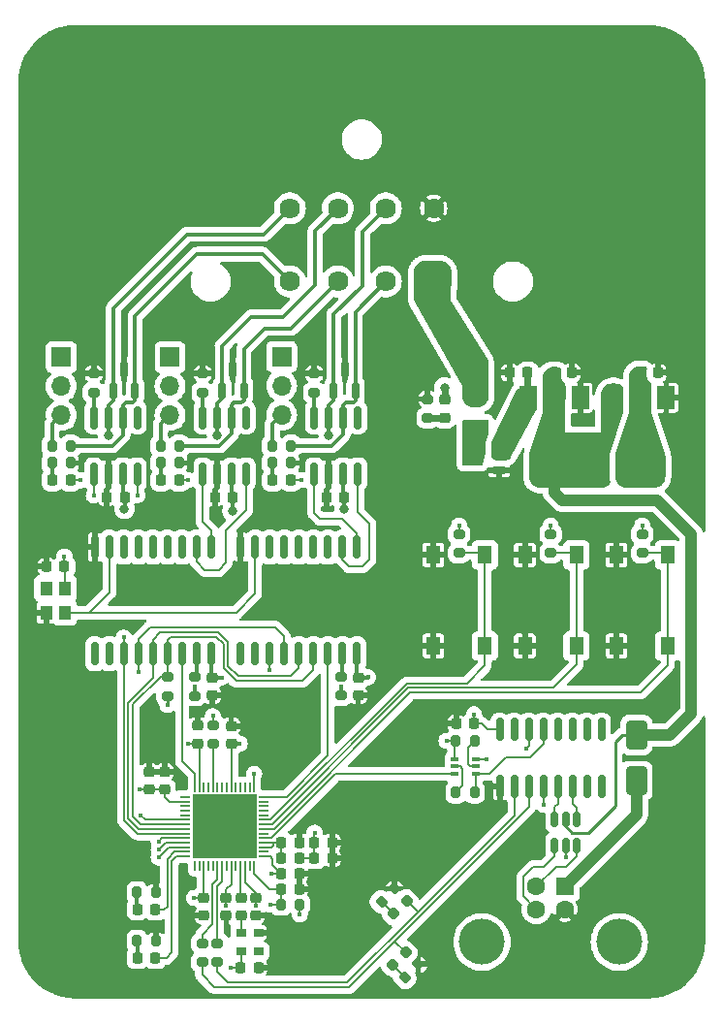
<source format=gbr>
%TF.GenerationSoftware,KiCad,Pcbnew,(7.0.0)*%
%TF.CreationDate,2023-06-27T20:49:59+12:00*%
%TF.ProjectId,VehicleVCU_PCB,56656869-636c-4655-9643-555f5043422e,rev?*%
%TF.SameCoordinates,Original*%
%TF.FileFunction,Copper,L1,Top*%
%TF.FilePolarity,Positive*%
%FSLAX46Y46*%
G04 Gerber Fmt 4.6, Leading zero omitted, Abs format (unit mm)*
G04 Created by KiCad (PCBNEW (7.0.0)) date 2023-06-27 20:49:59*
%MOMM*%
%LPD*%
G01*
G04 APERTURE LIST*
G04 Aperture macros list*
%AMRoundRect*
0 Rectangle with rounded corners*
0 $1 Rounding radius*
0 $2 $3 $4 $5 $6 $7 $8 $9 X,Y pos of 4 corners*
0 Add a 4 corners polygon primitive as box body*
4,1,4,$2,$3,$4,$5,$6,$7,$8,$9,$2,$3,0*
0 Add four circle primitives for the rounded corners*
1,1,$1+$1,$2,$3*
1,1,$1+$1,$4,$5*
1,1,$1+$1,$6,$7*
1,1,$1+$1,$8,$9*
0 Add four rect primitives between the rounded corners*
20,1,$1+$1,$2,$3,$4,$5,0*
20,1,$1+$1,$4,$5,$6,$7,0*
20,1,$1+$1,$6,$7,$8,$9,0*
20,1,$1+$1,$8,$9,$2,$3,0*%
G04 Aperture macros list end*
%TA.AperFunction,SMDPad,CuDef*%
%ADD10RoundRect,0.225000X-0.225000X-0.250000X0.225000X-0.250000X0.225000X0.250000X-0.225000X0.250000X0*%
%TD*%
%TA.AperFunction,SMDPad,CuDef*%
%ADD11RoundRect,0.200000X0.200000X0.275000X-0.200000X0.275000X-0.200000X-0.275000X0.200000X-0.275000X0*%
%TD*%
%TA.AperFunction,SMDPad,CuDef*%
%ADD12RoundRect,0.218750X0.218750X0.256250X-0.218750X0.256250X-0.218750X-0.256250X0.218750X-0.256250X0*%
%TD*%
%TA.AperFunction,ComponentPad*%
%ADD13R,1.785000X1.785000*%
%TD*%
%TA.AperFunction,ComponentPad*%
%ADD14C,1.785000*%
%TD*%
%TA.AperFunction,SMDPad,CuDef*%
%ADD15R,0.850000X0.650000*%
%TD*%
%TA.AperFunction,SMDPad,CuDef*%
%ADD16RoundRect,0.200000X-0.053033X0.335876X-0.335876X0.053033X0.053033X-0.335876X0.335876X-0.053033X0*%
%TD*%
%TA.AperFunction,SMDPad,CuDef*%
%ADD17R,1.300000X1.550000*%
%TD*%
%TA.AperFunction,SMDPad,CuDef*%
%ADD18R,0.650000X0.400000*%
%TD*%
%TA.AperFunction,SMDPad,CuDef*%
%ADD19RoundRect,0.150000X-0.150000X0.875000X-0.150000X-0.875000X0.150000X-0.875000X0.150000X0.875000X0*%
%TD*%
%TA.AperFunction,SMDPad,CuDef*%
%ADD20RoundRect,0.150000X0.150000X-0.825000X0.150000X0.825000X-0.150000X0.825000X-0.150000X-0.825000X0*%
%TD*%
%TA.AperFunction,SMDPad,CuDef*%
%ADD21RoundRect,0.200000X-0.275000X0.200000X-0.275000X-0.200000X0.275000X-0.200000X0.275000X0.200000X0*%
%TD*%
%TA.AperFunction,SMDPad,CuDef*%
%ADD22RoundRect,0.225000X0.250000X-0.225000X0.250000X0.225000X-0.250000X0.225000X-0.250000X-0.225000X0*%
%TD*%
%TA.AperFunction,SMDPad,CuDef*%
%ADD23RoundRect,0.225000X-0.250000X0.225000X-0.250000X-0.225000X0.250000X-0.225000X0.250000X0.225000X0*%
%TD*%
%TA.AperFunction,SMDPad,CuDef*%
%ADD24RoundRect,0.200000X0.275000X-0.200000X0.275000X0.200000X-0.275000X0.200000X-0.275000X-0.200000X0*%
%TD*%
%TA.AperFunction,SMDPad,CuDef*%
%ADD25RoundRect,0.218750X-0.218750X-0.256250X0.218750X-0.256250X0.218750X0.256250X-0.218750X0.256250X0*%
%TD*%
%TA.AperFunction,SMDPad,CuDef*%
%ADD26RoundRect,0.150000X0.150000X-0.587500X0.150000X0.587500X-0.150000X0.587500X-0.150000X-0.587500X0*%
%TD*%
%TA.AperFunction,SMDPad,CuDef*%
%ADD27RoundRect,0.150000X0.512500X0.150000X-0.512500X0.150000X-0.512500X-0.150000X0.512500X-0.150000X0*%
%TD*%
%TA.AperFunction,SMDPad,CuDef*%
%ADD28RoundRect,0.250000X-0.625000X0.375000X-0.625000X-0.375000X0.625000X-0.375000X0.625000X0.375000X0*%
%TD*%
%TA.AperFunction,SMDPad,CuDef*%
%ADD29RoundRect,0.200000X-0.200000X-0.275000X0.200000X-0.275000X0.200000X0.275000X-0.200000X0.275000X0*%
%TD*%
%TA.AperFunction,SMDPad,CuDef*%
%ADD30RoundRect,0.225000X0.225000X0.250000X-0.225000X0.250000X-0.225000X-0.250000X0.225000X-0.250000X0*%
%TD*%
%TA.AperFunction,SMDPad,CuDef*%
%ADD31R,1.100000X1.300000*%
%TD*%
%TA.AperFunction,SMDPad,CuDef*%
%ADD32RoundRect,0.218750X0.026517X-0.335876X0.335876X-0.026517X-0.026517X0.335876X-0.335876X0.026517X0*%
%TD*%
%TA.AperFunction,SMDPad,CuDef*%
%ADD33R,1.500000X2.000000*%
%TD*%
%TA.AperFunction,SMDPad,CuDef*%
%ADD34R,3.800000X2.000000*%
%TD*%
%TA.AperFunction,SMDPad,CuDef*%
%ADD35RoundRect,0.150000X0.150000X-0.512500X0.150000X0.512500X-0.150000X0.512500X-0.150000X-0.512500X0*%
%TD*%
%TA.AperFunction,SMDPad,CuDef*%
%ADD36RoundRect,0.250000X-0.650000X1.000000X-0.650000X-1.000000X0.650000X-1.000000X0.650000X1.000000X0*%
%TD*%
%TA.AperFunction,ComponentPad*%
%ADD37R,1.700000X1.700000*%
%TD*%
%TA.AperFunction,ComponentPad*%
%ADD38O,1.700000X1.700000*%
%TD*%
%TA.AperFunction,ComponentPad*%
%ADD39R,1.600000X1.600000*%
%TD*%
%TA.AperFunction,ComponentPad*%
%ADD40C,1.600000*%
%TD*%
%TA.AperFunction,ComponentPad*%
%ADD41C,4.000000*%
%TD*%
%TA.AperFunction,SMDPad,CuDef*%
%ADD42RoundRect,0.218750X0.256250X-0.218750X0.256250X0.218750X-0.256250X0.218750X-0.256250X-0.218750X0*%
%TD*%
%TA.AperFunction,SMDPad,CuDef*%
%ADD43RoundRect,0.050000X0.387500X0.050000X-0.387500X0.050000X-0.387500X-0.050000X0.387500X-0.050000X0*%
%TD*%
%TA.AperFunction,SMDPad,CuDef*%
%ADD44RoundRect,0.050000X0.050000X0.387500X-0.050000X0.387500X-0.050000X-0.387500X0.050000X-0.387500X0*%
%TD*%
%TA.AperFunction,SMDPad,CuDef*%
%ADD45R,5.600000X5.600000*%
%TD*%
%TA.AperFunction,ViaPad*%
%ADD46C,0.400000*%
%TD*%
%TA.AperFunction,ViaPad*%
%ADD47C,0.800000*%
%TD*%
%TA.AperFunction,Conductor*%
%ADD48C,0.200000*%
%TD*%
%TA.AperFunction,Conductor*%
%ADD49C,0.300000*%
%TD*%
%TA.AperFunction,Conductor*%
%ADD50C,0.600000*%
%TD*%
%TA.AperFunction,Conductor*%
%ADD51C,0.250000*%
%TD*%
%TA.AperFunction,Conductor*%
%ADD52C,1.000000*%
%TD*%
G04 APERTURE END LIST*
D10*
%TO.P,C12,1*%
%TO.N,+3V3*%
X174305000Y-85370000D03*
%TO.P,C12,2*%
%TO.N,GND*%
X175855000Y-85370000D03*
%TD*%
D11*
%TO.P,R1,1*%
%TO.N,GND*%
X132007500Y-134958750D03*
%TO.P,R1,2*%
%TO.N,Net-(D2-K)*%
X130357500Y-134958750D03*
%TD*%
D12*
%TO.P,FB1,1*%
%TO.N,+3V3*%
X144537500Y-127740000D03*
%TO.P,FB1,2*%
%TO.N,VDD3P3*%
X142962500Y-127740000D03*
%TD*%
D13*
%TO.P,J2,1,Pin_1*%
%TO.N,GLV+*%
X156284999Y-77399999D03*
D14*
%TO.P,J2,2,Pin_2*%
%TO.N,CAN3-*%
X152095000Y-77400000D03*
%TO.P,J2,3,Pin_3*%
%TO.N,CAN2-*%
X147905000Y-77400000D03*
%TO.P,J2,4,Pin_4*%
%TO.N,CAN1-*%
X143715000Y-77400000D03*
%TO.P,J2,5,Pin_5*%
%TO.N,CAN1+*%
X143715000Y-71000000D03*
%TO.P,J2,6,Pin_6*%
%TO.N,CAN2+*%
X147905000Y-71000000D03*
%TO.P,J2,7,Pin_7*%
%TO.N,CAN3+*%
X152095000Y-71000000D03*
%TO.P,J2,8,Pin_8*%
%TO.N,GND*%
X156285000Y-71000000D03*
%TD*%
D10*
%TO.P,C14,1*%
%TO.N,GND*%
X122475000Y-102300000D03*
%TO.P,C14,2*%
%TO.N,+3V3*%
X124025000Y-102300000D03*
%TD*%
D15*
%TO.P,X1,1,Tri-State*%
%TO.N,unconnected-(X1-Tri-State-Pad1)*%
X140984999Y-135884999D03*
%TO.P,X1,2,GND*%
%TO.N,GND*%
X140984999Y-134234999D03*
%TO.P,X1,3,OUT*%
%TO.N,Net-(X1-OUT)*%
X139434999Y-134234999D03*
%TO.P,X1,4,VDD*%
%TO.N,+3V3*%
X139434999Y-135884999D03*
%TD*%
D16*
%TO.P,R25,1*%
%TO.N,GND*%
X154925059Y-137016262D03*
%TO.P,R25,2*%
%TO.N,Net-(D12-K)*%
X153758333Y-138182988D03*
%TD*%
D17*
%TO.P,SW3,1,1*%
%TO.N,Button 1*%
X160749999Y-101274999D03*
X160749999Y-109224999D03*
%TO.P,SW3,2,2*%
%TO.N,GND*%
X156249999Y-101274999D03*
X156249999Y-109224999D03*
%TD*%
D18*
%TO.P,Q1,1,E1*%
%TO.N,RTS*%
X158074999Y-119099999D03*
%TO.P,Q1,2,B1*%
%TO.N,Net-(Q1A-B1)*%
X158074999Y-119749999D03*
%TO.P,Q1,3,C2*%
%TO.N,IO0*%
X158074999Y-120399999D03*
%TO.P,Q1,4,E2*%
%TO.N,DTR*%
X159974999Y-120399999D03*
%TO.P,Q1,5,B2*%
%TO.N,Net-(Q1B-B2)*%
X159974999Y-119749999D03*
%TO.P,Q1,6,C1*%
%TO.N,EN*%
X159974999Y-119099999D03*
%TD*%
D11*
%TO.P,R6,1*%
%TO.N,GND*%
X134075000Y-93250000D03*
%TO.P,R6,2*%
%TO.N,Net-(D6-K)*%
X132425000Y-93250000D03*
%TD*%
D19*
%TO.P,U8,1,TXCAN*%
%TO.N,CAN2_TX*%
X136830000Y-100600000D03*
%TO.P,U8,2,RXCAN*%
%TO.N,CAN2_RX*%
X135560000Y-100600000D03*
%TO.P,U8,3,CLKOUT/SOF*%
%TO.N,unconnected-(U8-CLKOUT{slash}SOF-Pad3)*%
X134290000Y-100600000D03*
%TO.P,U8,4,~{TX0RTS}*%
%TO.N,unconnected-(U8-~{TX0RTS}-Pad4)*%
X133020000Y-100600000D03*
%TO.P,U8,5,~{TX1RTS}*%
%TO.N,unconnected-(U8-~{TX1RTS}-Pad5)*%
X131750000Y-100600000D03*
%TO.P,U8,6,~{TX2RTS}*%
%TO.N,unconnected-(U8-~{TX2RTS}-Pad6)*%
X130480000Y-100600000D03*
%TO.P,U8,7,OSC2*%
%TO.N,unconnected-(U8-OSC2-Pad7)*%
X129210000Y-100600000D03*
%TO.P,U8,8,OSC1*%
%TO.N,CAN_OSC_OUT*%
X127940000Y-100600000D03*
%TO.P,U8,9,VSS*%
%TO.N,GND*%
X126670000Y-100600000D03*
%TO.P,U8,10,~{RX1BF}*%
%TO.N,unconnected-(U8-~{RX1BF}-Pad10)*%
X126670000Y-109900000D03*
%TO.P,U8,11,~{RX0BF}*%
%TO.N,unconnected-(U8-~{RX0BF}-Pad11)*%
X127940000Y-109900000D03*
%TO.P,U8,12,~{INT}*%
%TO.N,CAN2_SPI_INT*%
X129210000Y-109900000D03*
%TO.P,U8,13,SCK*%
%TO.N,SCLK*%
X130480000Y-109900000D03*
%TO.P,U8,14,SI*%
%TO.N,MOSI*%
X131750000Y-109900000D03*
%TO.P,U8,15,SO*%
%TO.N,MISO*%
X133020000Y-109900000D03*
%TO.P,U8,16,~{CS}*%
%TO.N,CAN2_CS*%
X134290000Y-109900000D03*
%TO.P,U8,17,~{RESET}*%
%TO.N,Net-(U8-~{RESET})*%
X135560000Y-109900000D03*
%TO.P,U8,18,VDD*%
%TO.N,+3V3*%
X136830000Y-109900000D03*
%TD*%
D20*
%TO.P,U5,1,D*%
%TO.N,CAN2_TX*%
X136095000Y-94225000D03*
%TO.P,U5,2,GND*%
%TO.N,GND*%
X137365000Y-94225000D03*
%TO.P,U5,3,VCC*%
%TO.N,+3V3*%
X138635000Y-94225000D03*
%TO.P,U5,4,R*%
%TO.N,CAN2_RX*%
X139905000Y-94225000D03*
%TO.P,U5,5,Vref*%
%TO.N,unconnected-(U5-Vref-Pad5)*%
X139905000Y-89275000D03*
%TO.P,U5,6,CANL*%
%TO.N,CAN2-*%
X138635000Y-89275000D03*
%TO.P,U5,7,CANH*%
%TO.N,CAN2+*%
X137365000Y-89275000D03*
%TO.P,U5,8,Rs*%
%TO.N,Net-(U5-Rs)*%
X136095000Y-89275000D03*
%TD*%
D21*
%TO.P,R9,1*%
%TO.N,Net-(U6-~{RESET})*%
X148180000Y-111915000D03*
%TO.P,R9,2*%
%TO.N,+3V3*%
X148180000Y-113565000D03*
%TD*%
D22*
%TO.P,C2,1*%
%TO.N,+3V3*%
X132770000Y-121775000D03*
%TO.P,C2,2*%
%TO.N,GND*%
X132770000Y-120225000D03*
%TD*%
D11*
%TO.P,R5,1*%
%TO.N,Net-(Q1B-B2)*%
X159850000Y-117500000D03*
%TO.P,R5,2*%
%TO.N,RTS*%
X158200000Y-117500000D03*
%TD*%
D23*
%TO.P,C17,1*%
%TO.N,+3V3*%
X138150000Y-131210000D03*
%TO.P,C17,2*%
%TO.N,GND*%
X138150000Y-132760000D03*
%TD*%
D20*
%TO.P,U4,1,D*%
%TO.N,CAN1_TX*%
X126595000Y-94225000D03*
%TO.P,U4,2,GND*%
%TO.N,GND*%
X127865000Y-94225000D03*
%TO.P,U4,3,VCC*%
%TO.N,+3V3*%
X129135000Y-94225000D03*
%TO.P,U4,4,R*%
%TO.N,CAN1_RX*%
X130405000Y-94225000D03*
%TO.P,U4,5,Vref*%
%TO.N,unconnected-(U4-Vref-Pad5)*%
X130405000Y-89275000D03*
%TO.P,U4,6,CANL*%
%TO.N,CAN1-*%
X129135000Y-89275000D03*
%TO.P,U4,7,CANH*%
%TO.N,CAN1+*%
X127865000Y-89275000D03*
%TO.P,U4,8,Rs*%
%TO.N,Net-(U4-Rs)*%
X126595000Y-89275000D03*
%TD*%
D22*
%TO.P,C9,1*%
%TO.N,GND*%
X136920000Y-113525000D03*
%TO.P,C9,2*%
%TO.N,+3V3*%
X136920000Y-111975000D03*
%TD*%
D11*
%TO.P,R2,1*%
%TO.N,+3V3*%
X144582500Y-131800000D03*
%TO.P,R2,2*%
%TO.N,EN*%
X142932500Y-131800000D03*
%TD*%
D24*
%TO.P,R19,1*%
%TO.N,Button 1*%
X158500000Y-101100000D03*
%TO.P,R19,2*%
%TO.N,+3V3*%
X158500000Y-99450000D03*
%TD*%
%TO.P,R22,1*%
%TO.N,RxD*%
X136050000Y-136825000D03*
%TO.P,R22,2*%
%TO.N,Net-(U2-U0TXD{slash}GPIO43)*%
X136050000Y-135175000D03*
%TD*%
D25*
%TO.P,D6,1,K*%
%TO.N,Net-(D6-K)*%
X132462500Y-94750000D03*
%TO.P,D6,2,A*%
%TO.N,CAN2_SPI_INT*%
X134037500Y-94750000D03*
%TD*%
%TO.P,D8,1,K*%
%TO.N,Net-(D8-K)*%
X122962500Y-94750000D03*
%TO.P,D8,2,A*%
%TO.N,CAN1_INT*%
X124537500Y-94750000D03*
%TD*%
D26*
%TO.P,D5,1,A1*%
%TO.N,CAN3+*%
X147550000Y-86937500D03*
%TO.P,D5,2,A2*%
%TO.N,CAN3-*%
X149450000Y-86937500D03*
%TO.P,D5,3,common*%
%TO.N,GND*%
X148500000Y-85062500D03*
%TD*%
D20*
%TO.P,U3,1,GND*%
%TO.N,GND*%
X162055000Y-121475000D03*
%TO.P,U3,2,TXD*%
%TO.N,TxD*%
X163325000Y-121475000D03*
%TO.P,U3,3,RXD*%
%TO.N,RxD*%
X164595000Y-121475000D03*
%TO.P,U3,4,V3*%
%TO.N,+3V3*%
X165865000Y-121475000D03*
%TO.P,U3,5,UD+*%
%TO.N,D+ Out*%
X167135000Y-121475000D03*
%TO.P,U3,6,UD-*%
%TO.N,D- Out*%
X168405000Y-121475000D03*
%TO.P,U3,7,NC*%
%TO.N,unconnected-(U3-NC-Pad7)*%
X169675000Y-121475000D03*
%TO.P,U3,8,NC*%
%TO.N,unconnected-(U3-NC-Pad8)*%
X170945000Y-121475000D03*
%TO.P,U3,9,~{CTS}*%
%TO.N,unconnected-(U3-~{CTS}-Pad9)*%
X170945000Y-116525000D03*
%TO.P,U3,10,~{DSR}*%
%TO.N,unconnected-(U3-~{DSR}-Pad10)*%
X169675000Y-116525000D03*
%TO.P,U3,11,~{RI}*%
%TO.N,unconnected-(U3-~{RI}-Pad11)*%
X168405000Y-116525000D03*
%TO.P,U3,12,~{DCD}*%
%TO.N,unconnected-(U3-~{DCD}-Pad12)*%
X167135000Y-116525000D03*
%TO.P,U3,13,~{DTR}*%
%TO.N,DTR*%
X165865000Y-116525000D03*
%TO.P,U3,14,~{RTS}*%
%TO.N,RTS*%
X164595000Y-116525000D03*
%TO.P,U3,15,R232*%
%TO.N,unconnected-(U3-R232-Pad15)*%
X163325000Y-116525000D03*
%TO.P,U3,16,VCC*%
%TO.N,+3V3*%
X162055000Y-116525000D03*
%TD*%
D24*
%TO.P,R3,1*%
%TO.N,Net-(U4-Rs)*%
X126590000Y-87095000D03*
%TO.P,R3,2*%
%TO.N,GND*%
X126590000Y-85445000D03*
%TD*%
D27*
%TO.P,Q2,1,G*%
%TO.N,GND*%
X162000000Y-93900000D03*
%TO.P,Q2,2,S*%
%TO.N,Net-(Q2-S)*%
X162000000Y-92000000D03*
%TO.P,Q2,3,D*%
%TO.N,Net-(Q2-D)*%
X159725000Y-92950000D03*
%TD*%
D17*
%TO.P,SW2,1,1*%
%TO.N,Button 2*%
X168749999Y-101274999D03*
X168749999Y-109224999D03*
%TO.P,SW2,2,2*%
%TO.N,GND*%
X164249999Y-101274999D03*
X164249999Y-109224999D03*
%TD*%
D28*
%TO.P,F1,1*%
%TO.N,GLV+*%
X159942500Y-87510000D03*
%TO.P,F1,2*%
%TO.N,Net-(Q2-D)*%
X159942500Y-90310000D03*
%TD*%
D29*
%TO.P,R11,1*%
%TO.N,Net-(JP1-B)*%
X142175000Y-91750000D03*
%TO.P,R11,2*%
%TO.N,CAN3-*%
X143825000Y-91750000D03*
%TD*%
D30*
%TO.P,C27,1*%
%TO.N,GND*%
X140975000Y-137290000D03*
%TO.P,C27,2*%
%TO.N,+3V3*%
X139425000Y-137290000D03*
%TD*%
D10*
%TO.P,C25,1*%
%TO.N,+3V3*%
X145865000Y-126390000D03*
%TO.P,C25,2*%
%TO.N,GND*%
X147415000Y-126390000D03*
%TD*%
D21*
%TO.P,R20,1*%
%TO.N,GND*%
X155740000Y-87665000D03*
%TO.P,R20,2*%
%TO.N,Net-(D10-K)*%
X155740000Y-89315000D03*
%TD*%
%TO.P,R23,1*%
%TO.N,Net-(U2-U0RXD{slash}GPIO44)*%
X137380000Y-135165000D03*
%TO.P,R23,2*%
%TO.N,TxD*%
X137380000Y-136815000D03*
%TD*%
D31*
%TO.P,X3,1,Tri-State*%
%TO.N,unconnected-(X3-Tri-State-Pad1)*%
X122424999Y-104199999D03*
%TO.P,X3,2,GND*%
%TO.N,GND*%
X122424999Y-106299999D03*
%TO.P,X3,3,OUT*%
%TO.N,CAN_OSC_OUT*%
X124074999Y-106299999D03*
%TO.P,X3,4,VDD*%
%TO.N,+3V3*%
X124074999Y-104199999D03*
%TD*%
D24*
%TO.P,R10,1*%
%TO.N,Net-(U7-Rs)*%
X145840000Y-87095000D03*
%TO.P,R10,2*%
%TO.N,GND*%
X145840000Y-85445000D03*
%TD*%
D10*
%TO.P,C26,1*%
%TO.N,+3V3*%
X145865000Y-127740000D03*
%TO.P,C26,2*%
%TO.N,GND*%
X147415000Y-127740000D03*
%TD*%
D22*
%TO.P,C1,1*%
%TO.N,+3V3*%
X131420000Y-121775000D03*
%TO.P,C1,2*%
%TO.N,GND*%
X131420000Y-120225000D03*
%TD*%
D25*
%TO.P,D7,1,K*%
%TO.N,Net-(D7-K)*%
X142212500Y-94750000D03*
%TO.P,D7,2,A*%
%TO.N,CAN3_SPI_INT*%
X143787500Y-94750000D03*
%TD*%
D32*
%TO.P,D12,1,K*%
%TO.N,Net-(D12-K)*%
X152724189Y-137095812D03*
%TO.P,D12,2,A*%
%TO.N,RxD*%
X153837883Y-135982118D03*
%TD*%
D33*
%TO.P,U9,1,GND*%
%TO.N,GND*%
X176599999Y-87549999D03*
%TO.P,U9,2,VO*%
%TO.N,+3V3*%
X174299999Y-87549999D03*
D34*
X174299999Y-93849999D03*
D33*
%TO.P,U9,3,VI*%
%TO.N,+5V*%
X171999999Y-87549999D03*
%TD*%
D10*
%TO.P,C5,1*%
%TO.N,GND*%
X137175000Y-96250000D03*
%TO.P,C5,2*%
%TO.N,+3V3*%
X138725000Y-96250000D03*
%TD*%
D35*
%TO.P,U1,1,I/O1*%
%TO.N,D+*%
X166850000Y-126637500D03*
%TO.P,U1,2,GND*%
%TO.N,GND*%
X167800000Y-126637500D03*
%TO.P,U1,3,I/O2*%
%TO.N,D-*%
X168750000Y-126637500D03*
%TO.P,U1,4,I/O2*%
%TO.N,D- Out*%
X168750000Y-124362500D03*
%TO.P,U1,5,VBUS*%
%TO.N,+5V*%
X167800000Y-124362500D03*
%TO.P,U1,6,I/O1*%
%TO.N,D+ Out*%
X166850000Y-124362500D03*
%TD*%
D33*
%TO.P,U10,1,GND*%
%TO.N,GND*%
X169099999Y-87549999D03*
%TO.P,U10,2,VO*%
%TO.N,+5V*%
X166799999Y-87549999D03*
D34*
X166799999Y-93849999D03*
D33*
%TO.P,U10,3,VI*%
%TO.N,Net-(Q2-S)*%
X164499999Y-87549999D03*
%TD*%
D23*
%TO.P,C8,1*%
%TO.N,+3V3*%
X136200000Y-131210000D03*
%TO.P,C8,2*%
%TO.N,GND*%
X136200000Y-132760000D03*
%TD*%
D11*
%TO.P,R16,1*%
%TO.N,GND*%
X131994776Y-130718463D03*
%TO.P,R16,2*%
%TO.N,Net-(D9-K)*%
X130344776Y-130718463D03*
%TD*%
D29*
%TO.P,R8,1*%
%TO.N,Net-(JP3-B)*%
X122925000Y-91750000D03*
%TO.P,R8,2*%
%TO.N,CAN1-*%
X124575000Y-91750000D03*
%TD*%
D36*
%TO.P,D1,1,K*%
%TO.N,+5V*%
X174000000Y-117000000D03*
%TO.P,D1,2,A*%
%TO.N,Net-(D1-A)*%
X174000000Y-121000000D03*
%TD*%
D30*
%TO.P,C13,1*%
%TO.N,Net-(Q2-S)*%
X164495000Y-85370000D03*
%TO.P,C13,2*%
%TO.N,GND*%
X162945000Y-85370000D03*
%TD*%
D22*
%TO.P,C24,1*%
%TO.N,Net-(X1-OUT)*%
X139435000Y-132760000D03*
%TO.P,C24,2*%
%TO.N,Net-(U2-XTAL_P)*%
X139435000Y-131210000D03*
%TD*%
D25*
%TO.P,D9,1,K*%
%TO.N,Net-(D9-K)*%
X130382276Y-132218463D03*
%TO.P,D9,2,A*%
%TO.N,STATUS2_LED*%
X131957276Y-132218463D03*
%TD*%
D22*
%TO.P,C7,1*%
%TO.N,GND*%
X149680000Y-113515000D03*
%TO.P,C7,2*%
%TO.N,+3V3*%
X149680000Y-111965000D03*
%TD*%
D26*
%TO.P,D4,1,A1*%
%TO.N,CAN2+*%
X137800000Y-86937500D03*
%TO.P,D4,2,A2*%
%TO.N,CAN2-*%
X139700000Y-86937500D03*
%TO.P,D4,3,common*%
%TO.N,GND*%
X138750000Y-85062500D03*
%TD*%
D37*
%TO.P,JP1,1,A*%
%TO.N,unconnected-(JP1-A-Pad1)*%
X142999999Y-83959999D03*
D38*
%TO.P,JP1,2,C*%
%TO.N,CAN3+*%
X142999999Y-86499999D03*
%TO.P,JP1,3,B*%
%TO.N,Net-(JP1-B)*%
X142999999Y-89039999D03*
%TD*%
D10*
%TO.P,C10,1*%
%TO.N,GND*%
X146925000Y-96250000D03*
%TO.P,C10,2*%
%TO.N,+3V3*%
X148475000Y-96250000D03*
%TD*%
D21*
%TO.P,R21,1*%
%TO.N,+3V3*%
X137000000Y-116145000D03*
%TO.P,R21,2*%
%TO.N,Net-(U2-GPIO18{slash}ADC2_CH7{slash}DAC_2)*%
X137000000Y-117795000D03*
%TD*%
D39*
%TO.P,J1,1,VBUS*%
%TO.N,Net-(D1-A)*%
X167749999Y-130212499D03*
D40*
%TO.P,J1,2,D-*%
%TO.N,D-*%
X165250000Y-130212500D03*
%TO.P,J1,3,D+*%
%TO.N,D+*%
X165250000Y-132212500D03*
%TO.P,J1,4,GND*%
%TO.N,GND*%
X167750000Y-132212500D03*
D41*
%TO.P,J1,5,Shield*%
%TO.N,unconnected-(J1-Shield-Pad5)*%
X172500000Y-135072500D03*
X160500000Y-135072500D03*
%TD*%
D10*
%TO.P,C3,1*%
%TO.N,GND*%
X158250000Y-116000000D03*
%TO.P,C3,2*%
%TO.N,+3V3*%
X159800000Y-116000000D03*
%TD*%
D29*
%TO.P,R12,1*%
%TO.N,Net-(JP2-B)*%
X132425000Y-91750000D03*
%TO.P,R12,2*%
%TO.N,CAN2-*%
X134075000Y-91750000D03*
%TD*%
D10*
%TO.P,C28,1*%
%TO.N,EN*%
X142982500Y-130450000D03*
%TO.P,C28,2*%
%TO.N,GND*%
X144532500Y-130450000D03*
%TD*%
D32*
%TO.P,D11,1,K*%
%TO.N,Net-(D11-K)*%
X152803813Y-132617507D03*
%TO.P,D11,2,A*%
%TO.N,TxD*%
X153917507Y-131503813D03*
%TD*%
D24*
%TO.P,R7,1*%
%TO.N,Net-(U5-Rs)*%
X136100000Y-87085000D03*
%TO.P,R7,2*%
%TO.N,GND*%
X136100000Y-85435000D03*
%TD*%
D42*
%TO.P,D10,1,K*%
%TO.N,Net-(D10-K)*%
X157240000Y-89277500D03*
%TO.P,D10,2,A*%
%TO.N,+3V3*%
X157240000Y-87702500D03*
%TD*%
D11*
%TO.P,R15,1*%
%TO.N,GND*%
X124575000Y-93250000D03*
%TO.P,R15,2*%
%TO.N,Net-(D8-K)*%
X122925000Y-93250000D03*
%TD*%
D24*
%TO.P,R18,1*%
%TO.N,Button 2*%
X166500000Y-101100000D03*
%TO.P,R18,2*%
%TO.N,+3V3*%
X166500000Y-99450000D03*
%TD*%
D17*
%TO.P,SW1,1,1*%
%TO.N,Button 3*%
X176749999Y-101274999D03*
X176749999Y-109224999D03*
%TO.P,SW1,2,2*%
%TO.N,GND*%
X172249999Y-101274999D03*
X172249999Y-109224999D03*
%TD*%
D22*
%TO.P,C16,1*%
%TO.N,+3V3*%
X138590000Y-117755000D03*
%TO.P,C16,2*%
%TO.N,GND*%
X138590000Y-116205000D03*
%TD*%
D23*
%TO.P,C18,1*%
%TO.N,+3V3*%
X140730000Y-131215000D03*
%TO.P,C18,2*%
%TO.N,GND*%
X140730000Y-132765000D03*
%TD*%
D21*
%TO.P,R13,1*%
%TO.N,Net-(U8-~{RESET})*%
X135420000Y-111925000D03*
%TO.P,R13,2*%
%TO.N,+3V3*%
X135420000Y-113575000D03*
%TD*%
D20*
%TO.P,U7,1,D*%
%TO.N,CAN3_TX*%
X145845000Y-94225000D03*
%TO.P,U7,2,GND*%
%TO.N,GND*%
X147115000Y-94225000D03*
%TO.P,U7,3,VCC*%
%TO.N,+3V3*%
X148385000Y-94225000D03*
%TO.P,U7,4,R*%
%TO.N,CAN3_RX*%
X149655000Y-94225000D03*
%TO.P,U7,5,Vref*%
%TO.N,unconnected-(U7-Vref-Pad5)*%
X149655000Y-89275000D03*
%TO.P,U7,6,CANL*%
%TO.N,CAN3-*%
X148385000Y-89275000D03*
%TO.P,U7,7,CANH*%
%TO.N,CAN3+*%
X147115000Y-89275000D03*
%TO.P,U7,8,Rs*%
%TO.N,Net-(U7-Rs)*%
X145845000Y-89275000D03*
%TD*%
D10*
%TO.P,C11,1*%
%TO.N,+5V*%
X166795000Y-85370000D03*
%TO.P,C11,2*%
%TO.N,GND*%
X168345000Y-85370000D03*
%TD*%
D37*
%TO.P,JP3,1,A*%
%TO.N,unconnected-(JP3-A-Pad1)*%
X123749999Y-83999999D03*
D38*
%TO.P,JP3,2,C*%
%TO.N,CAN1+*%
X123749999Y-86539999D03*
%TO.P,JP3,3,B*%
%TO.N,Net-(JP3-B)*%
X123749999Y-89079999D03*
%TD*%
D10*
%TO.P,C23,1*%
%TO.N,VDD3P3*%
X142975000Y-126390000D03*
%TO.P,C23,2*%
%TO.N,GND*%
X144525000Y-126390000D03*
%TD*%
D25*
%TO.P,D2,1,K*%
%TO.N,Net-(D2-K)*%
X130395000Y-136458750D03*
%TO.P,D2,2,A*%
%TO.N,STATUS1_LED*%
X131970000Y-136458750D03*
%TD*%
D24*
%TO.P,R17,1*%
%TO.N,Button 3*%
X174500000Y-101100000D03*
%TO.P,R17,2*%
%TO.N,+3V3*%
X174500000Y-99450000D03*
%TD*%
D11*
%TO.P,R14,1*%
%TO.N,GND*%
X143825000Y-93250000D03*
%TO.P,R14,2*%
%TO.N,Net-(D7-K)*%
X142175000Y-93250000D03*
%TD*%
D43*
%TO.P,U2,1,VDDA*%
%TO.N,+3V3*%
X141437500Y-127600000D03*
%TO.P,U2,2,LNA_IN/RF*%
%TO.N,unconnected-(U2-LNA_IN{slash}RF-Pad2)*%
X141437500Y-127200000D03*
%TO.P,U2,3,VDD3P3*%
%TO.N,VDD3P3*%
X141437500Y-126800000D03*
%TO.P,U2,4,VDD3P3*%
X141437500Y-126400000D03*
%TO.P,U2,5,GPIO0/BOOT*%
%TO.N,IO0*%
X141437500Y-126000000D03*
%TO.P,U2,6,GPIO1/ADC1_CH0*%
%TO.N,unconnected-(U2-GPIO1{slash}ADC1_CH0-Pad6)*%
X141437500Y-125600000D03*
%TO.P,U2,7,GPIO2/ADC1_CH1*%
%TO.N,Button 3*%
X141437500Y-125200000D03*
%TO.P,U2,8,GPIO3/ADC1_CH2*%
%TO.N,Button 2*%
X141437500Y-124800000D03*
%TO.P,U2,9,GPIO4/ADC1_CH3*%
%TO.N,Button 1*%
X141437500Y-124400000D03*
%TO.P,U2,10,GPIO5/ADC1_CH4*%
%TO.N,unconnected-(U2-GPIO5{slash}ADC1_CH4-Pad10)*%
X141437500Y-124000000D03*
%TO.P,U2,11,GPIO6/ADC1_CH5*%
%TO.N,unconnected-(U2-GPIO6{slash}ADC1_CH5-Pad11)*%
X141437500Y-123600000D03*
%TO.P,U2,12,GPIO7/ADC1_CH6*%
%TO.N,unconnected-(U2-GPIO7{slash}ADC1_CH6-Pad12)*%
X141437500Y-123200000D03*
%TO.P,U2,13,GPIO8/ADC1_CH7*%
%TO.N,unconnected-(U2-GPIO8{slash}ADC1_CH7-Pad13)*%
X141437500Y-122800000D03*
%TO.P,U2,14,GPIO9/ADC1_CH8*%
%TO.N,CAN3_CS*%
X141437500Y-122400000D03*
D44*
%TO.P,U2,15,GPIO10/ADC1_CH9*%
%TO.N,CAN3_SPI_INT*%
X140600000Y-121562500D03*
%TO.P,U2,16,GPIO11/ADC2_CH0*%
%TO.N,unconnected-(U2-GPIO11{slash}ADC2_CH0-Pad16)*%
X140200000Y-121562500D03*
%TO.P,U2,17,GPIO12/ADC2_CH1*%
%TO.N,unconnected-(U2-GPIO12{slash}ADC2_CH1-Pad17)*%
X139800000Y-121562500D03*
%TO.P,U2,18,GPIO13/ADC2_CH2*%
%TO.N,unconnected-(U2-GPIO13{slash}ADC2_CH2-Pad18)*%
X139400000Y-121562500D03*
%TO.P,U2,19,GPIO14/ADC2_CH3*%
%TO.N,unconnected-(U2-GPIO14{slash}ADC2_CH3-Pad19)*%
X139000000Y-121562500D03*
%TO.P,U2,20,VDD3P3_RTC*%
%TO.N,+3V3*%
X138600000Y-121562500D03*
%TO.P,U2,21,GPIO15/ADC2_CH4/XTAL_32K_P*%
%TO.N,unconnected-(U2-GPIO15{slash}ADC2_CH4{slash}XTAL_32K_P-Pad21)*%
X138200000Y-121562500D03*
%TO.P,U2,22,GPIO16/ADC2_CH5/XTAL_32K_N*%
%TO.N,unconnected-(U2-GPIO16{slash}ADC2_CH5{slash}XTAL_32K_N-Pad22)*%
X137800000Y-121562500D03*
%TO.P,U2,23,GPIO17/ADC2_CH6/DAC_1*%
%TO.N,unconnected-(U2-GPIO17{slash}ADC2_CH6{slash}DAC_1-Pad23)*%
X137400000Y-121562500D03*
%TO.P,U2,24,GPIO18/ADC2_CH7/DAC_2*%
%TO.N,Net-(U2-GPIO18{slash}ADC2_CH7{slash}DAC_2)*%
X137000000Y-121562500D03*
%TO.P,U2,25,GPIO19/ADC2_CH8/USB_D-*%
%TO.N,unconnected-(U2-GPIO19{slash}ADC2_CH8{slash}USB_D--Pad25)*%
X136600000Y-121562500D03*
%TO.P,U2,26,GPIO20/ADC2_CH9/USB_D+*%
%TO.N,unconnected-(U2-GPIO20{slash}ADC2_CH9{slash}USB_D+-Pad26)*%
X136200000Y-121562500D03*
%TO.P,U2,27,VDD3P3_RTC_IO*%
%TO.N,+3V3*%
X135800000Y-121562500D03*
%TO.P,U2,28,GPIO21*%
%TO.N,CAN2_CS*%
X135400000Y-121562500D03*
D43*
%TO.P,U2,29,SPI_CS1/GPIO26*%
%TO.N,unconnected-(U2-SPI_CS1{slash}GPIO26-Pad29)*%
X134562500Y-122400000D03*
%TO.P,U2,30,VDD_SPI*%
%TO.N,+3V3*%
X134562500Y-122800000D03*
%TO.P,U2,31,SPIHD/GPIO27*%
%TO.N,unconnected-(U2-SPIHD{slash}GPIO27-Pad31)*%
X134562500Y-123200000D03*
%TO.P,U2,32,SPIWP/GPIO28*%
%TO.N,unconnected-(U2-SPIWP{slash}GPIO28-Pad32)*%
X134562500Y-123600000D03*
%TO.P,U2,33,SPICS0/GPIO29*%
%TO.N,unconnected-(U2-SPICS0{slash}GPIO29-Pad33)*%
X134562500Y-124000000D03*
%TO.P,U2,34,SPICLK/GPIO30*%
%TO.N,SCLK*%
X134562500Y-124400000D03*
%TO.P,U2,35,SPIQ/GPIO31*%
%TO.N,MISO*%
X134562500Y-124800000D03*
%TO.P,U2,36,SPID/GPIO32*%
%TO.N,MOSI*%
X134562500Y-125200000D03*
%TO.P,U2,37,GPIO33*%
%TO.N,CAN2_SPI_INT*%
X134562500Y-125600000D03*
%TO.P,U2,38,GPIO34*%
%TO.N,CAN1_RX*%
X134562500Y-126000000D03*
%TO.P,U2,39,GPIO35*%
%TO.N,CAN1_TX*%
X134562500Y-126400000D03*
%TO.P,U2,40,GPIO36*%
%TO.N,CAN1_INT*%
X134562500Y-126800000D03*
%TO.P,U2,41,GPIO37*%
%TO.N,STATUS2_LED*%
X134562500Y-127200000D03*
%TO.P,U2,42,GPIO38*%
%TO.N,STATUS1_LED*%
X134562500Y-127600000D03*
D44*
%TO.P,U2,43,MTCK/JTAG/GPIO39*%
%TO.N,unconnected-(U2-MTCK{slash}JTAG{slash}GPIO39-Pad43)*%
X135400000Y-128437500D03*
%TO.P,U2,44,MTDO/JTAG/GPIO40*%
%TO.N,unconnected-(U2-MTDO{slash}JTAG{slash}GPIO40-Pad44)*%
X135800000Y-128437500D03*
%TO.P,U2,45,VDD3P3_CPU*%
%TO.N,+3V3*%
X136200000Y-128437500D03*
%TO.P,U2,46,MTDI/JTAG/GPIO41*%
%TO.N,unconnected-(U2-MTDI{slash}JTAG{slash}GPIO41-Pad46)*%
X136600000Y-128437500D03*
%TO.P,U2,47,MTMS/JTAG/GPIO42*%
%TO.N,unconnected-(U2-MTMS{slash}JTAG{slash}GPIO42-Pad47)*%
X137000000Y-128437500D03*
%TO.P,U2,48,U0TXD/GPIO43*%
%TO.N,Net-(U2-U0TXD{slash}GPIO43)*%
X137400000Y-128437500D03*
%TO.P,U2,49,U0RXD/GPIO44*%
%TO.N,Net-(U2-U0RXD{slash}GPIO44)*%
X137800000Y-128437500D03*
%TO.P,U2,50,GPIO45*%
%TO.N,unconnected-(U2-GPIO45-Pad50)*%
X138200000Y-128437500D03*
%TO.P,U2,51,VDDA*%
%TO.N,+3V3*%
X138600000Y-128437500D03*
%TO.P,U2,52,XTAL_N*%
%TO.N,unconnected-(U2-XTAL_N-Pad52)*%
X139000000Y-128437500D03*
%TO.P,U2,53,XTAL_P*%
%TO.N,Net-(U2-XTAL_P)*%
X139400000Y-128437500D03*
%TO.P,U2,54,VDDA*%
%TO.N,+3V3*%
X139800000Y-128437500D03*
%TO.P,U2,55,GPIO46*%
%TO.N,unconnected-(U2-GPIO46-Pad55)*%
X140200000Y-128437500D03*
%TO.P,U2,56,CHIP_PU/RESET*%
%TO.N,EN*%
X140600000Y-128437500D03*
D45*
%TO.P,U2,57,GND*%
%TO.N,GND*%
X137999999Y-124999999D03*
%TD*%
D37*
%TO.P,JP2,1,A*%
%TO.N,unconnected-(JP2-A-Pad1)*%
X133249999Y-83999999D03*
D38*
%TO.P,JP2,2,C*%
%TO.N,CAN2+*%
X133249999Y-86539999D03*
%TO.P,JP2,3,B*%
%TO.N,Net-(JP2-B)*%
X133249999Y-89079999D03*
%TD*%
D22*
%TO.P,C15,1*%
%TO.N,+3V3*%
X135650000Y-117745000D03*
%TO.P,C15,2*%
%TO.N,GND*%
X135650000Y-116195000D03*
%TD*%
D16*
%TO.P,R24,1*%
%TO.N,GND*%
X152883363Y-130416637D03*
%TO.P,R24,2*%
%TO.N,Net-(D11-K)*%
X151716637Y-131583363D03*
%TD*%
D24*
%TO.P,R26,1*%
%TO.N,+3V3*%
X133010000Y-113575000D03*
%TO.P,R26,2*%
%TO.N,MISO*%
X133010000Y-111925000D03*
%TD*%
D10*
%TO.P,C6,1*%
%TO.N,+3V3*%
X142977500Y-129100000D03*
%TO.P,C6,2*%
%TO.N,GND*%
X144527500Y-129100000D03*
%TD*%
D19*
%TO.P,U6,1,TXCAN*%
%TO.N,CAN3_TX*%
X149580000Y-100600000D03*
%TO.P,U6,2,RXCAN*%
%TO.N,CAN3_RX*%
X148310000Y-100600000D03*
%TO.P,U6,3,CLKOUT/SOF*%
%TO.N,unconnected-(U6-CLKOUT{slash}SOF-Pad3)*%
X147040000Y-100600000D03*
%TO.P,U6,4,~{TX0RTS}*%
%TO.N,unconnected-(U6-~{TX0RTS}-Pad4)*%
X145770000Y-100600000D03*
%TO.P,U6,5,~{TX1RTS}*%
%TO.N,unconnected-(U6-~{TX1RTS}-Pad5)*%
X144500000Y-100600000D03*
%TO.P,U6,6,~{TX2RTS}*%
%TO.N,unconnected-(U6-~{TX2RTS}-Pad6)*%
X143230000Y-100600000D03*
%TO.P,U6,7,OSC2*%
%TO.N,unconnected-(U6-OSC2-Pad7)*%
X141960000Y-100600000D03*
%TO.P,U6,8,OSC1*%
%TO.N,CAN_OSC_OUT*%
X140690000Y-100600000D03*
%TO.P,U6,9,VSS*%
%TO.N,GND*%
X139420000Y-100600000D03*
%TO.P,U6,10,~{RX1BF}*%
%TO.N,unconnected-(U6-~{RX1BF}-Pad10)*%
X139420000Y-109900000D03*
%TO.P,U6,11,~{RX0BF}*%
%TO.N,unconnected-(U6-~{RX0BF}-Pad11)*%
X140690000Y-109900000D03*
%TO.P,U6,12,~{INT}*%
%TO.N,CAN3_SPI_INT*%
X141960000Y-109900000D03*
%TO.P,U6,13,SCK*%
%TO.N,SCLK*%
X143230000Y-109900000D03*
%TO.P,U6,14,SI*%
%TO.N,MOSI*%
X144500000Y-109900000D03*
%TO.P,U6,15,SO*%
%TO.N,MISO*%
X145770000Y-109900000D03*
%TO.P,U6,16,~{CS}*%
%TO.N,CAN3_CS*%
X147040000Y-109900000D03*
%TO.P,U6,17,~{RESET}*%
%TO.N,Net-(U6-~{RESET})*%
X148310000Y-109900000D03*
%TO.P,U6,18,VDD*%
%TO.N,+3V3*%
X149580000Y-109900000D03*
%TD*%
D26*
%TO.P,D3,1,A1*%
%TO.N,CAN1+*%
X128300000Y-86937500D03*
%TO.P,D3,2,A2*%
%TO.N,CAN1-*%
X130200000Y-86937500D03*
%TO.P,D3,3,common*%
%TO.N,GND*%
X129250000Y-85062500D03*
%TD*%
D29*
%TO.P,R4,1*%
%TO.N,Net-(Q1A-B1)*%
X158200000Y-122000000D03*
%TO.P,R4,2*%
%TO.N,DTR*%
X159850000Y-122000000D03*
%TD*%
D10*
%TO.P,C4,1*%
%TO.N,GND*%
X127725000Y-96230000D03*
%TO.P,C4,2*%
%TO.N,+3V3*%
X129275000Y-96230000D03*
%TD*%
D46*
%TO.N,EN*%
X160890000Y-119090000D03*
X141990000Y-131810000D03*
%TO.N,GND*%
X145460000Y-129090000D03*
X146920000Y-97190000D03*
X164260000Y-102670000D03*
X145450000Y-130430000D03*
X144700000Y-93220000D03*
X137000000Y-124500000D03*
X149690000Y-114540000D03*
X145850000Y-84640000D03*
X139000000Y-124500000D03*
X167800000Y-127700000D03*
X141700000Y-132760000D03*
X149430000Y-119480000D03*
X137770000Y-113510000D03*
X131420000Y-119270000D03*
X138190000Y-133670000D03*
X148290000Y-126380000D03*
X138610000Y-115340000D03*
X126680000Y-99040000D03*
X147910000Y-117210000D03*
X137370000Y-92750000D03*
X132010000Y-134090000D03*
X176720000Y-85370000D03*
X137000000Y-125500000D03*
X138000000Y-126500000D03*
X135650000Y-115330000D03*
X132780000Y-119260000D03*
X172280000Y-107710000D03*
X157410000Y-116010000D03*
X137000000Y-126500000D03*
X125520000Y-107270000D03*
X156250000Y-107700000D03*
X144520000Y-125490000D03*
X146020000Y-118380000D03*
X122490000Y-101390000D03*
X139000000Y-123500000D03*
X147130000Y-92780000D03*
X129270000Y-86150000D03*
X127870000Y-92820000D03*
X126590000Y-84650000D03*
D47*
X162042500Y-94910000D03*
D46*
X125540000Y-105330000D03*
X155880000Y-137040000D03*
X139420000Y-102210000D03*
X152860000Y-129460000D03*
X121430000Y-106280000D03*
X126590000Y-107240000D03*
D47*
X155740000Y-86660000D03*
X169600000Y-85700000D03*
D46*
X172250000Y-102620000D03*
X164260000Y-107610000D03*
X138000000Y-123500000D03*
X148510000Y-86120000D03*
X139000000Y-126500000D03*
X137180000Y-97190000D03*
X131977276Y-129829713D03*
X125420000Y-93230000D03*
X162070000Y-123010000D03*
D47*
X176600000Y-89300000D03*
D46*
X135290000Y-132750000D03*
X137000000Y-123500000D03*
X126510000Y-104650000D03*
X139000000Y-125500000D03*
X148110000Y-121360000D03*
X138760000Y-86120000D03*
X141900000Y-134220000D03*
X134960000Y-93240000D03*
X138000000Y-124500000D03*
X136130000Y-84590000D03*
X156240000Y-102660000D03*
X141900000Y-137290000D03*
X148270000Y-127750000D03*
X138000000Y-125500000D03*
D47*
X169110000Y-89540000D03*
D46*
X122440000Y-107440000D03*
%TO.N,+3V3*%
X139340000Y-117750000D03*
X174500000Y-98700000D03*
X133010000Y-114380000D03*
X136990000Y-115340000D03*
X150550000Y-111960000D03*
X159810000Y-115199500D03*
X124020000Y-101410000D03*
D47*
X129270000Y-97230000D03*
D46*
X135340000Y-131220000D03*
D47*
X173700000Y-91500000D03*
D46*
X137770000Y-111970000D03*
X135420000Y-112780000D03*
X165880000Y-123080000D03*
X148170000Y-112730000D03*
X138580000Y-137290000D03*
D47*
X174300000Y-89800000D03*
D46*
X142130000Y-129100000D03*
X134780000Y-117740000D03*
X158500000Y-98700000D03*
D47*
X148480000Y-97270000D03*
D46*
X166500000Y-98700000D03*
X144580000Y-132680000D03*
X145870000Y-125530000D03*
X130600000Y-121770000D03*
X138150000Y-131910500D03*
D47*
X174900000Y-91500000D03*
X138710000Y-97450000D03*
X157240000Y-86660000D03*
D46*
X140730000Y-131915500D03*
D47*
%TO.N,CAN1+*%
X127860000Y-90800000D03*
%TO.N,CAN2+*%
X137370000Y-90810000D03*
%TO.N,CAN3+*%
X147110000Y-90820000D03*
D46*
%TO.N,CAN2_SPI_INT*%
X134830000Y-94750000D03*
X129200000Y-108480000D03*
%TO.N,CAN3_SPI_INT*%
X141970000Y-111350000D03*
X144710000Y-94750000D03*
X140600000Y-120400000D03*
%TO.N,CAN1_INT*%
X125410000Y-94760000D03*
X132250000Y-127700000D03*
%TO.N,RTS*%
X157400000Y-117500000D03*
X164340000Y-118150000D03*
%TO.N,SCLK*%
X130500000Y-111500000D03*
X130695000Y-123995000D03*
%TO.N,CAN1_TX*%
X126590000Y-96070000D03*
X132260000Y-127000000D03*
%TO.N,CAN1_RX*%
X130400000Y-96060000D03*
X132250000Y-126300000D03*
%TD*%
D48*
%TO.N,EN*%
X140600000Y-129100000D02*
X141950000Y-130450000D01*
X159975000Y-119100000D02*
X160880000Y-119100000D01*
X142922500Y-131810000D02*
X142932500Y-131800000D01*
X141990000Y-131810000D02*
X142922500Y-131810000D01*
X160880000Y-119100000D02*
X160890000Y-119090000D01*
X141950000Y-130450000D02*
X142982500Y-130450000D01*
X142932500Y-131800000D02*
X142932500Y-130500000D01*
X140600000Y-128437500D02*
X140600000Y-129100000D01*
%TO.N,GND*%
X167800000Y-126637500D02*
X167800000Y-127700000D01*
D49*
%TO.N,+3V3*%
X148180000Y-112740000D02*
X148170000Y-112730000D01*
D48*
X142210000Y-127820000D02*
X142210000Y-128332500D01*
X137000000Y-115350000D02*
X136990000Y-115340000D01*
X124075000Y-102350000D02*
X124025000Y-102300000D01*
X159800000Y-116000000D02*
X159800000Y-115209500D01*
X159800000Y-116000000D02*
X160490000Y-116000000D01*
D49*
X148180000Y-113565000D02*
X148180000Y-112740000D01*
X138725000Y-97435000D02*
X138725000Y-96250000D01*
D48*
X130600000Y-121770000D02*
X130605000Y-121775000D01*
D49*
X148475000Y-96250000D02*
X148475000Y-97265000D01*
D48*
X138150000Y-130500000D02*
X138150000Y-131215000D01*
D49*
X138635000Y-94225000D02*
X138635000Y-96160000D01*
D48*
X130605000Y-121775000D02*
X131420000Y-121775000D01*
X136200000Y-131210000D02*
X135350000Y-131210000D01*
X174500000Y-99450000D02*
X174500000Y-98700000D01*
X141437500Y-127600000D02*
X141990000Y-127600000D01*
X134785000Y-117745000D02*
X134780000Y-117740000D01*
D49*
X137765000Y-111975000D02*
X137770000Y-111970000D01*
D48*
X165865000Y-123065000D02*
X165880000Y-123080000D01*
D49*
X136830000Y-109900000D02*
X136830000Y-111885000D01*
D48*
X166500000Y-99450000D02*
X166500000Y-98700000D01*
X142210000Y-128332500D02*
X142977500Y-129100000D01*
X132770000Y-122390000D02*
X132770000Y-121775000D01*
X138600000Y-130050000D02*
X138150000Y-130500000D01*
D49*
X129275000Y-96230000D02*
X129275000Y-97225000D01*
D48*
X139335000Y-117755000D02*
X139340000Y-117750000D01*
X124025000Y-102300000D02*
X124025000Y-101415000D01*
X145865000Y-127740000D02*
X144537500Y-127740000D01*
X135650000Y-117745000D02*
X134785000Y-117745000D01*
X124075000Y-104200000D02*
X124075000Y-102350000D01*
X137000000Y-116145000D02*
X137000000Y-115350000D01*
X124025000Y-101415000D02*
X124020000Y-101410000D01*
D49*
X135420000Y-113575000D02*
X135420000Y-112780000D01*
D48*
X133180000Y-122800000D02*
X132770000Y-122390000D01*
X145865000Y-126390000D02*
X145865000Y-125535000D01*
D49*
X136920000Y-111975000D02*
X137765000Y-111975000D01*
D48*
X138600000Y-128437500D02*
X138600000Y-130050000D01*
X139800000Y-128437500D02*
X139800000Y-129860000D01*
X132770000Y-121775000D02*
X131420000Y-121775000D01*
X135800000Y-121562500D02*
X135800000Y-117895000D01*
X139800000Y-129860000D02*
X140730000Y-130790000D01*
X139435000Y-135885000D02*
X139435000Y-137280000D01*
X145865000Y-125535000D02*
X145870000Y-125530000D01*
X140730000Y-130790000D02*
X140730000Y-131215000D01*
X138600000Y-121562500D02*
X138600000Y-117765000D01*
D50*
X157240000Y-87702500D02*
X157240000Y-86660000D01*
D48*
X144582500Y-131800000D02*
X144582500Y-132677500D01*
D49*
X150545000Y-111965000D02*
X150550000Y-111960000D01*
X138710000Y-97450000D02*
X138725000Y-97435000D01*
D48*
X136200000Y-128437500D02*
X136200000Y-131210000D01*
D49*
X149580000Y-109900000D02*
X149580000Y-111865000D01*
D48*
X161015000Y-116525000D02*
X162055000Y-116525000D01*
X134562500Y-122800000D02*
X133180000Y-122800000D01*
X141990000Y-127600000D02*
X142210000Y-127820000D01*
X160490000Y-116000000D02*
X161015000Y-116525000D01*
X145865000Y-126390000D02*
X145865000Y-127740000D01*
X139425000Y-137290000D02*
X138580000Y-137290000D01*
X140730000Y-131215000D02*
X140730000Y-131915500D01*
X142977500Y-129100000D02*
X142130000Y-129100000D01*
X158500000Y-99450000D02*
X158500000Y-98700000D01*
X165865000Y-121475000D02*
X165865000Y-123065000D01*
X138590000Y-117755000D02*
X139335000Y-117755000D01*
D51*
X133010000Y-113575000D02*
X133010000Y-114380000D01*
D49*
X129275000Y-97225000D02*
X129270000Y-97230000D01*
D48*
X159800000Y-115209500D02*
X159810000Y-115199500D01*
D49*
X148385000Y-94225000D02*
X148385000Y-96160000D01*
D48*
X135350000Y-131210000D02*
X135340000Y-131220000D01*
D49*
X148475000Y-97265000D02*
X148480000Y-97270000D01*
D48*
X144582500Y-132677500D02*
X144580000Y-132680000D01*
X138150000Y-131210000D02*
X138150000Y-131910500D01*
D49*
X129135000Y-94225000D02*
X129135000Y-96090000D01*
X149680000Y-111965000D02*
X150545000Y-111965000D01*
D51*
%TO.N,+5V*%
X167800000Y-124362500D02*
X167800000Y-124950000D01*
X168370000Y-125520000D02*
X169790000Y-125520000D01*
X172750000Y-117000000D02*
X174000000Y-117000000D01*
X172140000Y-117610000D02*
X172750000Y-117000000D01*
X167800000Y-124950000D02*
X168370000Y-125520000D01*
D52*
X167500000Y-96500000D02*
X166800000Y-95800000D01*
X166800000Y-95800000D02*
X166800000Y-93850000D01*
D51*
X169790000Y-125520000D02*
X172140000Y-123170000D01*
D52*
X178800000Y-99500000D02*
X175800000Y-96500000D01*
X176900000Y-117000000D02*
X178800000Y-115100000D01*
X175800000Y-96500000D02*
X167500000Y-96500000D01*
X174000000Y-117000000D02*
X176900000Y-117000000D01*
D51*
X172140000Y-123170000D02*
X172140000Y-117610000D01*
D52*
X178800000Y-115100000D02*
X178800000Y-99500000D01*
D50*
%TO.N,Net-(Q2-S)*%
X164495000Y-85370000D02*
X164495000Y-87545000D01*
D52*
%TO.N,Net-(D1-A)*%
X174000000Y-123962500D02*
X167750000Y-130212500D01*
X174000000Y-121000000D02*
X174000000Y-123962500D01*
D49*
%TO.N,Net-(D2-K)*%
X130395000Y-136458750D02*
X130395000Y-134996250D01*
D48*
%TO.N,STATUS1_LED*%
X133400000Y-127965686D02*
X133400000Y-136000000D01*
X133400000Y-136000000D02*
X132941250Y-136458750D01*
X134562500Y-127600000D02*
X133765686Y-127600000D01*
X132941250Y-136458750D02*
X131970000Y-136458750D01*
X133765686Y-127600000D02*
X133400000Y-127965686D01*
D49*
%TO.N,CAN1-*%
X130200000Y-86937500D02*
X130200000Y-80420000D01*
X129410000Y-87980000D02*
X129170000Y-88220000D01*
X129170000Y-88220000D02*
X129170000Y-89240000D01*
X130200000Y-87780000D02*
X130000000Y-87980000D01*
X130200000Y-86937500D02*
X130200000Y-87780000D01*
X135600000Y-75020000D02*
X141335000Y-75020000D01*
X130200000Y-80420000D02*
X135600000Y-75020000D01*
X129135000Y-90805000D02*
X128190000Y-91750000D01*
X130000000Y-87980000D02*
X129410000Y-87980000D01*
X141335000Y-75020000D02*
X143715000Y-77400000D01*
X128190000Y-91750000D02*
X124575000Y-91750000D01*
X129135000Y-89275000D02*
X129135000Y-90805000D01*
%TO.N,CAN1+*%
X127865000Y-88185000D02*
X127865000Y-89275000D01*
X141445000Y-73270000D02*
X143715000Y-71000000D01*
X127865000Y-89275000D02*
X127865000Y-90795000D01*
X128300000Y-79720000D02*
X134750000Y-73270000D01*
X128300000Y-87750000D02*
X127865000Y-88185000D01*
X128300000Y-86937500D02*
X128300000Y-79720000D01*
X128300000Y-86937500D02*
X128300000Y-87750000D01*
X127865000Y-90795000D02*
X127860000Y-90800000D01*
X134750000Y-73270000D02*
X141445000Y-73270000D01*
%TO.N,CAN2-*%
X139700000Y-86937500D02*
X139700000Y-83270000D01*
X139700000Y-83270000D02*
X141470000Y-81500000D01*
X141470000Y-81500000D02*
X143805000Y-81500000D01*
X139700000Y-86937500D02*
X139700000Y-87800000D01*
X139700000Y-87800000D02*
X139510000Y-87990000D01*
X138635000Y-90685000D02*
X137570000Y-91750000D01*
X138840000Y-87990000D02*
X138635000Y-88195000D01*
X138635000Y-89275000D02*
X138635000Y-90685000D01*
X139510000Y-87990000D02*
X138840000Y-87990000D01*
X143805000Y-81500000D02*
X147905000Y-77400000D01*
X137570000Y-91750000D02*
X134075000Y-91750000D01*
X138635000Y-88195000D02*
X138635000Y-89275000D01*
%TO.N,CAN2+*%
X137800000Y-86937500D02*
X137800000Y-87640000D01*
X145920000Y-72985000D02*
X147905000Y-71000000D01*
X137800000Y-86937500D02*
X137800000Y-83030000D01*
X137800000Y-83030000D02*
X140320000Y-80510000D01*
X145920000Y-77700000D02*
X145920000Y-72985000D01*
X143110000Y-80510000D02*
X145920000Y-77700000D01*
X137365000Y-90805000D02*
X137370000Y-90810000D01*
X137365000Y-89275000D02*
X137365000Y-90805000D01*
X137365000Y-88075000D02*
X137365000Y-89275000D01*
X137800000Y-87640000D02*
X137365000Y-88075000D01*
X140320000Y-80510000D02*
X143110000Y-80510000D01*
%TO.N,CAN3-*%
X148385000Y-89275000D02*
X148385000Y-90725000D01*
X149450000Y-86937500D02*
X149450000Y-80045000D01*
X148600000Y-87960000D02*
X148385000Y-88175000D01*
X149450000Y-86937500D02*
X149450000Y-87770000D01*
X149260000Y-87960000D02*
X148600000Y-87960000D01*
X149450000Y-80045000D02*
X152095000Y-77400000D01*
X148385000Y-88175000D02*
X148385000Y-89275000D01*
X147360000Y-91750000D02*
X143825000Y-91750000D01*
X149450000Y-87770000D02*
X149260000Y-87960000D01*
X148385000Y-90725000D02*
X147360000Y-91750000D01*
%TO.N,CAN3+*%
X150070000Y-77760000D02*
X150070000Y-73025000D01*
X147550000Y-86937500D02*
X147550000Y-87790000D01*
X147550000Y-86937500D02*
X147550000Y-80280000D01*
X147115000Y-88225000D02*
X147115000Y-89275000D01*
X147115000Y-90815000D02*
X147110000Y-90820000D01*
X147115000Y-89275000D02*
X147115000Y-90815000D01*
X150070000Y-73025000D02*
X152095000Y-71000000D01*
X147550000Y-87790000D02*
X147115000Y-88225000D01*
X147550000Y-80280000D02*
X150070000Y-77760000D01*
%TO.N,Net-(D6-K)*%
X132462500Y-94750000D02*
X132462500Y-93287500D01*
D48*
%TO.N,CAN2_SPI_INT*%
X129210000Y-124431372D02*
X129210000Y-109900000D01*
X129210000Y-108490000D02*
X129200000Y-108480000D01*
X129210000Y-109900000D02*
X129210000Y-108490000D01*
X134562500Y-125600000D02*
X130378628Y-125600000D01*
X130378628Y-125600000D02*
X129210000Y-124431372D01*
X134830000Y-94750000D02*
X134037500Y-94750000D01*
D49*
%TO.N,Net-(D7-K)*%
X142212500Y-94750000D02*
X142212500Y-93287500D01*
D48*
%TO.N,CAN3_SPI_INT*%
X141970000Y-111350000D02*
X141960000Y-111340000D01*
X144710000Y-94750000D02*
X143787500Y-94750000D01*
X141960000Y-111340000D02*
X141960000Y-109900000D01*
X140600000Y-121562500D02*
X140600000Y-120400000D01*
D49*
%TO.N,Net-(D8-K)*%
X122925000Y-93250000D02*
X122925000Y-94712500D01*
D48*
%TO.N,CAN1_INT*%
X132250000Y-127700000D02*
X132267107Y-127700000D01*
X132267107Y-127700000D02*
X133167107Y-126800000D01*
X124547500Y-94760000D02*
X124537500Y-94750000D01*
X133167107Y-126800000D02*
X134562500Y-126800000D01*
X125410000Y-94760000D02*
X124547500Y-94760000D01*
D49*
%TO.N,Net-(D9-K)*%
X130344776Y-130718463D02*
X130344776Y-132180963D01*
D48*
%TO.N,STATUS2_LED*%
X132741537Y-132218463D02*
X131957276Y-132218463D01*
X133000000Y-127800001D02*
X133000000Y-131960000D01*
X133600000Y-127200000D02*
X133000000Y-127800001D01*
X133000000Y-131960000D02*
X132741537Y-132218463D01*
X134562500Y-127200000D02*
X133600000Y-127200000D01*
%TO.N,D-*%
X165250000Y-130212500D02*
X166962500Y-128500000D01*
X166962500Y-128500000D02*
X167800000Y-128500000D01*
X167800000Y-128500000D02*
X168750000Y-127550000D01*
X168750000Y-127550000D02*
X168750000Y-126637500D01*
%TO.N,D+*%
X166850000Y-127550000D02*
X166850000Y-126637500D01*
X165000000Y-128500000D02*
X165900000Y-128500000D01*
X165250000Y-132212500D02*
X164100000Y-131062500D01*
X164100000Y-129400000D02*
X165000000Y-128500000D01*
X164100000Y-131062500D02*
X164100000Y-129400000D01*
X165900000Y-128500000D02*
X166850000Y-127550000D01*
D49*
%TO.N,Net-(JP1-B)*%
X142175000Y-89840000D02*
X143000000Y-89015000D01*
X142175000Y-91750000D02*
X142175000Y-89840000D01*
%TO.N,Net-(JP2-B)*%
X132425000Y-89840000D02*
X132425000Y-91750000D01*
X133250000Y-89015000D02*
X132425000Y-89840000D01*
%TO.N,Net-(JP3-B)*%
X123750000Y-89015000D02*
X122925000Y-89840000D01*
X122925000Y-89840000D02*
X122925000Y-91750000D01*
D48*
%TO.N,RTS*%
X164595000Y-116525000D02*
X164595000Y-117895000D01*
X164595000Y-117895000D02*
X164340000Y-118150000D01*
X158075000Y-119100000D02*
X158075000Y-117625000D01*
X158075000Y-117625000D02*
X158200000Y-117500000D01*
X157400000Y-117500000D02*
X158200000Y-117500000D01*
%TO.N,Net-(Q1A-B1)*%
X158600000Y-119750000D02*
X158790000Y-119940000D01*
X158790000Y-119940000D02*
X158790000Y-121410000D01*
X158075000Y-119750000D02*
X158600000Y-119750000D01*
X158790000Y-121410000D02*
X158200000Y-122000000D01*
%TO.N,IO0*%
X158075000Y-120400000D02*
X147700000Y-120400000D01*
X147700000Y-120400000D02*
X142100000Y-126000000D01*
X142100000Y-126000000D02*
X141437500Y-126000000D01*
%TO.N,DTR*%
X165865000Y-116525000D02*
X165865000Y-117735000D01*
X159975000Y-121875000D02*
X159850000Y-122000000D01*
X165865000Y-117735000D02*
X164680000Y-118920000D01*
X164680000Y-118920000D02*
X162630000Y-118920000D01*
X161150000Y-120400000D02*
X159975000Y-120400000D01*
X159975000Y-120400000D02*
X159975000Y-121875000D01*
X162630000Y-118920000D02*
X161150000Y-120400000D01*
%TO.N,Net-(Q1B-B2)*%
X159975000Y-119750000D02*
X159450000Y-119750000D01*
X159450000Y-119750000D02*
X159250000Y-119550000D01*
X159250000Y-118100000D02*
X159850000Y-117500000D01*
X159250000Y-119550000D02*
X159250000Y-118100000D01*
D49*
%TO.N,Net-(U4-Rs)*%
X126595000Y-89275000D02*
X126595000Y-87100000D01*
%TO.N,Net-(U5-Rs)*%
X136095000Y-89275000D02*
X136095000Y-87090000D01*
%TO.N,Net-(U6-~{RESET})*%
X148310000Y-109900000D02*
X148310000Y-111785000D01*
%TO.N,Net-(U7-Rs)*%
X145845000Y-89275000D02*
X145845000Y-87100000D01*
%TO.N,Net-(U8-~{RESET})*%
X135560000Y-109900000D02*
X135560000Y-111785000D01*
D48*
%TO.N,Button 1*%
X158500000Y-101100000D02*
X160575000Y-101100000D01*
X159185000Y-112490000D02*
X160750000Y-110925000D01*
X153912942Y-112490000D02*
X159185000Y-112490000D01*
X160750000Y-110925000D02*
X160750000Y-109225000D01*
X160750000Y-109225000D02*
X160750000Y-101275000D01*
X141437500Y-124400000D02*
X142002942Y-124400000D01*
X142002942Y-124400000D02*
X153912942Y-112490000D01*
X160575000Y-101100000D02*
X160750000Y-101275000D01*
%TO.N,Button 2*%
X166710000Y-112890000D02*
X168750000Y-110850000D01*
X154078628Y-112890000D02*
X166710000Y-112890000D01*
X141437500Y-124800000D02*
X142168628Y-124800000D01*
X168750000Y-110850000D02*
X168750000Y-109225000D01*
X142168628Y-124800000D02*
X154078628Y-112890000D01*
X168575000Y-101100000D02*
X168750000Y-101275000D01*
X166500000Y-101100000D02*
X168575000Y-101100000D01*
X168750000Y-109225000D02*
X168750000Y-101275000D01*
%TO.N,Button 3*%
X176750000Y-110890000D02*
X176750000Y-109225000D01*
X141437500Y-125200000D02*
X142334314Y-125200000D01*
X142334314Y-125200000D02*
X154244314Y-113290000D01*
X174350000Y-113290000D02*
X176750000Y-110890000D01*
X154244314Y-113290000D02*
X174350000Y-113290000D01*
X176575000Y-101100000D02*
X176750000Y-101275000D01*
X176750000Y-109225000D02*
X176750000Y-101275000D01*
X174500000Y-101100000D02*
X176575000Y-101100000D01*
%TO.N,D- Out*%
X168750000Y-124362500D02*
X168750000Y-123350000D01*
X168750000Y-123350000D02*
X168405000Y-123005000D01*
X168405000Y-123005000D02*
X168405000Y-121475000D01*
%TO.N,D+ Out*%
X166850000Y-124362500D02*
X166850000Y-123285000D01*
X166850000Y-123285000D02*
X167135000Y-123000000D01*
X167135000Y-123000000D02*
X167135000Y-121475000D01*
%TO.N,MISO*%
X130010000Y-114330000D02*
X132415000Y-111925000D01*
X132415000Y-111925000D02*
X133010000Y-111925000D01*
X137920000Y-111140000D02*
X139030000Y-112250000D01*
X145770000Y-111310000D02*
X145770000Y-109900000D01*
X133020000Y-108730000D02*
X133330000Y-108420000D01*
X139030000Y-112250000D02*
X144830000Y-112250000D01*
X130710000Y-124800000D02*
X130010000Y-124100000D01*
X130010000Y-124100000D02*
X130010000Y-114330000D01*
X144830000Y-112250000D02*
X145770000Y-111310000D01*
X133020000Y-111915000D02*
X133020000Y-109900000D01*
X133010000Y-111925000D02*
X133020000Y-111915000D01*
X133330000Y-108420000D02*
X137280000Y-108420000D01*
X137920000Y-109060000D02*
X137920000Y-111140000D01*
X133020000Y-109900000D02*
X133020000Y-108730000D01*
X137280000Y-108420000D02*
X137920000Y-109060000D01*
X134562500Y-124800000D02*
X130710000Y-124800000D01*
%TO.N,MOSI*%
X144500000Y-109900000D02*
X144500000Y-111180000D01*
X143830000Y-111850000D02*
X139195686Y-111850000D01*
X131750000Y-108660000D02*
X131750000Y-109900000D01*
X131750000Y-109900000D02*
X131750000Y-112024314D01*
X130544314Y-125200000D02*
X134562500Y-125200000D01*
X138320000Y-110974314D02*
X138320000Y-108894314D01*
X132390000Y-108020000D02*
X131750000Y-108660000D01*
X129610000Y-114164314D02*
X129610000Y-124265686D01*
X137445686Y-108020000D02*
X132390000Y-108020000D01*
X138320000Y-108894314D02*
X137445686Y-108020000D01*
X139195686Y-111850000D02*
X138320000Y-110974314D01*
X144500000Y-111180000D02*
X143830000Y-111850000D01*
X131750000Y-112024314D02*
X129610000Y-114164314D01*
X129610000Y-124265686D02*
X130544314Y-125200000D01*
%TO.N,SCLK*%
X131100000Y-124400000D02*
X134562500Y-124400000D01*
X143200000Y-108400000D02*
X143200000Y-109870000D01*
X130480000Y-108620000D02*
X131480000Y-107620000D01*
X143200000Y-109870000D02*
X143230000Y-109900000D01*
X131480000Y-107620000D02*
X142420000Y-107620000D01*
X142420000Y-107620000D02*
X143200000Y-108400000D01*
X130480000Y-109900000D02*
X130480000Y-108620000D01*
X130500000Y-111500000D02*
X130500000Y-109920000D01*
X130500000Y-109920000D02*
X130480000Y-109900000D01*
X130695000Y-123995000D02*
X131100000Y-124400000D01*
%TO.N,CAN1_TX*%
X132860000Y-126400000D02*
X134562500Y-126400000D01*
X132260000Y-127000000D02*
X132860000Y-126400000D01*
X126590000Y-94230000D02*
X126595000Y-94225000D01*
X126590000Y-96070000D02*
X126590000Y-94230000D01*
%TO.N,CAN3_CS*%
X147040000Y-109900000D02*
X147040000Y-118797256D01*
X147040000Y-118797256D02*
X143437256Y-122400000D01*
X143437256Y-122400000D02*
X141437500Y-122400000D01*
%TO.N,CAN1_RX*%
X132250000Y-126300000D02*
X132550000Y-126000000D01*
X130400000Y-96060000D02*
X130400000Y-94230000D01*
X130400000Y-94230000D02*
X130405000Y-94225000D01*
X132550000Y-126000000D02*
X134562500Y-126000000D01*
%TO.N,CAN2_CS*%
X135400000Y-120400000D02*
X134280000Y-119280000D01*
X135400000Y-121562500D02*
X135400000Y-120400000D01*
X134280000Y-109910000D02*
X134290000Y-109900000D01*
X134280000Y-119280000D02*
X134280000Y-109910000D01*
%TO.N,TxD*%
X148694314Y-138620000D02*
X154857157Y-132457157D01*
X138310000Y-138620000D02*
X148694314Y-138620000D01*
X137380000Y-137690000D02*
X138310000Y-138620000D01*
X163325000Y-123989314D02*
X163325000Y-121475000D01*
X153917507Y-131503813D02*
X154857157Y-132443463D01*
X137380000Y-136815000D02*
X137380000Y-137690000D01*
X154857157Y-132457157D02*
X163325000Y-123989314D01*
X154857157Y-132443463D02*
X154857157Y-132457157D01*
%TO.N,RxD*%
X164595000Y-121475000D02*
X164595000Y-123285000D01*
X152865000Y-135015000D02*
X148860000Y-139020000D01*
X153837883Y-135982118D02*
X153832118Y-135982118D01*
X137140000Y-139020000D02*
X136050000Y-137930000D01*
X136050000Y-137930000D02*
X136050000Y-136825000D01*
X164595000Y-123285000D02*
X152865000Y-135015000D01*
X153832118Y-135982118D02*
X152865000Y-135015000D01*
X148860000Y-139020000D02*
X137140000Y-139020000D01*
%TO.N,CAN2_TX*%
X136830000Y-99140000D02*
X136095000Y-98405000D01*
X136095000Y-98405000D02*
X136095000Y-94225000D01*
X136830000Y-100600000D02*
X136830000Y-99140000D01*
%TO.N,CAN2_RX*%
X137500000Y-102590000D02*
X138130000Y-101960000D01*
X135560000Y-100600000D02*
X135560000Y-101860000D01*
X139905000Y-97385000D02*
X139905000Y-94225000D01*
X138130000Y-99160000D02*
X139905000Y-97385000D01*
X136290000Y-102590000D02*
X137500000Y-102590000D01*
X138130000Y-101960000D02*
X138130000Y-99160000D01*
X135560000Y-101860000D02*
X136290000Y-102590000D01*
%TO.N,CAN3_TX*%
X148260000Y-98090000D02*
X146320000Y-98090000D01*
X146320000Y-98090000D02*
X145845000Y-97615000D01*
X149580000Y-100600000D02*
X149580000Y-99410000D01*
X145845000Y-97615000D02*
X145845000Y-94225000D01*
X149580000Y-99410000D02*
X148260000Y-98090000D01*
%TO.N,CAN3_RX*%
X149655000Y-97535000D02*
X149655000Y-94225000D01*
X150680000Y-101670000D02*
X150680000Y-98560000D01*
X150100000Y-102250000D02*
X150680000Y-101670000D01*
X148310000Y-100600000D02*
X148310000Y-101690000D01*
X148870000Y-102250000D02*
X150100000Y-102250000D01*
X148310000Y-101690000D02*
X148870000Y-102250000D01*
X150680000Y-98560000D02*
X149655000Y-97535000D01*
%TO.N,VDD3P3*%
X141437500Y-126800000D02*
X142120000Y-126800000D01*
X141437500Y-126400000D02*
X142300000Y-126400000D01*
X142300000Y-126620000D02*
X142300000Y-126400000D01*
X142300000Y-126400000D02*
X142965000Y-126400000D01*
X142962500Y-127740000D02*
X142962500Y-126402500D01*
X142120000Y-126800000D02*
X142300000Y-126620000D01*
D50*
%TO.N,Net-(D10-K)*%
X157240000Y-89277500D02*
X155777500Y-89277500D01*
D48*
%TO.N,Net-(X1-OUT)*%
X139435000Y-134235000D02*
X139435000Y-132760000D01*
%TO.N,Net-(U2-XTAL_P)*%
X139400000Y-128437500D02*
X139400000Y-131175000D01*
%TO.N,Net-(D11-K)*%
X151769669Y-131583363D02*
X152803813Y-132617507D01*
X151716637Y-131583363D02*
X151769669Y-131583363D01*
%TO.N,Net-(D12-K)*%
X153758333Y-138182988D02*
X153758333Y-138129956D01*
X153758333Y-138129956D02*
X152724189Y-137095812D01*
%TO.N,Net-(U2-GPIO18{slash}ADC2_CH7{slash}DAC_2)*%
X137000000Y-121562500D02*
X137000000Y-117795000D01*
%TO.N,Net-(U2-U0TXD{slash}GPIO43)*%
X136975000Y-130039314D02*
X136975000Y-133525000D01*
X136975000Y-133525000D02*
X136050000Y-134450000D01*
X137400000Y-128437500D02*
X137400000Y-129614314D01*
X136050000Y-134450000D02*
X136050000Y-135175000D01*
X137400000Y-129614314D02*
X136975000Y-130039314D01*
%TO.N,Net-(U2-U0RXD{slash}GPIO44)*%
X137800000Y-128437500D02*
X137800000Y-129780000D01*
X137375000Y-130205000D02*
X137375000Y-135160000D01*
X137800000Y-129780000D02*
X137375000Y-130205000D01*
%TO.N,CAN_OSC_OUT*%
X124075000Y-106300000D02*
X126190000Y-106300000D01*
X127940000Y-104550000D02*
X127940000Y-100600000D01*
X139020000Y-106300000D02*
X140690000Y-104630000D01*
X126190000Y-106300000D02*
X139020000Y-106300000D01*
X140690000Y-104630000D02*
X140690000Y-100600000D01*
X126190000Y-106300000D02*
X127940000Y-104550000D01*
%TD*%
%TA.AperFunction,Conductor*%
%TO.N,GLV+*%
G36*
X156841729Y-75600608D02*
G01*
X157020196Y-75618346D01*
X157044229Y-75623171D01*
X157209811Y-75673884D01*
X157232438Y-75683352D01*
X157384781Y-75765658D01*
X157405102Y-75779394D01*
X157538275Y-75890086D01*
X157555495Y-75907554D01*
X157664265Y-76042283D01*
X157677710Y-76062798D01*
X157757835Y-76216308D01*
X157766979Y-76239070D01*
X157815318Y-76405349D01*
X157819802Y-76429463D01*
X157834990Y-76608166D01*
X157835422Y-76620438D01*
X157800000Y-79100000D01*
X157955193Y-79349250D01*
X157955195Y-79349253D01*
X157956753Y-79351755D01*
X160945849Y-84152425D01*
X160951471Y-84162463D01*
X161026702Y-84312760D01*
X161035041Y-84334180D01*
X161079646Y-84490212D01*
X161083888Y-84512801D01*
X161099466Y-84680140D01*
X161100000Y-84691634D01*
X161100000Y-87393907D01*
X161099403Y-87406061D01*
X161081982Y-87582934D01*
X161077240Y-87606775D01*
X161027424Y-87770998D01*
X161018121Y-87793456D01*
X160937227Y-87944798D01*
X160923722Y-87965010D01*
X160814854Y-88097666D01*
X160797666Y-88114854D01*
X160665010Y-88223722D01*
X160644798Y-88237227D01*
X160493456Y-88318121D01*
X160470998Y-88327424D01*
X160306775Y-88377240D01*
X160282934Y-88381982D01*
X160106061Y-88399403D01*
X160093907Y-88400000D01*
X159756093Y-88400000D01*
X159743939Y-88399403D01*
X159576819Y-88382943D01*
X159552978Y-88378201D01*
X159398135Y-88331230D01*
X159375679Y-88321928D01*
X159232979Y-88245653D01*
X159212768Y-88232148D01*
X159087689Y-88129498D01*
X159070501Y-88112310D01*
X158967851Y-87987231D01*
X158954346Y-87967020D01*
X158942468Y-87944798D01*
X158878069Y-87824316D01*
X158868769Y-87801864D01*
X158821796Y-87647015D01*
X158817057Y-87623187D01*
X158800597Y-87456061D01*
X158800000Y-87443907D01*
X158800000Y-86769430D01*
X158800000Y-86766732D01*
X158800000Y-86500000D01*
X154685522Y-79335967D01*
X154680570Y-79326405D01*
X154614333Y-79183655D01*
X154607007Y-79163431D01*
X154567842Y-79016599D01*
X154564124Y-78995416D01*
X154550468Y-78838640D01*
X154550000Y-78827880D01*
X154550000Y-76606093D01*
X154550597Y-76593939D01*
X154551290Y-76586895D01*
X154568018Y-76417056D01*
X154572757Y-76393232D01*
X154622577Y-76228994D01*
X154631875Y-76206549D01*
X154712775Y-76055195D01*
X154726272Y-76034995D01*
X154835149Y-75902328D01*
X154852328Y-75885149D01*
X154984995Y-75776272D01*
X155005195Y-75762775D01*
X155156549Y-75681875D01*
X155178994Y-75672577D01*
X155343232Y-75622757D01*
X155367056Y-75618018D01*
X155543938Y-75600597D01*
X155556093Y-75600000D01*
X156829465Y-75600000D01*
X156841729Y-75600608D01*
G37*
%TD.AperFunction*%
%TD*%
%TA.AperFunction,Conductor*%
%TO.N,Net-(Q2-S)*%
G36*
X164808059Y-86601061D02*
G01*
X164913223Y-86614906D01*
X164944491Y-86623284D01*
X165034918Y-86660740D01*
X165062952Y-86676925D01*
X165140602Y-86736509D01*
X165163491Y-86759398D01*
X165223074Y-86837048D01*
X165239259Y-86865081D01*
X165276715Y-86955508D01*
X165285093Y-86986775D01*
X165298939Y-87091940D01*
X165300000Y-87108126D01*
X165300000Y-88367395D01*
X165299071Y-88382546D01*
X165286936Y-88481115D01*
X165279587Y-88510511D01*
X165243907Y-88603198D01*
X165237597Y-88617004D01*
X163045122Y-92727893D01*
X163036265Y-92742098D01*
X162972223Y-92830851D01*
X162949206Y-92855060D01*
X162870400Y-92918206D01*
X162841757Y-92935392D01*
X162748958Y-92975210D01*
X162716766Y-92984127D01*
X162650696Y-92993108D01*
X162608311Y-92998870D01*
X162591611Y-93000000D01*
X161808126Y-93000000D01*
X161791941Y-92998939D01*
X161778917Y-92997224D01*
X161686775Y-92985093D01*
X161655508Y-92976715D01*
X161565081Y-92939259D01*
X161537048Y-92923074D01*
X161459398Y-92863491D01*
X161436508Y-92840601D01*
X161376925Y-92762951D01*
X161360740Y-92734918D01*
X161323284Y-92644491D01*
X161314906Y-92613223D01*
X161301061Y-92508059D01*
X161300000Y-92491874D01*
X161300000Y-91622940D01*
X161300803Y-91608852D01*
X161301948Y-91598837D01*
X161311298Y-91517076D01*
X161317659Y-91489631D01*
X161348602Y-91402598D01*
X161354077Y-91389593D01*
X163559023Y-86887828D01*
X163567667Y-86872909D01*
X163630957Y-86779372D01*
X163654038Y-86753804D01*
X163733915Y-86686920D01*
X163763137Y-86668693D01*
X163858343Y-86626376D01*
X163891464Y-86616894D01*
X164003283Y-86601202D01*
X164020515Y-86600000D01*
X164791874Y-86600000D01*
X164808059Y-86601061D01*
G37*
%TD.AperFunction*%
%TD*%
%TA.AperFunction,Conductor*%
%TO.N,+5V*%
G36*
X167103059Y-84891061D02*
G01*
X167209517Y-84905076D01*
X167240785Y-84913454D01*
X167318535Y-84945659D01*
X167360237Y-84974037D01*
X167387186Y-85016678D01*
X167394922Y-85066523D01*
X167394820Y-85068518D01*
X167394500Y-85071655D01*
X167394500Y-85074813D01*
X167394500Y-85074814D01*
X167394500Y-85665194D01*
X167394500Y-85665213D01*
X167394501Y-85668344D01*
X167394820Y-85671476D01*
X167394821Y-85671477D01*
X167403962Y-85760972D01*
X167403963Y-85760980D01*
X167404651Y-85767708D01*
X167457997Y-85928697D01*
X167461788Y-85934843D01*
X167461789Y-85934845D01*
X167533729Y-86051478D01*
X167547032Y-86073044D01*
X167666956Y-86192968D01*
X167691270Y-86207965D01*
X167724777Y-86238317D01*
X167745177Y-86278666D01*
X167778375Y-86392075D01*
X167782829Y-86415355D01*
X167798980Y-86587904D01*
X167799520Y-86599757D01*
X167793998Y-88902787D01*
X167790000Y-90570000D01*
X168792401Y-90570000D01*
X168795448Y-90570000D01*
X169889306Y-90570000D01*
X169892339Y-90570000D01*
X170890000Y-90570000D01*
X170893904Y-88902787D01*
X170896146Y-87945313D01*
X170897649Y-87303722D01*
X170898272Y-87291618D01*
X170916055Y-87115031D01*
X170920839Y-87091237D01*
X170925479Y-87076047D01*
X170970893Y-86927355D01*
X170980221Y-86904948D01*
X171061243Y-86753949D01*
X171074749Y-86733801D01*
X171183637Y-86601478D01*
X171200814Y-86584342D01*
X171333389Y-86475768D01*
X171353575Y-86462304D01*
X171504773Y-86381630D01*
X171527181Y-86372364D01*
X171691192Y-86322691D01*
X171714981Y-86317965D01*
X171891610Y-86300595D01*
X171903747Y-86300000D01*
X172093907Y-86300000D01*
X172106061Y-86300597D01*
X172282941Y-86318018D01*
X172306769Y-86322757D01*
X172471001Y-86372576D01*
X172493453Y-86381877D01*
X172644798Y-86462772D01*
X172665010Y-86476277D01*
X172782118Y-86572385D01*
X172815548Y-86615221D01*
X172827453Y-86668238D01*
X172827453Y-88800470D01*
X172821405Y-88838725D01*
X171702559Y-92288496D01*
X171702540Y-92288555D01*
X171702379Y-92289053D01*
X171702223Y-92289566D01*
X171702208Y-92289616D01*
X171696813Y-92307433D01*
X171696798Y-92307483D01*
X171696637Y-92308016D01*
X171696490Y-92308535D01*
X171696464Y-92308627D01*
X171694182Y-92316735D01*
X171694016Y-92317326D01*
X171693875Y-92317866D01*
X171693858Y-92317930D01*
X171689183Y-92335877D01*
X171689156Y-92335981D01*
X171689020Y-92336507D01*
X171688892Y-92337038D01*
X171688876Y-92337105D01*
X171656184Y-92473523D01*
X171656175Y-92473562D01*
X171655909Y-92474674D01*
X171655681Y-92475822D01*
X171655678Y-92475836D01*
X171648421Y-92512382D01*
X171648412Y-92512427D01*
X171648192Y-92513540D01*
X171648015Y-92514655D01*
X171648007Y-92514704D01*
X171645350Y-92531511D01*
X171645344Y-92531548D01*
X171645162Y-92532705D01*
X171640513Y-92572052D01*
X171640421Y-92573210D01*
X171640417Y-92573261D01*
X171629432Y-92713085D01*
X171629426Y-92713165D01*
X171629387Y-92713668D01*
X171629356Y-92714177D01*
X171629353Y-92714236D01*
X171628257Y-92732860D01*
X171628223Y-92733445D01*
X171627842Y-92743157D01*
X171627453Y-92762972D01*
X171627453Y-94393907D01*
X171627470Y-94394623D01*
X171627471Y-94394658D01*
X171628043Y-94417964D01*
X171628045Y-94418024D01*
X171628062Y-94418707D01*
X171628096Y-94419406D01*
X171628098Y-94419451D01*
X171628620Y-94430082D01*
X171628623Y-94430141D01*
X171628659Y-94430861D01*
X171628713Y-94431599D01*
X171628717Y-94431657D01*
X171630425Y-94454815D01*
X171630428Y-94454857D01*
X171630484Y-94455608D01*
X171630554Y-94456323D01*
X171630560Y-94456388D01*
X171647754Y-94630962D01*
X171647757Y-94630990D01*
X171647905Y-94632488D01*
X171648125Y-94633975D01*
X171648130Y-94634011D01*
X171654955Y-94680026D01*
X171654959Y-94680053D01*
X171655181Y-94681545D01*
X171659920Y-94705373D01*
X171671976Y-94753507D01*
X171672414Y-94754952D01*
X171672416Y-94754958D01*
X171713545Y-94890543D01*
X171716501Y-94950730D01*
X171690737Y-95005203D01*
X171614854Y-95097666D01*
X171597666Y-95114854D01*
X171465010Y-95223722D01*
X171444798Y-95237227D01*
X171293456Y-95318121D01*
X171270998Y-95327424D01*
X171106775Y-95377240D01*
X171082934Y-95381982D01*
X170906061Y-95399403D01*
X170893907Y-95400000D01*
X165606093Y-95400000D01*
X165593939Y-95399403D01*
X165417065Y-95381982D01*
X165393224Y-95377240D01*
X165229001Y-95327424D01*
X165206543Y-95318121D01*
X165055201Y-95237227D01*
X165034989Y-95223722D01*
X164902333Y-95114854D01*
X164885145Y-95097666D01*
X164776277Y-94965010D01*
X164762772Y-94944798D01*
X164681878Y-94793456D01*
X164672575Y-94770998D01*
X164622757Y-94606769D01*
X164618018Y-94582941D01*
X164600597Y-94406061D01*
X164600000Y-94393907D01*
X164600000Y-92762972D01*
X164600381Y-92753260D01*
X164603537Y-92713085D01*
X164611507Y-92611644D01*
X164614537Y-92592479D01*
X164647648Y-92454312D01*
X164650269Y-92445002D01*
X165751223Y-89050396D01*
X165751223Y-89050395D01*
X165800000Y-88900000D01*
X165800000Y-88458106D01*
X165800705Y-88444945D01*
X165800783Y-88444313D01*
X165803623Y-88413483D01*
X165804552Y-88398332D01*
X165805500Y-88367395D01*
X165805500Y-87108126D01*
X165804417Y-87075061D01*
X165803356Y-87058875D01*
X165800597Y-87030859D01*
X165800000Y-87018706D01*
X165800000Y-85796961D01*
X165800780Y-85783078D01*
X165821000Y-85603618D01*
X165827179Y-85576546D01*
X165884515Y-85412690D01*
X165896560Y-85387676D01*
X165988923Y-85240681D01*
X166006228Y-85218982D01*
X166128982Y-85096228D01*
X166150681Y-85078923D01*
X166297676Y-84986560D01*
X166322690Y-84974515D01*
X166486546Y-84917179D01*
X166513615Y-84911000D01*
X166657787Y-84894756D01*
X166693078Y-84890780D01*
X166706961Y-84890000D01*
X167086874Y-84890000D01*
X167103059Y-84891061D01*
G37*
%TD.AperFunction*%
%TD*%
%TA.AperFunction,Conductor*%
%TO.N,Net-(Q2-D)*%
G36*
X161038000Y-89516613D02*
G01*
X161083387Y-89562000D01*
X161100000Y-89624000D01*
X161100000Y-90730386D01*
X161087360Y-90784930D01*
X160900485Y-91166465D01*
X160900469Y-91166498D01*
X160900106Y-91167240D01*
X160899762Y-91167994D01*
X160899737Y-91168049D01*
X160888541Y-91192658D01*
X160888511Y-91192725D01*
X160888180Y-91193454D01*
X160887876Y-91194175D01*
X160887841Y-91194256D01*
X160883040Y-91205661D01*
X160883016Y-91205718D01*
X160882705Y-91206459D01*
X160882420Y-91207191D01*
X160882396Y-91207253D01*
X160872630Y-91232431D01*
X160872608Y-91232488D01*
X160872309Y-91233261D01*
X160872030Y-91234045D01*
X160872005Y-91234113D01*
X160841965Y-91318607D01*
X160841957Y-91318631D01*
X160841366Y-91320294D01*
X160840871Y-91321982D01*
X160840863Y-91322010D01*
X160825711Y-91373789D01*
X160825700Y-91373828D01*
X160825213Y-91375495D01*
X160824820Y-91377187D01*
X160824813Y-91377217D01*
X160819251Y-91401217D01*
X160818852Y-91402940D01*
X160818554Y-91404665D01*
X160818549Y-91404692D01*
X160809371Y-91457903D01*
X160809071Y-91459644D01*
X160808874Y-91461358D01*
X160808870Y-91461393D01*
X160798677Y-91550533D01*
X160798576Y-91551420D01*
X160798500Y-91552302D01*
X160798500Y-91552307D01*
X160796196Y-91579210D01*
X160796191Y-91579279D01*
X160796122Y-91580086D01*
X160796076Y-91580892D01*
X160796071Y-91580963D01*
X160795371Y-91593258D01*
X160795319Y-91594174D01*
X160795293Y-91595062D01*
X160795293Y-91595079D01*
X160794525Y-91622038D01*
X160794524Y-91622084D01*
X160794500Y-91622940D01*
X160794500Y-91623850D01*
X160794500Y-92355174D01*
X160790485Y-92386474D01*
X160524183Y-93407300D01*
X160499538Y-93455286D01*
X160456850Y-93488266D01*
X160404198Y-93500000D01*
X158924000Y-93500000D01*
X158862000Y-93483387D01*
X158816613Y-93438000D01*
X158800000Y-93376000D01*
X158800000Y-89624000D01*
X158816613Y-89562000D01*
X158862000Y-89516613D01*
X158924000Y-89500000D01*
X160976000Y-89500000D01*
X161038000Y-89516613D01*
G37*
%TD.AperFunction*%
%TD*%
%TA.AperFunction,Conductor*%
%TO.N,+3V3*%
G36*
X174591011Y-84801060D02*
G01*
X174709119Y-84816610D01*
X174740384Y-84824987D01*
X174745674Y-84827179D01*
X174836725Y-84864893D01*
X174879878Y-84894798D01*
X174906788Y-84939879D01*
X174912631Y-84992055D01*
X174907522Y-85042070D01*
X174904500Y-85071655D01*
X174904500Y-85074802D01*
X174904500Y-85074803D01*
X174904500Y-85665194D01*
X174904500Y-85665213D01*
X174904501Y-85668344D01*
X174904820Y-85671476D01*
X174904821Y-85671477D01*
X174913962Y-85760972D01*
X174913963Y-85760980D01*
X174914651Y-85767708D01*
X174916779Y-85774131D01*
X174916780Y-85774134D01*
X174965725Y-85921841D01*
X174967997Y-85928697D01*
X174971788Y-85934843D01*
X174971789Y-85934845D01*
X175042509Y-86049500D01*
X175057032Y-86073044D01*
X175176956Y-86192968D01*
X175183105Y-86196761D01*
X175183108Y-86196763D01*
X175229489Y-86225371D01*
X175262976Y-86255695D01*
X175283378Y-86296002D01*
X175311578Y-86392124D01*
X175316032Y-86415253D01*
X175332392Y-86586702D01*
X175332953Y-86598481D01*
X175332953Y-88900000D01*
X175381729Y-89050395D01*
X175381730Y-89050396D01*
X175382472Y-89052684D01*
X175382476Y-89052698D01*
X176482676Y-92444979D01*
X176485310Y-92454336D01*
X176518413Y-92592468D01*
X176521446Y-92611653D01*
X176532572Y-92753259D01*
X176532953Y-92762972D01*
X176532953Y-94393907D01*
X176532356Y-94406061D01*
X176514935Y-94582934D01*
X176510193Y-94606775D01*
X176460377Y-94770998D01*
X176451074Y-94793456D01*
X176370180Y-94944798D01*
X176356675Y-94965010D01*
X176247807Y-95097666D01*
X176230619Y-95114854D01*
X176097963Y-95223722D01*
X176077751Y-95237227D01*
X175926409Y-95318121D01*
X175903951Y-95327424D01*
X175739728Y-95377240D01*
X175715887Y-95381982D01*
X175539014Y-95399403D01*
X175526860Y-95400000D01*
X173139046Y-95400000D01*
X173126892Y-95399403D01*
X172950018Y-95381982D01*
X172926177Y-95377240D01*
X172761954Y-95327424D01*
X172739496Y-95318121D01*
X172588154Y-95237227D01*
X172567942Y-95223722D01*
X172435286Y-95114854D01*
X172418098Y-95097666D01*
X172309230Y-94965010D01*
X172295725Y-94944798D01*
X172214831Y-94793456D01*
X172205528Y-94770998D01*
X172155710Y-94606769D01*
X172150971Y-94582941D01*
X172133550Y-94406061D01*
X172132953Y-94393907D01*
X172132953Y-92762972D01*
X172133334Y-92753260D01*
X172134559Y-92737662D01*
X172144460Y-92611644D01*
X172147490Y-92592479D01*
X172180601Y-92454312D01*
X172183222Y-92445002D01*
X173284176Y-89050396D01*
X173284176Y-89050395D01*
X173332953Y-88900000D01*
X173332953Y-85706961D01*
X173333733Y-85693078D01*
X173353953Y-85513618D01*
X173360132Y-85486546D01*
X173417468Y-85322690D01*
X173429513Y-85297676D01*
X173521876Y-85150681D01*
X173539181Y-85128982D01*
X173661935Y-85006228D01*
X173683634Y-84988923D01*
X173830629Y-84896560D01*
X173855643Y-84884515D01*
X174019499Y-84827179D01*
X174046568Y-84821000D01*
X174190740Y-84804756D01*
X174226031Y-84800780D01*
X174239914Y-84800000D01*
X174574827Y-84800000D01*
X174591011Y-84801060D01*
G37*
%TD.AperFunction*%
%TD*%
%TA.AperFunction,Conductor*%
%TO.N,GND*%
G36*
X175002562Y-55000605D02*
G01*
X175217600Y-55009500D01*
X175413455Y-55018052D01*
X175423330Y-55018881D01*
X175636706Y-55045479D01*
X175636793Y-55045490D01*
X175834945Y-55071577D01*
X175844192Y-55073153D01*
X176053521Y-55117044D01*
X176054765Y-55117312D01*
X176250386Y-55160680D01*
X176258901Y-55162889D01*
X176463665Y-55223850D01*
X176465325Y-55224359D01*
X176656696Y-55284698D01*
X176664453Y-55287431D01*
X176863363Y-55365046D01*
X176865513Y-55365911D01*
X177051024Y-55442752D01*
X177057972Y-55445886D01*
X177225903Y-55527982D01*
X177249587Y-55539561D01*
X177252383Y-55540972D01*
X177430420Y-55633652D01*
X177436636Y-55637118D01*
X177619793Y-55746255D01*
X177622929Y-55748187D01*
X177686491Y-55788681D01*
X177792282Y-55856078D01*
X177797710Y-55859741D01*
X177971184Y-55983599D01*
X177974616Y-55986140D01*
X178133912Y-56108372D01*
X178138567Y-56112126D01*
X178301226Y-56249891D01*
X178304838Y-56253072D01*
X178452925Y-56388769D01*
X178456807Y-56392486D01*
X178607512Y-56543191D01*
X178611232Y-56547076D01*
X178746921Y-56695155D01*
X178750107Y-56698772D01*
X178887872Y-56861431D01*
X178891626Y-56866086D01*
X179013858Y-57025382D01*
X179016399Y-57028814D01*
X179140257Y-57202288D01*
X179143920Y-57207716D01*
X179251800Y-57377052D01*
X179253743Y-57380205D01*
X179362880Y-57563362D01*
X179366346Y-57569578D01*
X179459026Y-57747615D01*
X179460437Y-57750411D01*
X179554099Y-57941997D01*
X179557260Y-57949005D01*
X179634051Y-58134395D01*
X179635008Y-58136774D01*
X179712559Y-58335523D01*
X179715302Y-58343309D01*
X179775602Y-58534554D01*
X179776186Y-58536460D01*
X179837105Y-58741084D01*
X179839321Y-58749627D01*
X179882671Y-58945166D01*
X179882971Y-58946559D01*
X179926844Y-59155802D01*
X179928422Y-59165062D01*
X179954459Y-59362829D01*
X179954568Y-59363677D01*
X179981114Y-59576641D01*
X179981948Y-59586570D01*
X179990513Y-59782728D01*
X179990525Y-59783013D01*
X179999394Y-59997438D01*
X179999500Y-60002562D01*
X179999500Y-99161049D01*
X179981063Y-99226106D01*
X179931234Y-99271818D01*
X179864832Y-99284589D01*
X179801602Y-99260623D01*
X179760347Y-99207047D01*
X179744975Y-99168564D01*
X179741824Y-99159714D01*
X179724159Y-99103412D01*
X179709397Y-99076817D01*
X179702663Y-99062636D01*
X179693710Y-99040222D01*
X179691378Y-99034383D01*
X179658901Y-98985106D01*
X179654031Y-98977066D01*
X179648749Y-98967550D01*
X179625409Y-98925498D01*
X179605592Y-98902414D01*
X179596143Y-98889882D01*
X179582866Y-98869736D01*
X179582859Y-98869728D01*
X179579402Y-98864482D01*
X179537698Y-98822778D01*
X179531293Y-98815867D01*
X179521378Y-98804318D01*
X179492866Y-98771105D01*
X179468801Y-98752477D01*
X179457022Y-98742102D01*
X176517567Y-95802647D01*
X176515374Y-95800398D01*
X176500247Y-95784485D01*
X176465597Y-95748033D01*
X176434253Y-95688716D01*
X176438394Y-95621753D01*
X176476806Y-95566750D01*
X176551305Y-95505611D01*
X176588061Y-95472296D01*
X176605249Y-95455108D01*
X176638564Y-95418352D01*
X176747432Y-95285696D01*
X176776985Y-95245847D01*
X176790490Y-95225635D01*
X176815991Y-95183089D01*
X176896885Y-95031747D01*
X176918091Y-94986913D01*
X176927394Y-94964455D01*
X176944111Y-94917736D01*
X176993927Y-94753513D01*
X177005981Y-94705388D01*
X177010723Y-94681547D01*
X177018001Y-94632483D01*
X177035422Y-94455610D01*
X177037247Y-94430861D01*
X177037844Y-94418707D01*
X177038453Y-94393907D01*
X177038453Y-92762972D01*
X177038065Y-92743159D01*
X177037684Y-92733446D01*
X177036519Y-92713664D01*
X177025393Y-92572058D01*
X177020745Y-92532718D01*
X177017712Y-92513533D01*
X177009994Y-92474662D01*
X176976891Y-92336530D01*
X176971898Y-92317361D01*
X176969780Y-92309840D01*
X176969435Y-92308611D01*
X176969431Y-92308599D01*
X176969264Y-92308004D01*
X176963519Y-92289030D01*
X175900779Y-89012251D01*
X175896267Y-88954552D01*
X175918434Y-88901086D01*
X175962452Y-88863506D01*
X176018732Y-88849999D01*
X176333673Y-88849999D01*
X176346549Y-88846549D01*
X176350000Y-88833674D01*
X176350000Y-88833673D01*
X176850000Y-88833673D01*
X176853450Y-88846548D01*
X176866326Y-88849999D01*
X177391214Y-88849999D01*
X177398349Y-88849586D01*
X177410606Y-88848164D01*
X177428407Y-88843322D01*
X177511967Y-88806427D01*
X177530603Y-88793661D01*
X177593661Y-88730603D01*
X177606427Y-88711967D01*
X177643325Y-88628401D01*
X177648164Y-88610615D01*
X177649588Y-88598340D01*
X177650000Y-88591219D01*
X177650000Y-87816326D01*
X177646549Y-87803450D01*
X177633674Y-87800000D01*
X176866326Y-87800000D01*
X176853450Y-87803450D01*
X176850000Y-87816326D01*
X176850000Y-88833673D01*
X176350000Y-88833673D01*
X176350000Y-87283674D01*
X176850000Y-87283674D01*
X176853450Y-87296549D01*
X176866326Y-87300000D01*
X177633673Y-87300000D01*
X177646548Y-87296549D01*
X177649999Y-87283674D01*
X177649999Y-86508786D01*
X177649586Y-86501650D01*
X177648164Y-86489393D01*
X177643322Y-86471592D01*
X177606427Y-86388032D01*
X177593661Y-86369396D01*
X177530603Y-86306338D01*
X177511967Y-86293572D01*
X177428401Y-86256674D01*
X177410615Y-86251835D01*
X177398340Y-86250411D01*
X177391219Y-86250000D01*
X176866326Y-86250000D01*
X176853450Y-86253450D01*
X176850000Y-86266326D01*
X176850000Y-87283674D01*
X176350000Y-87283674D01*
X176350000Y-86266327D01*
X176345808Y-86250684D01*
X176313709Y-86192043D01*
X176318460Y-86122582D01*
X176359895Y-86066630D01*
X176447963Y-85999845D01*
X176459845Y-85987963D01*
X176536800Y-85886483D01*
X176545034Y-85871839D01*
X176591952Y-85752863D01*
X176595816Y-85737575D01*
X176604558Y-85664779D01*
X176605000Y-85657402D01*
X176605000Y-85636326D01*
X176601549Y-85623450D01*
X176588674Y-85620000D01*
X175729000Y-85620000D01*
X175667000Y-85603387D01*
X175621613Y-85558000D01*
X175605000Y-85496000D01*
X175605000Y-85103674D01*
X176105000Y-85103674D01*
X176108450Y-85116549D01*
X176121326Y-85120000D01*
X176588674Y-85120000D01*
X176601549Y-85116549D01*
X176605000Y-85103674D01*
X176605000Y-85082598D01*
X176604558Y-85075220D01*
X176595816Y-85002424D01*
X176591952Y-84987136D01*
X176545034Y-84868160D01*
X176536800Y-84853516D01*
X176459845Y-84752036D01*
X176447963Y-84740154D01*
X176346483Y-84663199D01*
X176331839Y-84654965D01*
X176212863Y-84608047D01*
X176197575Y-84604183D01*
X176124779Y-84595441D01*
X176120609Y-84595192D01*
X176108450Y-84598450D01*
X176105000Y-84611326D01*
X176105000Y-85103674D01*
X175605000Y-85103674D01*
X175605000Y-84611326D01*
X175601549Y-84598450D01*
X175589390Y-84595192D01*
X175585220Y-84595441D01*
X175512424Y-84604183D01*
X175497130Y-84608049D01*
X175427631Y-84635455D01*
X175374924Y-84643890D01*
X175323554Y-84629385D01*
X175283040Y-84594630D01*
X175256982Y-84559981D01*
X175249240Y-84549686D01*
X175241777Y-84543237D01*
X175170313Y-84481479D01*
X175167808Y-84479314D01*
X175165091Y-84477431D01*
X175165087Y-84477428D01*
X175127362Y-84451285D01*
X175124655Y-84449409D01*
X175121768Y-84447834D01*
X175121758Y-84447828D01*
X175033075Y-84399455D01*
X175030173Y-84397872D01*
X175027126Y-84396609D01*
X175027120Y-84396607D01*
X174935706Y-84358742D01*
X174935699Y-84358739D01*
X174933832Y-84357966D01*
X174931919Y-84357316D01*
X174931912Y-84357314D01*
X174873135Y-84337363D01*
X174873132Y-84337362D01*
X174871211Y-84336710D01*
X174869254Y-84336185D01*
X174869242Y-84336182D01*
X174841926Y-84328863D01*
X174841911Y-84328859D01*
X174839946Y-84328333D01*
X174837943Y-84327934D01*
X174837932Y-84327932D01*
X174777108Y-84315833D01*
X174777083Y-84315829D01*
X174775103Y-84315435D01*
X174773099Y-84315171D01*
X174773080Y-84315168D01*
X174670200Y-84301623D01*
X174656995Y-84299885D01*
X174656004Y-84299787D01*
X174655983Y-84299785D01*
X174625075Y-84296742D01*
X174625073Y-84296741D01*
X174624049Y-84296641D01*
X174623040Y-84296574D01*
X174623029Y-84296574D01*
X174608896Y-84295648D01*
X174608863Y-84295646D01*
X174607865Y-84295581D01*
X174606862Y-84295548D01*
X174606838Y-84295547D01*
X174575851Y-84294533D01*
X174575820Y-84294532D01*
X174574827Y-84294500D01*
X174239914Y-84294500D01*
X174239032Y-84294524D01*
X174239014Y-84294525D01*
X174212448Y-84295270D01*
X174212377Y-84295272D01*
X174211558Y-84295296D01*
X174210697Y-84295344D01*
X174210682Y-84295345D01*
X174198542Y-84296027D01*
X174198521Y-84296028D01*
X174197675Y-84296076D01*
X174196835Y-84296146D01*
X174196790Y-84296150D01*
X174170284Y-84298386D01*
X174170255Y-84298388D01*
X174169435Y-84298458D01*
X174168651Y-84298546D01*
X174168583Y-84298553D01*
X173991702Y-84318483D01*
X173991699Y-84318483D01*
X173989972Y-84318678D01*
X173988287Y-84318964D01*
X173988268Y-84318967D01*
X173935787Y-84327885D01*
X173935767Y-84327888D01*
X173934072Y-84328177D01*
X173932387Y-84328561D01*
X173932360Y-84328567D01*
X173908706Y-84333967D01*
X173908697Y-84333969D01*
X173907003Y-84334356D01*
X173905360Y-84334829D01*
X173905338Y-84334835D01*
X173854209Y-84349565D01*
X173854184Y-84349572D01*
X173852542Y-84350046D01*
X173850913Y-84350615D01*
X173850891Y-84350623D01*
X173690343Y-84406801D01*
X173690305Y-84406815D01*
X173688686Y-84407382D01*
X173687087Y-84408044D01*
X173687072Y-84408050D01*
X173637942Y-84428399D01*
X173637919Y-84428408D01*
X173636331Y-84429067D01*
X173634784Y-84429811D01*
X173634757Y-84429824D01*
X173612882Y-84440358D01*
X173612870Y-84440363D01*
X173611317Y-84441112D01*
X173609815Y-84441941D01*
X173609790Y-84441955D01*
X173563212Y-84467697D01*
X173563180Y-84467715D01*
X173561687Y-84468541D01*
X173560244Y-84469447D01*
X173560218Y-84469463D01*
X173416160Y-84559981D01*
X173416145Y-84559990D01*
X173414692Y-84560904D01*
X173413285Y-84561901D01*
X173413275Y-84561909D01*
X173369871Y-84592706D01*
X173369851Y-84592720D01*
X173368453Y-84593713D01*
X173367100Y-84594791D01*
X173367092Y-84594798D01*
X173348119Y-84609928D01*
X173348089Y-84609953D01*
X173346754Y-84611018D01*
X173345470Y-84612165D01*
X173345454Y-84612179D01*
X173305790Y-84647626D01*
X173305772Y-84647642D01*
X173304493Y-84648786D01*
X173303274Y-84650004D01*
X173303256Y-84650022D01*
X173182975Y-84770303D01*
X173182957Y-84770321D01*
X173181739Y-84771540D01*
X173180595Y-84772819D01*
X173180579Y-84772837D01*
X173145132Y-84812501D01*
X173145118Y-84812517D01*
X173143971Y-84813801D01*
X173142906Y-84815136D01*
X173142881Y-84815166D01*
X173127751Y-84834139D01*
X173126666Y-84835500D01*
X173125673Y-84836898D01*
X173125659Y-84836918D01*
X173094862Y-84880322D01*
X173093857Y-84881739D01*
X173092943Y-84883192D01*
X173092934Y-84883207D01*
X173002416Y-85027265D01*
X173002400Y-85027291D01*
X173001494Y-85028734D01*
X173000668Y-85030227D01*
X173000650Y-85030259D01*
X172974908Y-85076837D01*
X172974894Y-85076862D01*
X172974065Y-85078364D01*
X172973316Y-85079917D01*
X172973311Y-85079929D01*
X172962777Y-85101804D01*
X172962764Y-85101831D01*
X172962020Y-85103378D01*
X172961361Y-85104966D01*
X172961352Y-85104989D01*
X172941003Y-85154119D01*
X172940997Y-85154134D01*
X172940335Y-85155733D01*
X172939768Y-85157352D01*
X172939754Y-85157390D01*
X172886179Y-85310500D01*
X172882999Y-85319589D01*
X172882524Y-85321237D01*
X172882515Y-85321266D01*
X172867787Y-85372392D01*
X172867306Y-85374062D01*
X172866922Y-85375744D01*
X172866919Y-85375756D01*
X172861516Y-85399427D01*
X172861511Y-85399447D01*
X172861127Y-85401134D01*
X172860837Y-85402835D01*
X172860834Y-85402855D01*
X172851922Y-85455303D01*
X172851917Y-85455334D01*
X172851631Y-85457021D01*
X172851438Y-85458732D01*
X172851434Y-85458762D01*
X172831506Y-85635629D01*
X172831499Y-85635697D01*
X172831411Y-85636481D01*
X172831341Y-85637301D01*
X172831339Y-85637330D01*
X172829103Y-85663837D01*
X172829099Y-85663882D01*
X172829029Y-85664722D01*
X172828981Y-85665568D01*
X172828980Y-85665589D01*
X172828811Y-85668599D01*
X172828249Y-85678605D01*
X172828225Y-85679424D01*
X172828223Y-85679495D01*
X172827682Y-85698797D01*
X172827453Y-85706961D01*
X172827453Y-85707855D01*
X172827453Y-85787814D01*
X172813520Y-85844922D01*
X172774852Y-85889196D01*
X172720138Y-85910686D01*
X172661675Y-85904564D01*
X172619173Y-85889355D01*
X172619167Y-85889353D01*
X172617739Y-85888842D01*
X172616306Y-85888407D01*
X172616290Y-85888402D01*
X172454958Y-85839463D01*
X172454952Y-85839461D01*
X172453507Y-85839023D01*
X172452030Y-85838653D01*
X172452019Y-85838650D01*
X172406878Y-85827344D01*
X172406879Y-85827344D01*
X172405373Y-85826967D01*
X172403860Y-85826666D01*
X172383045Y-85822526D01*
X172383032Y-85822523D01*
X172381545Y-85822228D01*
X172380053Y-85822006D01*
X172380026Y-85822002D01*
X172334011Y-85815177D01*
X172333975Y-85815172D01*
X172332488Y-85814952D01*
X172330990Y-85814804D01*
X172330962Y-85814801D01*
X172156388Y-85797607D01*
X172156323Y-85797601D01*
X172155608Y-85797531D01*
X172154857Y-85797475D01*
X172154815Y-85797472D01*
X172131657Y-85795764D01*
X172131599Y-85795760D01*
X172130861Y-85795706D01*
X172130141Y-85795670D01*
X172130082Y-85795667D01*
X172119451Y-85795145D01*
X172119406Y-85795143D01*
X172118707Y-85795109D01*
X172118024Y-85795092D01*
X172117964Y-85795090D01*
X172094658Y-85794518D01*
X172094623Y-85794517D01*
X172093907Y-85794500D01*
X171903747Y-85794500D01*
X171903041Y-85794517D01*
X171902979Y-85794518D01*
X171879770Y-85795087D01*
X171879767Y-85795087D01*
X171878995Y-85795106D01*
X171878268Y-85795141D01*
X171878203Y-85795144D01*
X171867623Y-85795663D01*
X171867582Y-85795665D01*
X171866858Y-85795701D01*
X171866147Y-85795753D01*
X171866104Y-85795756D01*
X171842880Y-85797467D01*
X171842857Y-85797468D01*
X171842137Y-85797522D01*
X171841475Y-85797587D01*
X171841406Y-85797593D01*
X171667001Y-85814745D01*
X171666993Y-85814745D01*
X171665508Y-85814892D01*
X171664056Y-85815107D01*
X171664024Y-85815111D01*
X171617962Y-85821934D01*
X171617931Y-85821939D01*
X171616482Y-85822154D01*
X171615028Y-85822442D01*
X171615004Y-85822447D01*
X171594201Y-85826580D01*
X171594184Y-85826583D01*
X171592693Y-85826880D01*
X171591216Y-85827249D01*
X171591209Y-85827251D01*
X171546138Y-85838524D01*
X171546098Y-85838534D01*
X171544667Y-85838893D01*
X171543229Y-85839328D01*
X171543220Y-85839331D01*
X171382108Y-85888126D01*
X171382099Y-85888128D01*
X171380656Y-85888566D01*
X171379231Y-85889074D01*
X171379228Y-85889076D01*
X171335452Y-85904713D01*
X171335440Y-85904717D01*
X171334014Y-85905227D01*
X171332587Y-85905816D01*
X171332582Y-85905819D01*
X171313014Y-85913910D01*
X171312987Y-85913921D01*
X171311606Y-85914493D01*
X171310264Y-85915126D01*
X171310227Y-85915143D01*
X171268216Y-85934979D01*
X171268178Y-85934997D01*
X171266810Y-85935644D01*
X171265487Y-85936349D01*
X171265445Y-85936371D01*
X171116936Y-86015611D01*
X171116918Y-86015620D01*
X171115612Y-86016318D01*
X171114356Y-86017069D01*
X171114325Y-86017087D01*
X171074376Y-86040989D01*
X171074335Y-86041014D01*
X171073078Y-86041767D01*
X171071851Y-86042585D01*
X171071820Y-86042605D01*
X171054157Y-86054386D01*
X171054122Y-86054410D01*
X171052892Y-86055231D01*
X171051708Y-86056106D01*
X171051663Y-86056139D01*
X171014335Y-86083770D01*
X171014313Y-86083786D01*
X171013104Y-86084682D01*
X171011944Y-86085631D01*
X171011917Y-86085653D01*
X170881714Y-86192285D01*
X170881701Y-86192295D01*
X170880529Y-86193256D01*
X170879416Y-86194261D01*
X170879398Y-86194278D01*
X170844923Y-86225455D01*
X170844890Y-86225485D01*
X170843799Y-86226473D01*
X170842727Y-86227541D01*
X170842719Y-86227550D01*
X170827703Y-86242529D01*
X170827671Y-86242561D01*
X170826622Y-86243609D01*
X170825616Y-86244715D01*
X170825597Y-86244736D01*
X170794317Y-86279160D01*
X170794294Y-86279186D01*
X170793305Y-86280275D01*
X170792373Y-86281407D01*
X170792351Y-86281433D01*
X170685374Y-86411434D01*
X170685357Y-86411454D01*
X170684417Y-86412598D01*
X170683522Y-86413800D01*
X170683512Y-86413814D01*
X170655768Y-86451113D01*
X170654861Y-86452333D01*
X170654030Y-86453571D01*
X170654017Y-86453591D01*
X170642200Y-86471219D01*
X170642182Y-86471246D01*
X170641355Y-86472481D01*
X170640587Y-86473757D01*
X170640571Y-86473783D01*
X170616611Y-86513618D01*
X170616601Y-86513635D01*
X170615814Y-86514944D01*
X170615084Y-86516303D01*
X170615078Y-86516315D01*
X170535521Y-86664582D01*
X170535500Y-86664622D01*
X170534792Y-86665943D01*
X170534142Y-86667309D01*
X170534130Y-86667335D01*
X170514201Y-86709289D01*
X170513545Y-86710671D01*
X170512969Y-86712053D01*
X170512955Y-86712086D01*
X170504808Y-86731657D01*
X170504800Y-86731676D01*
X170504217Y-86733078D01*
X170503710Y-86734485D01*
X170503699Y-86734515D01*
X170487949Y-86778279D01*
X170487941Y-86778301D01*
X170487440Y-86779695D01*
X170487009Y-86781103D01*
X170487001Y-86781130D01*
X170444363Y-86920732D01*
X170437386Y-86943577D01*
X170437025Y-86945005D01*
X170437015Y-86945042D01*
X170430567Y-86970573D01*
X170425257Y-86991596D01*
X170424967Y-86993038D01*
X170424958Y-86993078D01*
X170420770Y-87013910D01*
X170420766Y-87013932D01*
X170420473Y-87015390D01*
X170420253Y-87016848D01*
X170420249Y-87016874D01*
X170418731Y-87026962D01*
X170413099Y-87064381D01*
X170412949Y-87065868D01*
X170412946Y-87065894D01*
X170397375Y-87220519D01*
X170375831Y-87278849D01*
X170328680Y-87319386D01*
X170267779Y-87331938D01*
X170208442Y-87313347D01*
X170165590Y-87268289D01*
X170149999Y-87208094D01*
X170149999Y-86508786D01*
X170149586Y-86501650D01*
X170148164Y-86489393D01*
X170143322Y-86471592D01*
X170106427Y-86388032D01*
X170093661Y-86369396D01*
X170030603Y-86306338D01*
X170011967Y-86293572D01*
X169928401Y-86256674D01*
X169910615Y-86251835D01*
X169898340Y-86250411D01*
X169891219Y-86250000D01*
X169366326Y-86250000D01*
X169353450Y-86253450D01*
X169350000Y-86266326D01*
X169350000Y-88833673D01*
X169353450Y-88846548D01*
X169366326Y-88849999D01*
X169891214Y-88849999D01*
X169898349Y-88849586D01*
X169910606Y-88848164D01*
X169928407Y-88843322D01*
X170011967Y-88806427D01*
X170030603Y-88793661D01*
X170093661Y-88730603D01*
X170106427Y-88711967D01*
X170143322Y-88628407D01*
X170145333Y-88621017D01*
X170173862Y-88569468D01*
X170222961Y-88536904D01*
X170281548Y-88530677D01*
X170336396Y-88552193D01*
X170375122Y-88596594D01*
X170388985Y-88653856D01*
X170387542Y-89270104D01*
X170386102Y-89885403D01*
X170385972Y-89940790D01*
X170369262Y-90002668D01*
X170323888Y-90047936D01*
X170261972Y-90064500D01*
X168421012Y-90064500D01*
X168358926Y-90047838D01*
X168313526Y-90002328D01*
X168297012Y-89940203D01*
X168297523Y-89727061D01*
X168299329Y-88973700D01*
X168316041Y-88911828D01*
X168361415Y-88866563D01*
X168423329Y-88850000D01*
X168833674Y-88850000D01*
X168846549Y-88846549D01*
X168850000Y-88833674D01*
X168850000Y-86266327D01*
X168846211Y-86252187D01*
X168842826Y-86248802D01*
X168809396Y-86187730D01*
X168814147Y-86118269D01*
X168855582Y-86062317D01*
X168937964Y-85999844D01*
X168949845Y-85987963D01*
X169026800Y-85886483D01*
X169035034Y-85871839D01*
X169081952Y-85752863D01*
X169085816Y-85737575D01*
X169094558Y-85664779D01*
X169095000Y-85657402D01*
X169095000Y-85636326D01*
X169091549Y-85623450D01*
X169078674Y-85620000D01*
X168219000Y-85620000D01*
X168157000Y-85603387D01*
X168111613Y-85558000D01*
X168095000Y-85496000D01*
X168095000Y-85103674D01*
X168595000Y-85103674D01*
X168598450Y-85116549D01*
X168611326Y-85120000D01*
X169078674Y-85120000D01*
X169091549Y-85116549D01*
X169095000Y-85103674D01*
X169095000Y-85082598D01*
X169094558Y-85075220D01*
X169085816Y-85002424D01*
X169081952Y-84987136D01*
X169035034Y-84868160D01*
X169026800Y-84853516D01*
X168949845Y-84752036D01*
X168937963Y-84740154D01*
X168836483Y-84663199D01*
X168821839Y-84654965D01*
X168702863Y-84608047D01*
X168687575Y-84604183D01*
X168614779Y-84595441D01*
X168610609Y-84595192D01*
X168598450Y-84598450D01*
X168595000Y-84611326D01*
X168595000Y-85103674D01*
X168095000Y-85103674D01*
X168095000Y-84611326D01*
X168091549Y-84598450D01*
X168079390Y-84595192D01*
X168075220Y-84595441D01*
X168002424Y-84604183D01*
X167987133Y-84608048D01*
X167862550Y-84657177D01*
X167814949Y-84665804D01*
X167767670Y-84655561D01*
X167727908Y-84628006D01*
X167727610Y-84627698D01*
X167723686Y-84622704D01*
X167706283Y-84608048D01*
X167647059Y-84558171D01*
X167647058Y-84558170D01*
X167644626Y-84556122D01*
X167602924Y-84527744D01*
X167588256Y-84519824D01*
X167514780Y-84480149D01*
X167514774Y-84480146D01*
X167511981Y-84478638D01*
X167434231Y-84446433D01*
X167371615Y-84425178D01*
X167369676Y-84424658D01*
X167369668Y-84424656D01*
X167342320Y-84417328D01*
X167342301Y-84417323D01*
X167340347Y-84416800D01*
X167338355Y-84416403D01*
X167338339Y-84416400D01*
X167277504Y-84404299D01*
X167277491Y-84404296D01*
X167275496Y-84403900D01*
X167273488Y-84403635D01*
X167273466Y-84403632D01*
X167170033Y-84390016D01*
X167169038Y-84389885D01*
X167168089Y-84389791D01*
X167168041Y-84389786D01*
X167137140Y-84386743D01*
X167137088Y-84386738D01*
X167136126Y-84386644D01*
X167135135Y-84386579D01*
X167135098Y-84386576D01*
X167120952Y-84385649D01*
X167120934Y-84385648D01*
X167119941Y-84385583D01*
X167118994Y-84385551D01*
X167118954Y-84385550D01*
X167087891Y-84384533D01*
X167087872Y-84384532D01*
X167086874Y-84384500D01*
X166706961Y-84384500D01*
X166706079Y-84384524D01*
X166706061Y-84384525D01*
X166679495Y-84385270D01*
X166679424Y-84385272D01*
X166678605Y-84385296D01*
X166677744Y-84385344D01*
X166677729Y-84385345D01*
X166665589Y-84386027D01*
X166665568Y-84386028D01*
X166664722Y-84386076D01*
X166663882Y-84386146D01*
X166663837Y-84386150D01*
X166637334Y-84388386D01*
X166637324Y-84388386D01*
X166636482Y-84388458D01*
X166635679Y-84388548D01*
X166635653Y-84388551D01*
X166589762Y-84393721D01*
X166575883Y-84394500D01*
X166524805Y-84394500D01*
X166524786Y-84394500D01*
X166521656Y-84394501D01*
X166518524Y-84394820D01*
X166518522Y-84394821D01*
X166429027Y-84403962D01*
X166429017Y-84403963D01*
X166422292Y-84404651D01*
X166415870Y-84406778D01*
X166415865Y-84406780D01*
X166268155Y-84455726D01*
X166268151Y-84455727D01*
X166261303Y-84457997D01*
X166255159Y-84461785D01*
X166253850Y-84462396D01*
X166242410Y-84467051D01*
X166157349Y-84496816D01*
X166157332Y-84496822D01*
X166155733Y-84497382D01*
X166154148Y-84498038D01*
X166154144Y-84498040D01*
X166104989Y-84518399D01*
X166104966Y-84518408D01*
X166103378Y-84519067D01*
X166101831Y-84519811D01*
X166101804Y-84519824D01*
X166079929Y-84530358D01*
X166079917Y-84530363D01*
X166078364Y-84531112D01*
X166076862Y-84531941D01*
X166076837Y-84531955D01*
X166030259Y-84557697D01*
X166030227Y-84557715D01*
X166028734Y-84558541D01*
X166027291Y-84559447D01*
X166027265Y-84559463D01*
X165883207Y-84649981D01*
X165883192Y-84649990D01*
X165881739Y-84650904D01*
X165880332Y-84651901D01*
X165880322Y-84651909D01*
X165836918Y-84682706D01*
X165836898Y-84682720D01*
X165835500Y-84683713D01*
X165834147Y-84684791D01*
X165834139Y-84684798D01*
X165815166Y-84699928D01*
X165815136Y-84699953D01*
X165813801Y-84701018D01*
X165812517Y-84702165D01*
X165812501Y-84702179D01*
X165772837Y-84737626D01*
X165772819Y-84737642D01*
X165771540Y-84738786D01*
X165770321Y-84740004D01*
X165770303Y-84740022D01*
X165650022Y-84860303D01*
X165650004Y-84860321D01*
X165648786Y-84861540D01*
X165647642Y-84862819D01*
X165647626Y-84862837D01*
X165612158Y-84902524D01*
X165612137Y-84902548D01*
X165611266Y-84903523D01*
X165611265Y-84903524D01*
X165611018Y-84903801D01*
X165610951Y-84903741D01*
X165557931Y-84940359D01*
X165493149Y-84945183D01*
X165434817Y-84916593D01*
X165398946Y-84862434D01*
X165396337Y-84854560D01*
X165382003Y-84811303D01*
X165292968Y-84666956D01*
X165173044Y-84547032D01*
X165166894Y-84543238D01*
X165166892Y-84543237D01*
X165034845Y-84461789D01*
X165034843Y-84461788D01*
X165028697Y-84457997D01*
X165021842Y-84455725D01*
X165021841Y-84455725D01*
X164874136Y-84406781D01*
X164874135Y-84406780D01*
X164867708Y-84404651D01*
X164860975Y-84403963D01*
X164860970Y-84403962D01*
X164771476Y-84394819D01*
X164771459Y-84394818D01*
X164768345Y-84394500D01*
X164765196Y-84394500D01*
X164224805Y-84394500D01*
X164224785Y-84394500D01*
X164221656Y-84394501D01*
X164218524Y-84394820D01*
X164218522Y-84394821D01*
X164129027Y-84403962D01*
X164129017Y-84403963D01*
X164122292Y-84404651D01*
X164115870Y-84406778D01*
X164115865Y-84406780D01*
X163968158Y-84455725D01*
X163968154Y-84455726D01*
X163961303Y-84457997D01*
X163955159Y-84461786D01*
X163955154Y-84461789D01*
X163823107Y-84543237D01*
X163823101Y-84543241D01*
X163816956Y-84547032D01*
X163811849Y-84552138D01*
X163811845Y-84552142D01*
X163702142Y-84661845D01*
X163702138Y-84661849D01*
X163697032Y-84666956D01*
X163693242Y-84673100D01*
X163693236Y-84673108D01*
X163687249Y-84682815D01*
X163637034Y-84728687D01*
X163570176Y-84741173D01*
X163506789Y-84716515D01*
X163436479Y-84663197D01*
X163421839Y-84654965D01*
X163302863Y-84608047D01*
X163287575Y-84604183D01*
X163214779Y-84595441D01*
X163210609Y-84595192D01*
X163198450Y-84598450D01*
X163195000Y-84611326D01*
X163195000Y-86128674D01*
X163198450Y-86141549D01*
X163220985Y-86147588D01*
X163279311Y-86182508D01*
X163310461Y-86242931D01*
X163305074Y-86310697D01*
X163264118Y-86420504D01*
X163245545Y-86453645D01*
X163213629Y-86494381D01*
X163213615Y-86494399D01*
X163212291Y-86496090D01*
X163211103Y-86497844D01*
X163211086Y-86497869D01*
X163149585Y-86588762D01*
X163149551Y-86588813D01*
X163149001Y-86589627D01*
X163148483Y-86590452D01*
X163148444Y-86590513D01*
X163130831Y-86618607D01*
X163130279Y-86619488D01*
X163129764Y-86620375D01*
X163129747Y-86620405D01*
X163122187Y-86633452D01*
X163122155Y-86633509D01*
X163121635Y-86634407D01*
X163121141Y-86635331D01*
X163121119Y-86635372D01*
X163111422Y-86653540D01*
X163105052Y-86665475D01*
X163104597Y-86666403D01*
X163104577Y-86666443D01*
X161774385Y-89382253D01*
X161738723Y-89425922D01*
X161687413Y-89449287D01*
X161631060Y-89447518D01*
X161581316Y-89420981D01*
X161548464Y-89375161D01*
X161530284Y-89331271D01*
X161521163Y-89309250D01*
X161440829Y-89204558D01*
X161395442Y-89159171D01*
X161387049Y-89152731D01*
X161297199Y-89083785D01*
X161297196Y-89083783D01*
X161290750Y-89078837D01*
X161283241Y-89075726D01*
X161283240Y-89075726D01*
X161172589Y-89029893D01*
X161172584Y-89029891D01*
X161168834Y-89028338D01*
X161164913Y-89027287D01*
X161164909Y-89027286D01*
X161110754Y-89012775D01*
X161110748Y-89012773D01*
X161106834Y-89011725D01*
X161102819Y-89011196D01*
X161102807Y-89011194D01*
X160980019Y-88995029D01*
X160980017Y-88995028D01*
X160976000Y-88994500D01*
X160795420Y-88994500D01*
X160732719Y-88977479D01*
X160687231Y-88931089D01*
X160671444Y-88868065D01*
X160689693Y-88805710D01*
X160736967Y-88761142D01*
X160794101Y-88730603D01*
X160883089Y-88683038D01*
X160925635Y-88657537D01*
X160945847Y-88644032D01*
X160985696Y-88614479D01*
X161118352Y-88505611D01*
X161155108Y-88472296D01*
X161172296Y-88455108D01*
X161205611Y-88418352D01*
X161314479Y-88285696D01*
X161344032Y-88245847D01*
X161357537Y-88225635D01*
X161383038Y-88183089D01*
X161463932Y-88031747D01*
X161485138Y-87986913D01*
X161494441Y-87964455D01*
X161511158Y-87917736D01*
X161560974Y-87753513D01*
X161573028Y-87705388D01*
X161577770Y-87681547D01*
X161585048Y-87632483D01*
X161602469Y-87455610D01*
X161604294Y-87430861D01*
X161604891Y-87418707D01*
X161605500Y-87393907D01*
X161605500Y-85657402D01*
X162195000Y-85657402D01*
X162195441Y-85664779D01*
X162204183Y-85737575D01*
X162208047Y-85752863D01*
X162254965Y-85871839D01*
X162263199Y-85886483D01*
X162340154Y-85987963D01*
X162352036Y-85999845D01*
X162453516Y-86076800D01*
X162468160Y-86085034D01*
X162587136Y-86131952D01*
X162602424Y-86135816D01*
X162675220Y-86144558D01*
X162679390Y-86144807D01*
X162691549Y-86141549D01*
X162695000Y-86128674D01*
X162695000Y-85636326D01*
X162691549Y-85623450D01*
X162678674Y-85620000D01*
X162211326Y-85620000D01*
X162198450Y-85623450D01*
X162195000Y-85636326D01*
X162195000Y-85657402D01*
X161605500Y-85657402D01*
X161605500Y-85103674D01*
X162195000Y-85103674D01*
X162198450Y-85116549D01*
X162211326Y-85120000D01*
X162678674Y-85120000D01*
X162691549Y-85116549D01*
X162695000Y-85103674D01*
X162695000Y-84611326D01*
X162691549Y-84598450D01*
X162679390Y-84595192D01*
X162675220Y-84595441D01*
X162602424Y-84604183D01*
X162587136Y-84608047D01*
X162468160Y-84654965D01*
X162453516Y-84663199D01*
X162352036Y-84740154D01*
X162340154Y-84752036D01*
X162263199Y-84853516D01*
X162254965Y-84868160D01*
X162208047Y-84987136D01*
X162204183Y-85002424D01*
X162195441Y-85075220D01*
X162195000Y-85082598D01*
X162195000Y-85103674D01*
X161605500Y-85103674D01*
X161605500Y-84691634D01*
X161604955Y-84668174D01*
X161604421Y-84656680D01*
X161602790Y-84633284D01*
X161587212Y-84465945D01*
X161580704Y-84419504D01*
X161576462Y-84396915D01*
X161565676Y-84351270D01*
X161521071Y-84195238D01*
X161506102Y-84150792D01*
X161497763Y-84129372D01*
X161478736Y-84086495D01*
X161403505Y-83936198D01*
X161392509Y-83915450D01*
X161386887Y-83905412D01*
X161374966Y-83885239D01*
X158578157Y-79393394D01*
X158326812Y-78989718D01*
X158308088Y-78922406D01*
X158309158Y-78847493D01*
X158327962Y-77531182D01*
X161459500Y-77531182D01*
X161460189Y-77535754D01*
X161460190Y-77535765D01*
X161497912Y-77786028D01*
X161497913Y-77786035D01*
X161498604Y-77790615D01*
X161499969Y-77795043D01*
X161499971Y-77795048D01*
X161574569Y-78036891D01*
X161574573Y-78036901D01*
X161575937Y-78041323D01*
X161577946Y-78045496D01*
X161577949Y-78045502D01*
X161678474Y-78254243D01*
X161689772Y-78277704D01*
X161837567Y-78494479D01*
X162016019Y-78686805D01*
X162221143Y-78850386D01*
X162448357Y-78981568D01*
X162692584Y-79077420D01*
X162948370Y-79135802D01*
X163144506Y-79150500D01*
X163273177Y-79150500D01*
X163275494Y-79150500D01*
X163471630Y-79135802D01*
X163727416Y-79077420D01*
X163971643Y-78981568D01*
X164198857Y-78850386D01*
X164403981Y-78686805D01*
X164582433Y-78494479D01*
X164730228Y-78277704D01*
X164844063Y-78041323D01*
X164921396Y-77790615D01*
X164960500Y-77531182D01*
X164960500Y-77268818D01*
X164921396Y-77009385D01*
X164844063Y-76758677D01*
X164730228Y-76522296D01*
X164582433Y-76305521D01*
X164403981Y-76113195D01*
X164198857Y-75949614D01*
X164037579Y-75856500D01*
X163975664Y-75820753D01*
X163975658Y-75820750D01*
X163971643Y-75818432D01*
X163967324Y-75816737D01*
X163967318Y-75816734D01*
X163731738Y-75724276D01*
X163731734Y-75724275D01*
X163727416Y-75722580D01*
X163722893Y-75721547D01*
X163722891Y-75721547D01*
X163476149Y-75665229D01*
X163476143Y-75665228D01*
X163471630Y-75664198D01*
X163467008Y-75663851D01*
X163467004Y-75663851D01*
X163277808Y-75649673D01*
X163277797Y-75649672D01*
X163275494Y-75649500D01*
X163144506Y-75649500D01*
X163142203Y-75649672D01*
X163142191Y-75649673D01*
X162952995Y-75663851D01*
X162952989Y-75663851D01*
X162948370Y-75664198D01*
X162943858Y-75665227D01*
X162943850Y-75665229D01*
X162697108Y-75721547D01*
X162697102Y-75721548D01*
X162692584Y-75722580D01*
X162688268Y-75724273D01*
X162688261Y-75724276D01*
X162452681Y-75816734D01*
X162452670Y-75816739D01*
X162448357Y-75818432D01*
X162444346Y-75820747D01*
X162444335Y-75820753D01*
X162225161Y-75947294D01*
X162221143Y-75949614D01*
X162217519Y-75952503D01*
X162217516Y-75952506D01*
X162019646Y-76110302D01*
X162019641Y-76110306D01*
X162016019Y-76113195D01*
X162012865Y-76116593D01*
X162012863Y-76116596D01*
X161840719Y-76302123D01*
X161840713Y-76302129D01*
X161837567Y-76305521D01*
X161834957Y-76309348D01*
X161834957Y-76309349D01*
X161719131Y-76479235D01*
X161689772Y-76522296D01*
X161687759Y-76526474D01*
X161687756Y-76526481D01*
X161577949Y-76754497D01*
X161577947Y-76754503D01*
X161575937Y-76758677D01*
X161574574Y-76763093D01*
X161574569Y-76763108D01*
X161499971Y-77004951D01*
X161499968Y-77004959D01*
X161498604Y-77009385D01*
X161497914Y-77013961D01*
X161497912Y-77013971D01*
X161460190Y-77264234D01*
X161460189Y-77264246D01*
X161459500Y-77268818D01*
X161459500Y-77531182D01*
X158327962Y-77531182D01*
X158340870Y-76627659D01*
X158340609Y-76602654D01*
X158340177Y-76590382D01*
X158338674Y-76565358D01*
X158323486Y-76386655D01*
X158316783Y-76337049D01*
X158312299Y-76312935D01*
X158300723Y-76264237D01*
X158252384Y-76097958D01*
X158236045Y-76050636D01*
X158226901Y-76027874D01*
X158205964Y-75982406D01*
X158125839Y-75828896D01*
X158100502Y-75785711D01*
X158087057Y-75765196D01*
X158057585Y-75724746D01*
X158055836Y-75722580D01*
X157949795Y-75591231D01*
X157948815Y-75590017D01*
X157947791Y-75588870D01*
X157947781Y-75588858D01*
X157916499Y-75553813D01*
X157916496Y-75553810D01*
X157915484Y-75552676D01*
X157914422Y-75551599D01*
X157914412Y-75551588D01*
X157899356Y-75536315D01*
X157899341Y-75536300D01*
X157898264Y-75535208D01*
X157861396Y-75501341D01*
X157853036Y-75494392D01*
X157729404Y-75391630D01*
X157729388Y-75391617D01*
X157728223Y-75390649D01*
X157688189Y-75360596D01*
X157681333Y-75355962D01*
X157669131Y-75347714D01*
X157667868Y-75346860D01*
X157666569Y-75346073D01*
X157666557Y-75346065D01*
X157626372Y-75321710D01*
X157626355Y-75321700D01*
X157625061Y-75320916D01*
X157619186Y-75317742D01*
X157474059Y-75239334D01*
X157474043Y-75239326D01*
X157472718Y-75238610D01*
X157467275Y-75236008D01*
X157428964Y-75217698D01*
X157428943Y-75217688D01*
X157427565Y-75217030D01*
X157426148Y-75216437D01*
X157426130Y-75216429D01*
X157406360Y-75208157D01*
X157406359Y-75208156D01*
X157404938Y-75207562D01*
X157397961Y-75205041D01*
X157359305Y-75191072D01*
X157359272Y-75191061D01*
X157357844Y-75190545D01*
X157352287Y-75188843D01*
X157193729Y-75140281D01*
X157193717Y-75140277D01*
X157192262Y-75139832D01*
X157190806Y-75139464D01*
X157190778Y-75139456D01*
X157145192Y-75127930D01*
X157145176Y-75127926D01*
X157143731Y-75127561D01*
X157142261Y-75127266D01*
X157142244Y-75127262D01*
X157121198Y-75123037D01*
X157121192Y-75123035D01*
X157119698Y-75122736D01*
X157118196Y-75122511D01*
X157118184Y-75122509D01*
X157071705Y-75115550D01*
X157071684Y-75115547D01*
X157070192Y-75115324D01*
X157068698Y-75115175D01*
X157068670Y-75115172D01*
X156892455Y-75097658D01*
X156892410Y-75097654D01*
X156891725Y-75097586D01*
X156891035Y-75097534D01*
X156890993Y-75097531D01*
X156867512Y-75095784D01*
X156867508Y-75095783D01*
X156866759Y-75095728D01*
X156866067Y-75095693D01*
X156866008Y-75095690D01*
X156855292Y-75095159D01*
X156855251Y-75095157D01*
X156854495Y-75095120D01*
X156853707Y-75095100D01*
X156853694Y-75095100D01*
X156830270Y-75094519D01*
X156830197Y-75094518D01*
X156829465Y-75094500D01*
X155556093Y-75094500D01*
X155555377Y-75094517D01*
X155555341Y-75094518D01*
X155532037Y-75095090D01*
X155531974Y-75095092D01*
X155531295Y-75095109D01*
X155530598Y-75095143D01*
X155530550Y-75095145D01*
X155519849Y-75095671D01*
X155519834Y-75095671D01*
X155519140Y-75095706D01*
X155518475Y-75095754D01*
X155518410Y-75095759D01*
X155495159Y-75097474D01*
X155495129Y-75097476D01*
X155494391Y-75097531D01*
X155493664Y-75097602D01*
X155493636Y-75097605D01*
X155319007Y-75114804D01*
X155318988Y-75114806D01*
X155317509Y-75114952D01*
X155316024Y-75115172D01*
X155316018Y-75115173D01*
X155269958Y-75122005D01*
X155269948Y-75122006D01*
X155268436Y-75122231D01*
X155266935Y-75122529D01*
X155266921Y-75122532D01*
X155246110Y-75126671D01*
X155246069Y-75126679D01*
X155244612Y-75126970D01*
X155243180Y-75127328D01*
X155243143Y-75127337D01*
X155197945Y-75138659D01*
X155197906Y-75138669D01*
X155196496Y-75139023D01*
X155195072Y-75139454D01*
X155195061Y-75139458D01*
X155033706Y-75188403D01*
X155033677Y-75188412D01*
X155032258Y-75188843D01*
X155030852Y-75189346D01*
X155030822Y-75189356D01*
X154986988Y-75205041D01*
X154986977Y-75205045D01*
X154985530Y-75205563D01*
X154984119Y-75206147D01*
X154984097Y-75206156D01*
X154964511Y-75214269D01*
X154964467Y-75214288D01*
X154963085Y-75214861D01*
X154961717Y-75215507D01*
X154961699Y-75215516D01*
X154919638Y-75235410D01*
X154919613Y-75235422D01*
X154918259Y-75236063D01*
X154916928Y-75236774D01*
X154916901Y-75236788D01*
X154768250Y-75316243D01*
X154768216Y-75316262D01*
X154766905Y-75316963D01*
X154765610Y-75317738D01*
X154765605Y-75317742D01*
X154725657Y-75341685D01*
X154725632Y-75341700D01*
X154724357Y-75342465D01*
X154723122Y-75343289D01*
X154723097Y-75343306D01*
X154705425Y-75355114D01*
X154705404Y-75355128D01*
X154704157Y-75355962D01*
X154702936Y-75356867D01*
X154702924Y-75356876D01*
X154665535Y-75384605D01*
X154665515Y-75384619D01*
X154664309Y-75385515D01*
X154663144Y-75386470D01*
X154663130Y-75386482D01*
X154532823Y-75493421D01*
X154532781Y-75493457D01*
X154531642Y-75494392D01*
X154530517Y-75495410D01*
X154530505Y-75495422D01*
X154496027Y-75526672D01*
X154496009Y-75526689D01*
X154494886Y-75527707D01*
X154493815Y-75528777D01*
X154493795Y-75528797D01*
X154478797Y-75543795D01*
X154478777Y-75543815D01*
X154477707Y-75544886D01*
X154476689Y-75546009D01*
X154476672Y-75546027D01*
X154445422Y-75580505D01*
X154445410Y-75580517D01*
X154444392Y-75581642D01*
X154443457Y-75582781D01*
X154443421Y-75582823D01*
X154336482Y-75713130D01*
X154336470Y-75713144D01*
X154335515Y-75714309D01*
X154334619Y-75715515D01*
X154334605Y-75715535D01*
X154306876Y-75752924D01*
X154305962Y-75754157D01*
X154305128Y-75755404D01*
X154305114Y-75755425D01*
X154293306Y-75773097D01*
X154293289Y-75773122D01*
X154292465Y-75774357D01*
X154291700Y-75775632D01*
X154291685Y-75775657D01*
X154267742Y-75815605D01*
X154266963Y-75816905D01*
X154266262Y-75818216D01*
X154266243Y-75818250D01*
X154186788Y-75966901D01*
X154186774Y-75966928D01*
X154186063Y-75968259D01*
X154185422Y-75969613D01*
X154185410Y-75969638D01*
X154165516Y-76011699D01*
X154165507Y-76011717D01*
X154164861Y-76013085D01*
X154164288Y-76014467D01*
X154164269Y-76014511D01*
X154156156Y-76034097D01*
X154156147Y-76034119D01*
X154155563Y-76035530D01*
X154155045Y-76036977D01*
X154155041Y-76036988D01*
X154139356Y-76080822D01*
X154139346Y-76080852D01*
X154138843Y-76082258D01*
X154138412Y-76083677D01*
X154138403Y-76083706D01*
X154094819Y-76227388D01*
X154089023Y-76246496D01*
X154088669Y-76247906D01*
X154088659Y-76247945D01*
X154077337Y-76293143D01*
X154077328Y-76293180D01*
X154076970Y-76294612D01*
X154076679Y-76296069D01*
X154076671Y-76296110D01*
X154072532Y-76316921D01*
X154072231Y-76318436D01*
X154064952Y-76367510D01*
X154064806Y-76368989D01*
X154064804Y-76369008D01*
X154047607Y-76543612D01*
X154047600Y-76543684D01*
X154047531Y-76544393D01*
X154047476Y-76545136D01*
X154047472Y-76545185D01*
X154045764Y-76568342D01*
X154045760Y-76568405D01*
X154045706Y-76569139D01*
X154045670Y-76569854D01*
X154045667Y-76569917D01*
X154045145Y-76580548D01*
X154045143Y-76580596D01*
X154045109Y-76581293D01*
X154045092Y-76581972D01*
X154045090Y-76582035D01*
X154044518Y-76605341D01*
X154044500Y-76606093D01*
X154044500Y-78827880D01*
X154044513Y-78828497D01*
X154044514Y-78828555D01*
X154044962Y-78849190D01*
X154044964Y-78849258D01*
X154044977Y-78849846D01*
X154045002Y-78850443D01*
X154045005Y-78850505D01*
X154045413Y-78859888D01*
X154045416Y-78859956D01*
X154045445Y-78860606D01*
X154045489Y-78861290D01*
X154045493Y-78861351D01*
X154046830Y-78881823D01*
X154046875Y-78882506D01*
X154046929Y-78883129D01*
X154046933Y-78883178D01*
X154060413Y-79037935D01*
X154060416Y-79037965D01*
X154060531Y-79039282D01*
X154060700Y-79040577D01*
X154060704Y-79040607D01*
X154066059Y-79081468D01*
X154066064Y-79081502D01*
X154066235Y-79082805D01*
X154069953Y-79103988D01*
X154079418Y-79146878D01*
X154079757Y-79148150D01*
X154079759Y-79148157D01*
X154116584Y-79286218D01*
X154118583Y-79293710D01*
X154131729Y-79335597D01*
X154139055Y-79355821D01*
X154139562Y-79357051D01*
X154139569Y-79357069D01*
X154149052Y-79380073D01*
X154155791Y-79396422D01*
X154156362Y-79397652D01*
X154156367Y-79397664D01*
X154221749Y-79538571D01*
X154222028Y-79539172D01*
X154222294Y-79539715D01*
X154222314Y-79539756D01*
X154231395Y-79558262D01*
X154231694Y-79558871D01*
X154236646Y-79568433D01*
X154236960Y-79569009D01*
X154236971Y-79569029D01*
X154244138Y-79582162D01*
X154247173Y-79587722D01*
X154247478Y-79588253D01*
X154247497Y-79588287D01*
X157726248Y-85645406D01*
X157742697Y-85704790D01*
X157728531Y-85764760D01*
X157687247Y-85810506D01*
X157629040Y-85830732D01*
X157568285Y-85820442D01*
X157562196Y-85817731D01*
X157519803Y-85798856D01*
X157513444Y-85797504D01*
X157513440Y-85797503D01*
X157341008Y-85760852D01*
X157341005Y-85760851D01*
X157334646Y-85759500D01*
X157145354Y-85759500D01*
X157138995Y-85760851D01*
X157138991Y-85760852D01*
X156966559Y-85797503D01*
X156966552Y-85797505D01*
X156960197Y-85798856D01*
X156954262Y-85801498D01*
X156954254Y-85801501D01*
X156793207Y-85873205D01*
X156793202Y-85873207D01*
X156787270Y-85875849D01*
X156782016Y-85879665D01*
X156782011Y-85879669D01*
X156639388Y-85983290D01*
X156639381Y-85983295D01*
X156634129Y-85987112D01*
X156629784Y-85991937D01*
X156629779Y-85991942D01*
X156511813Y-86122956D01*
X156511808Y-86122962D01*
X156507467Y-86127784D01*
X156504222Y-86133404D01*
X156504218Y-86133410D01*
X156416069Y-86286089D01*
X156416066Y-86286094D01*
X156412821Y-86291716D01*
X156410815Y-86297888D01*
X156410813Y-86297894D01*
X156356333Y-86465564D01*
X156356331Y-86465573D01*
X156354326Y-86471744D01*
X156353648Y-86478194D01*
X156353646Y-86478204D01*
X156340744Y-86600969D01*
X156334540Y-86660000D01*
X156335219Y-86666460D01*
X156353646Y-86841792D01*
X156353647Y-86841797D01*
X156354326Y-86848256D01*
X156356334Y-86854437D01*
X156356533Y-86855371D01*
X156352757Y-86920732D01*
X156316224Y-86975059D01*
X156257116Y-87003210D01*
X156191911Y-86997336D01*
X156129645Y-86974112D01*
X156114667Y-86970573D01*
X156066114Y-86965353D01*
X156059518Y-86965000D01*
X156006326Y-86965000D01*
X155993450Y-86968450D01*
X155990000Y-86981326D01*
X155990000Y-87791000D01*
X155973387Y-87853000D01*
X155928000Y-87898387D01*
X155866000Y-87915000D01*
X154982686Y-87915000D01*
X154969461Y-87918797D01*
X154967099Y-87932350D01*
X154970573Y-87964668D01*
X154974111Y-87979640D01*
X155018547Y-88098777D01*
X155026962Y-88114189D01*
X155102498Y-88215092D01*
X155114907Y-88227501D01*
X155175023Y-88272504D01*
X155212934Y-88319024D01*
X155224561Y-88377898D01*
X155207180Y-88435337D01*
X155164863Y-88477887D01*
X155036234Y-88555646D01*
X155036225Y-88555652D01*
X155029815Y-88559528D01*
X155024515Y-88564827D01*
X155024511Y-88564831D01*
X154914831Y-88674511D01*
X154914827Y-88674515D01*
X154909528Y-88679815D01*
X154905651Y-88686227D01*
X154905648Y-88686232D01*
X154825400Y-88818978D01*
X154825398Y-88818982D01*
X154821522Y-88825394D01*
X154819292Y-88832548D01*
X154819292Y-88832550D01*
X154772864Y-88981542D01*
X154772861Y-88981553D01*
X154770914Y-88987804D01*
X154770320Y-88994335D01*
X154770320Y-88994338D01*
X154766171Y-89040000D01*
X154764500Y-89058384D01*
X154764500Y-89571616D01*
X154764754Y-89574419D01*
X154764755Y-89574425D01*
X154770320Y-89635661D01*
X154770914Y-89642196D01*
X154772862Y-89648448D01*
X154772864Y-89648457D01*
X154791398Y-89707934D01*
X154821522Y-89804606D01*
X154825399Y-89811020D01*
X154825400Y-89811021D01*
X154903493Y-89940203D01*
X154909528Y-89950185D01*
X155029815Y-90070472D01*
X155175394Y-90158478D01*
X155294859Y-90195704D01*
X155331542Y-90207135D01*
X155331544Y-90207135D01*
X155337804Y-90209086D01*
X155408384Y-90215500D01*
X156068797Y-90215500D01*
X156071616Y-90215500D01*
X156142196Y-90209086D01*
X156304606Y-90158478D01*
X156408150Y-90095882D01*
X156472300Y-90078000D01*
X156521685Y-90078000D01*
X156586779Y-90096460D01*
X156677713Y-90152549D01*
X156837315Y-90205436D01*
X156935826Y-90215500D01*
X157541025Y-90215500D01*
X157544174Y-90215500D01*
X157642685Y-90205436D01*
X157802287Y-90152549D01*
X157945391Y-90064281D01*
X158064281Y-89945391D01*
X158068076Y-89939237D01*
X158072551Y-89933579D01*
X158074565Y-89935171D01*
X158111018Y-89900582D01*
X158172666Y-89885403D01*
X158233746Y-89902726D01*
X158278246Y-89948010D01*
X158294500Y-90009384D01*
X158294500Y-93376000D01*
X158295028Y-93380017D01*
X158295029Y-93380019D01*
X158311194Y-93502807D01*
X158311196Y-93502819D01*
X158311725Y-93506834D01*
X158328338Y-93568834D01*
X158329891Y-93572584D01*
X158329893Y-93572589D01*
X158360844Y-93647311D01*
X158378837Y-93690750D01*
X158383783Y-93697196D01*
X158383785Y-93697199D01*
X158450824Y-93784564D01*
X158459171Y-93795442D01*
X158504558Y-93840829D01*
X158526142Y-93857391D01*
X158570290Y-93891268D01*
X158609250Y-93921163D01*
X158731166Y-93971662D01*
X158793166Y-93988275D01*
X158924000Y-94005500D01*
X160400806Y-94005500D01*
X160404198Y-94005500D01*
X160514156Y-93993396D01*
X160566808Y-93981662D01*
X160671493Y-93945932D01*
X160765900Y-93888289D01*
X160808588Y-93855309D01*
X160888200Y-93778507D01*
X160937199Y-93704382D01*
X160972863Y-93668924D01*
X161019676Y-93650546D01*
X161045738Y-93651440D01*
X161045738Y-93650000D01*
X162939409Y-93650000D01*
X162950472Y-93647311D01*
X162949357Y-93635983D01*
X162927749Y-93574231D01*
X162922457Y-93513019D01*
X162947197Y-93456781D01*
X162995897Y-93419323D01*
X163026294Y-93406280D01*
X163041082Y-93399935D01*
X163101837Y-93368853D01*
X163130480Y-93351667D01*
X163186492Y-93312688D01*
X163265298Y-93249542D01*
X163315554Y-93203370D01*
X163338571Y-93179161D01*
X163382147Y-93126642D01*
X163446189Y-93037889D01*
X163465215Y-93009554D01*
X163474072Y-92995349D01*
X163491151Y-92965775D01*
X164001756Y-92008389D01*
X164042525Y-91963477D01*
X164099722Y-91943274D01*
X164159658Y-91952620D01*
X164207989Y-91989277D01*
X164233149Y-92044473D01*
X164229118Y-92104999D01*
X164169616Y-92288465D01*
X164169607Y-92288494D01*
X164169426Y-92289053D01*
X164169270Y-92289567D01*
X164169255Y-92289616D01*
X164163860Y-92307433D01*
X164163845Y-92307483D01*
X164163684Y-92308016D01*
X164163537Y-92308535D01*
X164163511Y-92308627D01*
X164161229Y-92316735D01*
X164161063Y-92317326D01*
X164160922Y-92317866D01*
X164160905Y-92317930D01*
X164156230Y-92335877D01*
X164156206Y-92335972D01*
X164156067Y-92336507D01*
X164155939Y-92337038D01*
X164155923Y-92337105D01*
X164123231Y-92473523D01*
X164123222Y-92473562D01*
X164122956Y-92474674D01*
X164122728Y-92475822D01*
X164122725Y-92475836D01*
X164115468Y-92512382D01*
X164115459Y-92512427D01*
X164115239Y-92513540D01*
X164115062Y-92514655D01*
X164115054Y-92514704D01*
X164112397Y-92531511D01*
X164112391Y-92531548D01*
X164112209Y-92532705D01*
X164112066Y-92533911D01*
X164112065Y-92533922D01*
X164108494Y-92564148D01*
X164107560Y-92572052D01*
X164107468Y-92573210D01*
X164107464Y-92573261D01*
X164096479Y-92713085D01*
X164096473Y-92713165D01*
X164096434Y-92713668D01*
X164096403Y-92714177D01*
X164096400Y-92714236D01*
X164095304Y-92732860D01*
X164095270Y-92733445D01*
X164094889Y-92743157D01*
X164094877Y-92743759D01*
X164094877Y-92743767D01*
X164094708Y-92752402D01*
X164094500Y-92762972D01*
X164094500Y-94393907D01*
X164094517Y-94394623D01*
X164094518Y-94394658D01*
X164095090Y-94417964D01*
X164095092Y-94418024D01*
X164095109Y-94418707D01*
X164095143Y-94419406D01*
X164095145Y-94419451D01*
X164095667Y-94430082D01*
X164095670Y-94430141D01*
X164095706Y-94430861D01*
X164095760Y-94431590D01*
X164095764Y-94431657D01*
X164097472Y-94454815D01*
X164097474Y-94454841D01*
X164097531Y-94455608D01*
X164097601Y-94456323D01*
X164097607Y-94456388D01*
X164114801Y-94630962D01*
X164114804Y-94630990D01*
X164114952Y-94632488D01*
X164115172Y-94633975D01*
X164115177Y-94634011D01*
X164122002Y-94680026D01*
X164122006Y-94680053D01*
X164122228Y-94681545D01*
X164126967Y-94705373D01*
X164139023Y-94753507D01*
X164139461Y-94754952D01*
X164139463Y-94754958D01*
X164188405Y-94916301D01*
X164188413Y-94916326D01*
X164188841Y-94917736D01*
X164205558Y-94964455D01*
X164214861Y-94986913D01*
X164215502Y-94988268D01*
X164215513Y-94988293D01*
X164235414Y-95030367D01*
X164236067Y-95031747D01*
X164236786Y-95033093D01*
X164236792Y-95033104D01*
X164304145Y-95159113D01*
X164316961Y-95183089D01*
X164342462Y-95225635D01*
X164355967Y-95245847D01*
X164356867Y-95247060D01*
X164356880Y-95247079D01*
X164357099Y-95247374D01*
X164385520Y-95285696D01*
X164386482Y-95286868D01*
X164386492Y-95286881D01*
X164493417Y-95417170D01*
X164493436Y-95417192D01*
X164494388Y-95418352D01*
X164527703Y-95455108D01*
X164544891Y-95472296D01*
X164581647Y-95505611D01*
X164582809Y-95506565D01*
X164582828Y-95506581D01*
X164713117Y-95613506D01*
X164714303Y-95614479D01*
X164715533Y-95615391D01*
X164752919Y-95643118D01*
X164752930Y-95643125D01*
X164754152Y-95644032D01*
X164774364Y-95657537D01*
X164816910Y-95683038D01*
X164968252Y-95763932D01*
X165013086Y-95785138D01*
X165035544Y-95794441D01*
X165082263Y-95811158D01*
X165246486Y-95860974D01*
X165294611Y-95873028D01*
X165318452Y-95877770D01*
X165367516Y-95885048D01*
X165544390Y-95902469D01*
X165569139Y-95904294D01*
X165581293Y-95904891D01*
X165606093Y-95905500D01*
X165694545Y-95905500D01*
X165749153Y-95918172D01*
X165792600Y-95953597D01*
X165814893Y-96002113D01*
X165814926Y-96002438D01*
X165816806Y-96008430D01*
X165816808Y-96008440D01*
X165824032Y-96031466D01*
X165827772Y-96046702D01*
X165832031Y-96070464D01*
X165832035Y-96070478D01*
X165833142Y-96076653D01*
X165835471Y-96082483D01*
X165855020Y-96131425D01*
X165858179Y-96140298D01*
X165875841Y-96196588D01*
X165889625Y-96221423D01*
X165890603Y-96223184D01*
X165897337Y-96237363D01*
X165906290Y-96259778D01*
X165906292Y-96259783D01*
X165908623Y-96265617D01*
X165912082Y-96270866D01*
X165912085Y-96270871D01*
X165941080Y-96314867D01*
X165945961Y-96322923D01*
X165971536Y-96368999D01*
X165971538Y-96369002D01*
X165974591Y-96374502D01*
X165978689Y-96379275D01*
X165994404Y-96397581D01*
X166003855Y-96410116D01*
X166017133Y-96430263D01*
X166017138Y-96430269D01*
X166020598Y-96435519D01*
X166025045Y-96439966D01*
X166062300Y-96477221D01*
X166068705Y-96484131D01*
X166107134Y-96528895D01*
X166131198Y-96547522D01*
X166142968Y-96557889D01*
X166782450Y-97197371D01*
X166784643Y-97199620D01*
X166813521Y-97230000D01*
X166844941Y-97263053D01*
X166850102Y-97266645D01*
X166893361Y-97296755D01*
X166900874Y-97302419D01*
X166946592Y-97339697D01*
X166952166Y-97342608D01*
X166952173Y-97342613D01*
X166973557Y-97353783D01*
X166986985Y-97361918D01*
X167011951Y-97379295D01*
X167017728Y-97381774D01*
X167066165Y-97402560D01*
X167074675Y-97406602D01*
X167126951Y-97433909D01*
X167156195Y-97442276D01*
X167170979Y-97447539D01*
X167198942Y-97459540D01*
X167253048Y-97470658D01*
X167256727Y-97471414D01*
X167265869Y-97473657D01*
X167322582Y-97489886D01*
X167352914Y-97492195D01*
X167368442Y-97494372D01*
X167398259Y-97500500D01*
X167457254Y-97500500D01*
X167466669Y-97500858D01*
X167525476Y-97505336D01*
X167555652Y-97501493D01*
X167571318Y-97500500D01*
X175334217Y-97500500D01*
X175381670Y-97509939D01*
X175421898Y-97536819D01*
X177716050Y-99830971D01*
X177748733Y-99888844D01*
X177746835Y-99955282D01*
X177710902Y-100011195D01*
X177651257Y-100040521D01*
X177585036Y-100034834D01*
X177514752Y-100008620D01*
X177514750Y-100008619D01*
X177507483Y-100005909D01*
X177499770Y-100005079D01*
X177499767Y-100005079D01*
X177451180Y-99999855D01*
X177451169Y-99999854D01*
X177447873Y-99999500D01*
X177444550Y-99999500D01*
X176055439Y-99999500D01*
X176055420Y-99999500D01*
X176052128Y-99999501D01*
X176048850Y-99999853D01*
X176048838Y-99999854D01*
X176000231Y-100005079D01*
X176000225Y-100005080D01*
X175992517Y-100005909D01*
X175985252Y-100008618D01*
X175985246Y-100008620D01*
X175865980Y-100053104D01*
X175865978Y-100053104D01*
X175857669Y-100056204D01*
X175850572Y-100061516D01*
X175850568Y-100061519D01*
X175749550Y-100137141D01*
X175749546Y-100137144D01*
X175742454Y-100142454D01*
X175737144Y-100149546D01*
X175737141Y-100149550D01*
X175661519Y-100250568D01*
X175661516Y-100250572D01*
X175656204Y-100257669D01*
X175653104Y-100265978D01*
X175653104Y-100265980D01*
X175608619Y-100385248D01*
X175608616Y-100385256D01*
X175605909Y-100392517D01*
X175605079Y-100400231D01*
X175604186Y-100404014D01*
X175580062Y-100453305D01*
X175537026Y-100487357D01*
X175483509Y-100499500D01*
X175416519Y-100499500D01*
X175369066Y-100490061D01*
X175328838Y-100463181D01*
X175228338Y-100362681D01*
X175196244Y-100307094D01*
X175196244Y-100242906D01*
X175228338Y-100187319D01*
X175273203Y-100142454D01*
X175330472Y-100085185D01*
X175418478Y-99939606D01*
X175469086Y-99777196D01*
X175475500Y-99706616D01*
X175475500Y-99193384D01*
X175469086Y-99122804D01*
X175463043Y-99103412D01*
X175453791Y-99073721D01*
X175418478Y-98960394D01*
X175330472Y-98814815D01*
X175234518Y-98718860D01*
X175210712Y-98685463D01*
X175199103Y-98646126D01*
X175195645Y-98617645D01*
X175185140Y-98531128D01*
X175124818Y-98372070D01*
X175028183Y-98232071D01*
X174922184Y-98138164D01*
X174906468Y-98124241D01*
X174906466Y-98124239D01*
X174900852Y-98119266D01*
X174802128Y-98067451D01*
X174756866Y-98043695D01*
X174756862Y-98043693D01*
X174750225Y-98040210D01*
X174742947Y-98038416D01*
X174742944Y-98038415D01*
X174592337Y-98001294D01*
X174592332Y-98001293D01*
X174585056Y-97999500D01*
X174414944Y-97999500D01*
X174407668Y-98001293D01*
X174407662Y-98001294D01*
X174257055Y-98038415D01*
X174257050Y-98038416D01*
X174249775Y-98040210D01*
X174243140Y-98043692D01*
X174243133Y-98043695D01*
X174105791Y-98115779D01*
X174105788Y-98115780D01*
X174099148Y-98119266D01*
X174093537Y-98124236D01*
X174093531Y-98124241D01*
X173993531Y-98212834D01*
X173971817Y-98232071D01*
X173967562Y-98238235D01*
X173967557Y-98238241D01*
X173879445Y-98365893D01*
X173879442Y-98365897D01*
X173875182Y-98372070D01*
X173872523Y-98379081D01*
X173872520Y-98379087D01*
X173817520Y-98524111D01*
X173817517Y-98524119D01*
X173814860Y-98531128D01*
X173813956Y-98538569D01*
X173813955Y-98538575D01*
X173800895Y-98646129D01*
X173789286Y-98685465D01*
X173765482Y-98718861D01*
X173669528Y-98814815D01*
X173665651Y-98821227D01*
X173665648Y-98821232D01*
X173585400Y-98953978D01*
X173585398Y-98953982D01*
X173581522Y-98960394D01*
X173579292Y-98967548D01*
X173579292Y-98967550D01*
X173532864Y-99116542D01*
X173532861Y-99116553D01*
X173530914Y-99122804D01*
X173530320Y-99129335D01*
X173530320Y-99129338D01*
X173524965Y-99188270D01*
X173524500Y-99193384D01*
X173524500Y-99706616D01*
X173530914Y-99777196D01*
X173532862Y-99783448D01*
X173532864Y-99783457D01*
X173565704Y-99888844D01*
X173581522Y-99939606D01*
X173585399Y-99946020D01*
X173585400Y-99946021D01*
X173642527Y-100040521D01*
X173669528Y-100085185D01*
X173674830Y-100090487D01*
X173674831Y-100090488D01*
X173771662Y-100187319D01*
X173803756Y-100242906D01*
X173803756Y-100307094D01*
X173771662Y-100362681D01*
X173674831Y-100459511D01*
X173674827Y-100459515D01*
X173669528Y-100464815D01*
X173665651Y-100471227D01*
X173665648Y-100471232D01*
X173585400Y-100603978D01*
X173585398Y-100603982D01*
X173581522Y-100610394D01*
X173579292Y-100617548D01*
X173579292Y-100617550D01*
X173532864Y-100766542D01*
X173532861Y-100766553D01*
X173530914Y-100772804D01*
X173524500Y-100843384D01*
X173524500Y-101356616D01*
X173530914Y-101427196D01*
X173532862Y-101433448D01*
X173532864Y-101433457D01*
X173566543Y-101541535D01*
X173581522Y-101589606D01*
X173669528Y-101735185D01*
X173789815Y-101855472D01*
X173935394Y-101943478D01*
X174050315Y-101979288D01*
X174091542Y-101992135D01*
X174091544Y-101992135D01*
X174097804Y-101994086D01*
X174168384Y-102000500D01*
X174828797Y-102000500D01*
X174831616Y-102000500D01*
X174902196Y-101994086D01*
X175064606Y-101943478D01*
X175210185Y-101855472D01*
X175328838Y-101736819D01*
X175369066Y-101709939D01*
X175416519Y-101700500D01*
X175475501Y-101700500D01*
X175537501Y-101717113D01*
X175582888Y-101762500D01*
X175599501Y-101824500D01*
X175599501Y-102097872D01*
X175599853Y-102101150D01*
X175599854Y-102101161D01*
X175605079Y-102149768D01*
X175605080Y-102149773D01*
X175605909Y-102157483D01*
X175608619Y-102164749D01*
X175608620Y-102164753D01*
X175626230Y-102211967D01*
X175656204Y-102292331D01*
X175661518Y-102299430D01*
X175661519Y-102299431D01*
X175699066Y-102349588D01*
X175742454Y-102407546D01*
X175857669Y-102493796D01*
X175992517Y-102544091D01*
X176038758Y-102549062D01*
X176095003Y-102569660D01*
X176135032Y-102614223D01*
X176149500Y-102672351D01*
X176149500Y-107827649D01*
X176135031Y-107885777D01*
X176095002Y-107930340D01*
X176038753Y-107950938D01*
X176029926Y-107951887D01*
X176000231Y-107955079D01*
X176000225Y-107955080D01*
X175992517Y-107955909D01*
X175985252Y-107958618D01*
X175985246Y-107958620D01*
X175865980Y-108003104D01*
X175865978Y-108003104D01*
X175857669Y-108006204D01*
X175850572Y-108011516D01*
X175850568Y-108011519D01*
X175749550Y-108087141D01*
X175749546Y-108087144D01*
X175742454Y-108092454D01*
X175737144Y-108099546D01*
X175737141Y-108099550D01*
X175661519Y-108200568D01*
X175661516Y-108200572D01*
X175656204Y-108207669D01*
X175653104Y-108215978D01*
X175653104Y-108215980D01*
X175608620Y-108335247D01*
X175608619Y-108335250D01*
X175605909Y-108342517D01*
X175605079Y-108350227D01*
X175605079Y-108350232D01*
X175599855Y-108398819D01*
X175599854Y-108398831D01*
X175599500Y-108402127D01*
X175599500Y-108405448D01*
X175599500Y-108405449D01*
X175599500Y-110044560D01*
X175599500Y-110044578D01*
X175599501Y-110047872D01*
X175599853Y-110051150D01*
X175599854Y-110051161D01*
X175605079Y-110099768D01*
X175605080Y-110099773D01*
X175605909Y-110107483D01*
X175608619Y-110114749D01*
X175608620Y-110114753D01*
X175626230Y-110161967D01*
X175656204Y-110242331D01*
X175661518Y-110249430D01*
X175661519Y-110249431D01*
X175699066Y-110299588D01*
X175742454Y-110357546D01*
X175857669Y-110443796D01*
X175992517Y-110494091D01*
X176009457Y-110495912D01*
X176073141Y-110521958D01*
X176113137Y-110577947D01*
X176117127Y-110646639D01*
X176083882Y-110706882D01*
X174137584Y-112653181D01*
X174097356Y-112680061D01*
X174049903Y-112689500D01*
X168059097Y-112689500D01*
X168002802Y-112675985D01*
X167958779Y-112638385D01*
X167936624Y-112584898D01*
X167941166Y-112527182D01*
X167971416Y-112477819D01*
X168250530Y-112198705D01*
X169141044Y-111308189D01*
X169153222Y-111297510D01*
X169178282Y-111278282D01*
X169274536Y-111152841D01*
X169335044Y-111006762D01*
X169350500Y-110889361D01*
X169355682Y-110850000D01*
X169351561Y-110818698D01*
X169350500Y-110802513D01*
X169350500Y-110622351D01*
X169364969Y-110564223D01*
X169404998Y-110519660D01*
X169461246Y-110499061D01*
X169507483Y-110494091D01*
X169642331Y-110443796D01*
X169757546Y-110357546D01*
X169843796Y-110242331D01*
X169894091Y-110107483D01*
X169900500Y-110047873D01*
X169900500Y-110041214D01*
X171300001Y-110041214D01*
X171300413Y-110048349D01*
X171301835Y-110060606D01*
X171306677Y-110078407D01*
X171343572Y-110161967D01*
X171356338Y-110180603D01*
X171419396Y-110243661D01*
X171438032Y-110256427D01*
X171521598Y-110293325D01*
X171539384Y-110298164D01*
X171551659Y-110299588D01*
X171558781Y-110300000D01*
X171983674Y-110300000D01*
X171996549Y-110296549D01*
X172000000Y-110283674D01*
X172000000Y-110283673D01*
X172500000Y-110283673D01*
X172503450Y-110296548D01*
X172516326Y-110299999D01*
X172941214Y-110299999D01*
X172948349Y-110299586D01*
X172960606Y-110298164D01*
X172978407Y-110293322D01*
X173061967Y-110256427D01*
X173080603Y-110243661D01*
X173143661Y-110180603D01*
X173156427Y-110161967D01*
X173193325Y-110078401D01*
X173198164Y-110060615D01*
X173199588Y-110048340D01*
X173200000Y-110041219D01*
X173200000Y-109491326D01*
X173196549Y-109478450D01*
X173183674Y-109475000D01*
X172516326Y-109475000D01*
X172503450Y-109478450D01*
X172500000Y-109491326D01*
X172500000Y-110283673D01*
X172000000Y-110283673D01*
X172000000Y-109491326D01*
X171996549Y-109478450D01*
X171983674Y-109475000D01*
X171316327Y-109475000D01*
X171303451Y-109478450D01*
X171300001Y-109491326D01*
X171300001Y-110041214D01*
X169900500Y-110041214D01*
X169900499Y-108958674D01*
X171300000Y-108958674D01*
X171303450Y-108971549D01*
X171316326Y-108975000D01*
X171983674Y-108975000D01*
X171996549Y-108971549D01*
X172000000Y-108958674D01*
X172500000Y-108958674D01*
X172503450Y-108971549D01*
X172516326Y-108975000D01*
X173183673Y-108975000D01*
X173196548Y-108971549D01*
X173199999Y-108958674D01*
X173199999Y-108408786D01*
X173199586Y-108401650D01*
X173198164Y-108389393D01*
X173193322Y-108371592D01*
X173156427Y-108288032D01*
X173143661Y-108269396D01*
X173080603Y-108206338D01*
X173061967Y-108193572D01*
X172978401Y-108156674D01*
X172960615Y-108151835D01*
X172948340Y-108150411D01*
X172941219Y-108150000D01*
X172516326Y-108150000D01*
X172503450Y-108153450D01*
X172500000Y-108166326D01*
X172500000Y-108958674D01*
X172000000Y-108958674D01*
X172000000Y-108166327D01*
X171996549Y-108153451D01*
X171983674Y-108150001D01*
X171558786Y-108150001D01*
X171551650Y-108150413D01*
X171539393Y-108151835D01*
X171521592Y-108156677D01*
X171438032Y-108193572D01*
X171419396Y-108206338D01*
X171356338Y-108269396D01*
X171343572Y-108288032D01*
X171306674Y-108371598D01*
X171301835Y-108389384D01*
X171300411Y-108401659D01*
X171300000Y-108408781D01*
X171300000Y-108958674D01*
X169900499Y-108958674D01*
X169900499Y-108402128D01*
X169894091Y-108342517D01*
X169843796Y-108207669D01*
X169757546Y-108092454D01*
X169642331Y-108006204D01*
X169507483Y-107955909D01*
X169461241Y-107950937D01*
X169404997Y-107930340D01*
X169364968Y-107885777D01*
X169350500Y-107827649D01*
X169350500Y-102672351D01*
X169364969Y-102614223D01*
X169404998Y-102569660D01*
X169461246Y-102549061D01*
X169507483Y-102544091D01*
X169642331Y-102493796D01*
X169757546Y-102407546D01*
X169843796Y-102292331D01*
X169894091Y-102157483D01*
X169900500Y-102097873D01*
X169900500Y-102091214D01*
X171300001Y-102091214D01*
X171300413Y-102098349D01*
X171301835Y-102110606D01*
X171306677Y-102128407D01*
X171343572Y-102211967D01*
X171356338Y-102230603D01*
X171419396Y-102293661D01*
X171438032Y-102306427D01*
X171521598Y-102343325D01*
X171539384Y-102348164D01*
X171551659Y-102349588D01*
X171558781Y-102350000D01*
X171983674Y-102350000D01*
X171996549Y-102346549D01*
X172000000Y-102333674D01*
X172000000Y-102333673D01*
X172500000Y-102333673D01*
X172503450Y-102346548D01*
X172516326Y-102349999D01*
X172941214Y-102349999D01*
X172948349Y-102349586D01*
X172960606Y-102348164D01*
X172978407Y-102343322D01*
X173061967Y-102306427D01*
X173080603Y-102293661D01*
X173143661Y-102230603D01*
X173156427Y-102211967D01*
X173193325Y-102128401D01*
X173198164Y-102110615D01*
X173199588Y-102098340D01*
X173200000Y-102091219D01*
X173200000Y-101541326D01*
X173196549Y-101528450D01*
X173183674Y-101525000D01*
X172516326Y-101525000D01*
X172503450Y-101528450D01*
X172500000Y-101541326D01*
X172500000Y-102333673D01*
X172000000Y-102333673D01*
X172000000Y-101541326D01*
X171996549Y-101528450D01*
X171983674Y-101525000D01*
X171316327Y-101525000D01*
X171303451Y-101528450D01*
X171300001Y-101541326D01*
X171300001Y-102091214D01*
X169900500Y-102091214D01*
X169900499Y-101008674D01*
X171300000Y-101008674D01*
X171303450Y-101021549D01*
X171316326Y-101025000D01*
X171983674Y-101025000D01*
X171996549Y-101021549D01*
X172000000Y-101008674D01*
X172500000Y-101008674D01*
X172503450Y-101021549D01*
X172516326Y-101025000D01*
X173183673Y-101025000D01*
X173196548Y-101021549D01*
X173199999Y-101008674D01*
X173199999Y-100458786D01*
X173199586Y-100451650D01*
X173198164Y-100439393D01*
X173193322Y-100421592D01*
X173156427Y-100338032D01*
X173143661Y-100319396D01*
X173080603Y-100256338D01*
X173061967Y-100243572D01*
X172978401Y-100206674D01*
X172960615Y-100201835D01*
X172948340Y-100200411D01*
X172941219Y-100200000D01*
X172516326Y-100200000D01*
X172503450Y-100203450D01*
X172500000Y-100216326D01*
X172500000Y-101008674D01*
X172000000Y-101008674D01*
X172000000Y-100216327D01*
X171996549Y-100203451D01*
X171983674Y-100200001D01*
X171558786Y-100200001D01*
X171551650Y-100200413D01*
X171539393Y-100201835D01*
X171521592Y-100206677D01*
X171438032Y-100243572D01*
X171419396Y-100256338D01*
X171356338Y-100319396D01*
X171343572Y-100338032D01*
X171306674Y-100421598D01*
X171301835Y-100439384D01*
X171300411Y-100451659D01*
X171300000Y-100458781D01*
X171300000Y-101008674D01*
X169900499Y-101008674D01*
X169900499Y-100452128D01*
X169894091Y-100392517D01*
X169843796Y-100257669D01*
X169757546Y-100142454D01*
X169688128Y-100090488D01*
X169649431Y-100061519D01*
X169649430Y-100061518D01*
X169642331Y-100056204D01*
X169507483Y-100005909D01*
X169499770Y-100005079D01*
X169499767Y-100005079D01*
X169451180Y-99999855D01*
X169451169Y-99999854D01*
X169447873Y-99999500D01*
X169444550Y-99999500D01*
X168055439Y-99999500D01*
X168055420Y-99999500D01*
X168052128Y-99999501D01*
X168048850Y-99999853D01*
X168048838Y-99999854D01*
X168000231Y-100005079D01*
X168000225Y-100005080D01*
X167992517Y-100005909D01*
X167985252Y-100008618D01*
X167985246Y-100008620D01*
X167865980Y-100053104D01*
X167865978Y-100053104D01*
X167857669Y-100056204D01*
X167850572Y-100061516D01*
X167850568Y-100061519D01*
X167749550Y-100137141D01*
X167749546Y-100137144D01*
X167742454Y-100142454D01*
X167737144Y-100149546D01*
X167737141Y-100149550D01*
X167661519Y-100250568D01*
X167661516Y-100250572D01*
X167656204Y-100257669D01*
X167653104Y-100265978D01*
X167653104Y-100265980D01*
X167608619Y-100385248D01*
X167608616Y-100385256D01*
X167605909Y-100392517D01*
X167605079Y-100400231D01*
X167604186Y-100404014D01*
X167580062Y-100453305D01*
X167537026Y-100487357D01*
X167483509Y-100499500D01*
X167416519Y-100499500D01*
X167369066Y-100490061D01*
X167328838Y-100463181D01*
X167228338Y-100362681D01*
X167196244Y-100307094D01*
X167196244Y-100242906D01*
X167228338Y-100187319D01*
X167273203Y-100142454D01*
X167330472Y-100085185D01*
X167418478Y-99939606D01*
X167469086Y-99777196D01*
X167475500Y-99706616D01*
X167475500Y-99193384D01*
X167469086Y-99122804D01*
X167463043Y-99103412D01*
X167453791Y-99073721D01*
X167418478Y-98960394D01*
X167330472Y-98814815D01*
X167234518Y-98718860D01*
X167210712Y-98685463D01*
X167199103Y-98646126D01*
X167195645Y-98617645D01*
X167185140Y-98531128D01*
X167124818Y-98372070D01*
X167028183Y-98232071D01*
X166922184Y-98138164D01*
X166906468Y-98124241D01*
X166906466Y-98124239D01*
X166900852Y-98119266D01*
X166802128Y-98067451D01*
X166756866Y-98043695D01*
X166756862Y-98043693D01*
X166750225Y-98040210D01*
X166742947Y-98038416D01*
X166742944Y-98038415D01*
X166592337Y-98001294D01*
X166592332Y-98001293D01*
X166585056Y-97999500D01*
X166414944Y-97999500D01*
X166407668Y-98001293D01*
X166407662Y-98001294D01*
X166257055Y-98038415D01*
X166257050Y-98038416D01*
X166249775Y-98040210D01*
X166243140Y-98043692D01*
X166243133Y-98043695D01*
X166105791Y-98115779D01*
X166105788Y-98115780D01*
X166099148Y-98119266D01*
X166093537Y-98124236D01*
X166093531Y-98124241D01*
X165993531Y-98212834D01*
X165971817Y-98232071D01*
X165967562Y-98238235D01*
X165967557Y-98238241D01*
X165879445Y-98365893D01*
X165879442Y-98365897D01*
X165875182Y-98372070D01*
X165872523Y-98379081D01*
X165872520Y-98379087D01*
X165817520Y-98524111D01*
X165817517Y-98524119D01*
X165814860Y-98531128D01*
X165813956Y-98538569D01*
X165813955Y-98538575D01*
X165800895Y-98646129D01*
X165789286Y-98685465D01*
X165765482Y-98718861D01*
X165669528Y-98814815D01*
X165665651Y-98821227D01*
X165665648Y-98821232D01*
X165585400Y-98953978D01*
X165585398Y-98953982D01*
X165581522Y-98960394D01*
X165579292Y-98967548D01*
X165579292Y-98967550D01*
X165532864Y-99116542D01*
X165532861Y-99116553D01*
X165530914Y-99122804D01*
X165530320Y-99129335D01*
X165530320Y-99129338D01*
X165524965Y-99188270D01*
X165524500Y-99193384D01*
X165524500Y-99706616D01*
X165530914Y-99777196D01*
X165532862Y-99783448D01*
X165532864Y-99783457D01*
X165565704Y-99888844D01*
X165581522Y-99939606D01*
X165585399Y-99946020D01*
X165585400Y-99946021D01*
X165642527Y-100040521D01*
X165669528Y-100085185D01*
X165674830Y-100090487D01*
X165674831Y-100090488D01*
X165771662Y-100187319D01*
X165803756Y-100242906D01*
X165803756Y-100307094D01*
X165771662Y-100362681D01*
X165674831Y-100459511D01*
X165674827Y-100459515D01*
X165669528Y-100464815D01*
X165665651Y-100471227D01*
X165665648Y-100471232D01*
X165585400Y-100603978D01*
X165585398Y-100603982D01*
X165581522Y-100610394D01*
X165579292Y-100617548D01*
X165579292Y-100617550D01*
X165532864Y-100766542D01*
X165532861Y-100766553D01*
X165530914Y-100772804D01*
X165524500Y-100843384D01*
X165524500Y-101356616D01*
X165530914Y-101427196D01*
X165532862Y-101433448D01*
X165532864Y-101433457D01*
X165566543Y-101541535D01*
X165581522Y-101589606D01*
X165669528Y-101735185D01*
X165789815Y-101855472D01*
X165935394Y-101943478D01*
X166050315Y-101979288D01*
X166091542Y-101992135D01*
X166091544Y-101992135D01*
X166097804Y-101994086D01*
X166168384Y-102000500D01*
X166828797Y-102000500D01*
X166831616Y-102000500D01*
X166902196Y-101994086D01*
X167064606Y-101943478D01*
X167210185Y-101855472D01*
X167328838Y-101736819D01*
X167369066Y-101709939D01*
X167416519Y-101700500D01*
X167475501Y-101700500D01*
X167537501Y-101717113D01*
X167582888Y-101762500D01*
X167599501Y-101824500D01*
X167599501Y-102097872D01*
X167599853Y-102101150D01*
X167599854Y-102101161D01*
X167605079Y-102149768D01*
X167605080Y-102149773D01*
X167605909Y-102157483D01*
X167608619Y-102164749D01*
X167608620Y-102164753D01*
X167626230Y-102211967D01*
X167656204Y-102292331D01*
X167661518Y-102299430D01*
X167661519Y-102299431D01*
X167699066Y-102349588D01*
X167742454Y-102407546D01*
X167857669Y-102493796D01*
X167992517Y-102544091D01*
X168038758Y-102549062D01*
X168095003Y-102569660D01*
X168135032Y-102614223D01*
X168149500Y-102672351D01*
X168149500Y-107827649D01*
X168135031Y-107885777D01*
X168095002Y-107930340D01*
X168038753Y-107950938D01*
X168029926Y-107951887D01*
X168000231Y-107955079D01*
X168000225Y-107955080D01*
X167992517Y-107955909D01*
X167985252Y-107958618D01*
X167985246Y-107958620D01*
X167865980Y-108003104D01*
X167865978Y-108003104D01*
X167857669Y-108006204D01*
X167850572Y-108011516D01*
X167850568Y-108011519D01*
X167749550Y-108087141D01*
X167749546Y-108087144D01*
X167742454Y-108092454D01*
X167737144Y-108099546D01*
X167737141Y-108099550D01*
X167661519Y-108200568D01*
X167661516Y-108200572D01*
X167656204Y-108207669D01*
X167653104Y-108215978D01*
X167653104Y-108215980D01*
X167608620Y-108335247D01*
X167608619Y-108335250D01*
X167605909Y-108342517D01*
X167605079Y-108350227D01*
X167605079Y-108350232D01*
X167599855Y-108398819D01*
X167599854Y-108398831D01*
X167599500Y-108402127D01*
X167599500Y-108405448D01*
X167599500Y-108405449D01*
X167599500Y-110044560D01*
X167599500Y-110044578D01*
X167599501Y-110047872D01*
X167599853Y-110051150D01*
X167599854Y-110051161D01*
X167605079Y-110099768D01*
X167605080Y-110099773D01*
X167605909Y-110107483D01*
X167608619Y-110114749D01*
X167608620Y-110114753D01*
X167626230Y-110161967D01*
X167656204Y-110242331D01*
X167661518Y-110249430D01*
X167661519Y-110249431D01*
X167699066Y-110299588D01*
X167742454Y-110357546D01*
X167857669Y-110443796D01*
X167992517Y-110494091D01*
X167993442Y-110494190D01*
X168047781Y-110523700D01*
X168081365Y-110579445D01*
X168082093Y-110644520D01*
X168049763Y-110701001D01*
X166497584Y-112253181D01*
X166457356Y-112280061D01*
X166409903Y-112289500D01*
X160534097Y-112289500D01*
X160477802Y-112275985D01*
X160433779Y-112238385D01*
X160411624Y-112184898D01*
X160416166Y-112127182D01*
X160446416Y-112077819D01*
X160619280Y-111904955D01*
X161141044Y-111383189D01*
X161153222Y-111372510D01*
X161178282Y-111353282D01*
X161274536Y-111227841D01*
X161335044Y-111081762D01*
X161342563Y-111024651D01*
X161355682Y-110925000D01*
X161351561Y-110893698D01*
X161350500Y-110877513D01*
X161350500Y-110622351D01*
X161364969Y-110564223D01*
X161404998Y-110519660D01*
X161461246Y-110499061D01*
X161507483Y-110494091D01*
X161642331Y-110443796D01*
X161757546Y-110357546D01*
X161843796Y-110242331D01*
X161894091Y-110107483D01*
X161900500Y-110047873D01*
X161900500Y-110041214D01*
X163300001Y-110041214D01*
X163300413Y-110048349D01*
X163301835Y-110060606D01*
X163306677Y-110078407D01*
X163343572Y-110161967D01*
X163356338Y-110180603D01*
X163419396Y-110243661D01*
X163438032Y-110256427D01*
X163521598Y-110293325D01*
X163539384Y-110298164D01*
X163551659Y-110299588D01*
X163558781Y-110300000D01*
X163983674Y-110300000D01*
X163996549Y-110296549D01*
X164000000Y-110283674D01*
X164000000Y-110283673D01*
X164500000Y-110283673D01*
X164503450Y-110296548D01*
X164516326Y-110299999D01*
X164941214Y-110299999D01*
X164948349Y-110299586D01*
X164960606Y-110298164D01*
X164978407Y-110293322D01*
X165061967Y-110256427D01*
X165080603Y-110243661D01*
X165143661Y-110180603D01*
X165156427Y-110161967D01*
X165193325Y-110078401D01*
X165198164Y-110060615D01*
X165199588Y-110048340D01*
X165200000Y-110041219D01*
X165200000Y-109491326D01*
X165196549Y-109478450D01*
X165183674Y-109475000D01*
X164516326Y-109475000D01*
X164503450Y-109478450D01*
X164500000Y-109491326D01*
X164500000Y-110283673D01*
X164000000Y-110283673D01*
X164000000Y-109491326D01*
X163996549Y-109478450D01*
X163983674Y-109475000D01*
X163316327Y-109475000D01*
X163303451Y-109478450D01*
X163300001Y-109491326D01*
X163300001Y-110041214D01*
X161900500Y-110041214D01*
X161900499Y-108958674D01*
X163300000Y-108958674D01*
X163303450Y-108971549D01*
X163316326Y-108975000D01*
X163983674Y-108975000D01*
X163996549Y-108971549D01*
X164000000Y-108958674D01*
X164500000Y-108958674D01*
X164503450Y-108971549D01*
X164516326Y-108975000D01*
X165183673Y-108975000D01*
X165196548Y-108971549D01*
X165199999Y-108958674D01*
X165199999Y-108408786D01*
X165199586Y-108401650D01*
X165198164Y-108389393D01*
X165193322Y-108371592D01*
X165156427Y-108288032D01*
X165143661Y-108269396D01*
X165080603Y-108206338D01*
X165061967Y-108193572D01*
X164978401Y-108156674D01*
X164960615Y-108151835D01*
X164948340Y-108150411D01*
X164941219Y-108150000D01*
X164516326Y-108150000D01*
X164503450Y-108153450D01*
X164500000Y-108166326D01*
X164500000Y-108958674D01*
X164000000Y-108958674D01*
X164000000Y-108166327D01*
X163996549Y-108153451D01*
X163983674Y-108150001D01*
X163558786Y-108150001D01*
X163551650Y-108150413D01*
X163539393Y-108151835D01*
X163521592Y-108156677D01*
X163438032Y-108193572D01*
X163419396Y-108206338D01*
X163356338Y-108269396D01*
X163343572Y-108288032D01*
X163306674Y-108371598D01*
X163301835Y-108389384D01*
X163300411Y-108401659D01*
X163300000Y-108408781D01*
X163300000Y-108958674D01*
X161900499Y-108958674D01*
X161900499Y-108402128D01*
X161894091Y-108342517D01*
X161843796Y-108207669D01*
X161757546Y-108092454D01*
X161642331Y-108006204D01*
X161507483Y-107955909D01*
X161461241Y-107950937D01*
X161404997Y-107930340D01*
X161364968Y-107885777D01*
X161350500Y-107827649D01*
X161350500Y-102672351D01*
X161364969Y-102614223D01*
X161404998Y-102569660D01*
X161461246Y-102549061D01*
X161507483Y-102544091D01*
X161642331Y-102493796D01*
X161757546Y-102407546D01*
X161843796Y-102292331D01*
X161894091Y-102157483D01*
X161900500Y-102097873D01*
X161900500Y-102091214D01*
X163300001Y-102091214D01*
X163300413Y-102098349D01*
X163301835Y-102110606D01*
X163306677Y-102128407D01*
X163343572Y-102211967D01*
X163356338Y-102230603D01*
X163419396Y-102293661D01*
X163438032Y-102306427D01*
X163521598Y-102343325D01*
X163539384Y-102348164D01*
X163551659Y-102349588D01*
X163558781Y-102350000D01*
X163983674Y-102350000D01*
X163996549Y-102346549D01*
X164000000Y-102333674D01*
X164000000Y-102333673D01*
X164500000Y-102333673D01*
X164503450Y-102346548D01*
X164516326Y-102349999D01*
X164941214Y-102349999D01*
X164948349Y-102349586D01*
X164960606Y-102348164D01*
X164978407Y-102343322D01*
X165061967Y-102306427D01*
X165080603Y-102293661D01*
X165143661Y-102230603D01*
X165156427Y-102211967D01*
X165193325Y-102128401D01*
X165198164Y-102110615D01*
X165199588Y-102098340D01*
X165200000Y-102091219D01*
X165200000Y-101541326D01*
X165196549Y-101528450D01*
X165183674Y-101525000D01*
X164516326Y-101525000D01*
X164503450Y-101528450D01*
X164500000Y-101541326D01*
X164500000Y-102333673D01*
X164000000Y-102333673D01*
X164000000Y-101541326D01*
X163996549Y-101528450D01*
X163983674Y-101525000D01*
X163316327Y-101525000D01*
X163303451Y-101528450D01*
X163300001Y-101541326D01*
X163300001Y-102091214D01*
X161900500Y-102091214D01*
X161900499Y-101008674D01*
X163300000Y-101008674D01*
X163303450Y-101021549D01*
X163316326Y-101025000D01*
X163983674Y-101025000D01*
X163996549Y-101021549D01*
X164000000Y-101008674D01*
X164500000Y-101008674D01*
X164503450Y-101021549D01*
X164516326Y-101025000D01*
X165183673Y-101025000D01*
X165196548Y-101021549D01*
X165199999Y-101008674D01*
X165199999Y-100458786D01*
X165199586Y-100451650D01*
X165198164Y-100439393D01*
X165193322Y-100421592D01*
X165156427Y-100338032D01*
X165143661Y-100319396D01*
X165080603Y-100256338D01*
X165061967Y-100243572D01*
X164978401Y-100206674D01*
X164960615Y-100201835D01*
X164948340Y-100200411D01*
X164941219Y-100200000D01*
X164516326Y-100200000D01*
X164503450Y-100203450D01*
X164500000Y-100216326D01*
X164500000Y-101008674D01*
X164000000Y-101008674D01*
X164000000Y-100216327D01*
X163996549Y-100203451D01*
X163983674Y-100200001D01*
X163558786Y-100200001D01*
X163551650Y-100200413D01*
X163539393Y-100201835D01*
X163521592Y-100206677D01*
X163438032Y-100243572D01*
X163419396Y-100256338D01*
X163356338Y-100319396D01*
X163343572Y-100338032D01*
X163306674Y-100421598D01*
X163301835Y-100439384D01*
X163300411Y-100451659D01*
X163300000Y-100458781D01*
X163300000Y-101008674D01*
X161900499Y-101008674D01*
X161900499Y-100452128D01*
X161894091Y-100392517D01*
X161843796Y-100257669D01*
X161757546Y-100142454D01*
X161688128Y-100090488D01*
X161649431Y-100061519D01*
X161649430Y-100061518D01*
X161642331Y-100056204D01*
X161507483Y-100005909D01*
X161499770Y-100005079D01*
X161499767Y-100005079D01*
X161451180Y-99999855D01*
X161451169Y-99999854D01*
X161447873Y-99999500D01*
X161444550Y-99999500D01*
X160055439Y-99999500D01*
X160055420Y-99999500D01*
X160052128Y-99999501D01*
X160048850Y-99999853D01*
X160048838Y-99999854D01*
X160000231Y-100005079D01*
X160000225Y-100005080D01*
X159992517Y-100005909D01*
X159985252Y-100008618D01*
X159985246Y-100008620D01*
X159865980Y-100053104D01*
X159865978Y-100053104D01*
X159857669Y-100056204D01*
X159850572Y-100061516D01*
X159850568Y-100061519D01*
X159749550Y-100137141D01*
X159749546Y-100137144D01*
X159742454Y-100142454D01*
X159737144Y-100149546D01*
X159737141Y-100149550D01*
X159661519Y-100250568D01*
X159661516Y-100250572D01*
X159656204Y-100257669D01*
X159653104Y-100265978D01*
X159653104Y-100265980D01*
X159608619Y-100385248D01*
X159608616Y-100385256D01*
X159605909Y-100392517D01*
X159605079Y-100400231D01*
X159604186Y-100404014D01*
X159580062Y-100453305D01*
X159537026Y-100487357D01*
X159483509Y-100499500D01*
X159416519Y-100499500D01*
X159369066Y-100490061D01*
X159328838Y-100463181D01*
X159228338Y-100362681D01*
X159196244Y-100307094D01*
X159196244Y-100242906D01*
X159228338Y-100187319D01*
X159273203Y-100142454D01*
X159330472Y-100085185D01*
X159418478Y-99939606D01*
X159469086Y-99777196D01*
X159475500Y-99706616D01*
X159475500Y-99193384D01*
X159469086Y-99122804D01*
X159463043Y-99103412D01*
X159453791Y-99073721D01*
X159418478Y-98960394D01*
X159330472Y-98814815D01*
X159234518Y-98718860D01*
X159210712Y-98685463D01*
X159199103Y-98646126D01*
X159195645Y-98617645D01*
X159185140Y-98531128D01*
X159124818Y-98372070D01*
X159028183Y-98232071D01*
X158922184Y-98138164D01*
X158906468Y-98124241D01*
X158906466Y-98124239D01*
X158900852Y-98119266D01*
X158802128Y-98067451D01*
X158756866Y-98043695D01*
X158756862Y-98043693D01*
X158750225Y-98040210D01*
X158742947Y-98038416D01*
X158742944Y-98038415D01*
X158592337Y-98001294D01*
X158592332Y-98001293D01*
X158585056Y-97999500D01*
X158414944Y-97999500D01*
X158407668Y-98001293D01*
X158407662Y-98001294D01*
X158257055Y-98038415D01*
X158257050Y-98038416D01*
X158249775Y-98040210D01*
X158243140Y-98043692D01*
X158243133Y-98043695D01*
X158105791Y-98115779D01*
X158105788Y-98115780D01*
X158099148Y-98119266D01*
X158093537Y-98124236D01*
X158093531Y-98124241D01*
X157993531Y-98212834D01*
X157971817Y-98232071D01*
X157967562Y-98238235D01*
X157967557Y-98238241D01*
X157879445Y-98365893D01*
X157879442Y-98365897D01*
X157875182Y-98372070D01*
X157872523Y-98379081D01*
X157872520Y-98379087D01*
X157817520Y-98524111D01*
X157817517Y-98524119D01*
X157814860Y-98531128D01*
X157813956Y-98538569D01*
X157813955Y-98538575D01*
X157800895Y-98646129D01*
X157789286Y-98685465D01*
X157765482Y-98718861D01*
X157669528Y-98814815D01*
X157665651Y-98821227D01*
X157665648Y-98821232D01*
X157585400Y-98953978D01*
X157585398Y-98953982D01*
X157581522Y-98960394D01*
X157579292Y-98967548D01*
X157579292Y-98967550D01*
X157532864Y-99116542D01*
X157532861Y-99116553D01*
X157530914Y-99122804D01*
X157530320Y-99129335D01*
X157530320Y-99129338D01*
X157524965Y-99188270D01*
X157524500Y-99193384D01*
X157524500Y-99706616D01*
X157530914Y-99777196D01*
X157532862Y-99783448D01*
X157532864Y-99783457D01*
X157565704Y-99888844D01*
X157581522Y-99939606D01*
X157585399Y-99946020D01*
X157585400Y-99946021D01*
X157642527Y-100040521D01*
X157669528Y-100085185D01*
X157674830Y-100090487D01*
X157674831Y-100090488D01*
X157771662Y-100187319D01*
X157803756Y-100242906D01*
X157803756Y-100307094D01*
X157771662Y-100362681D01*
X157674831Y-100459511D01*
X157674827Y-100459515D01*
X157669528Y-100464815D01*
X157665651Y-100471227D01*
X157665648Y-100471232D01*
X157585400Y-100603978D01*
X157585398Y-100603982D01*
X157581522Y-100610394D01*
X157579292Y-100617548D01*
X157579292Y-100617550D01*
X157532864Y-100766542D01*
X157532861Y-100766553D01*
X157530914Y-100772804D01*
X157524500Y-100843384D01*
X157524500Y-101356616D01*
X157530914Y-101427196D01*
X157532862Y-101433448D01*
X157532864Y-101433457D01*
X157566543Y-101541535D01*
X157581522Y-101589606D01*
X157669528Y-101735185D01*
X157789815Y-101855472D01*
X157935394Y-101943478D01*
X158050315Y-101979288D01*
X158091542Y-101992135D01*
X158091544Y-101992135D01*
X158097804Y-101994086D01*
X158168384Y-102000500D01*
X158828797Y-102000500D01*
X158831616Y-102000500D01*
X158902196Y-101994086D01*
X159064606Y-101943478D01*
X159210185Y-101855472D01*
X159328838Y-101736819D01*
X159369066Y-101709939D01*
X159416519Y-101700500D01*
X159475501Y-101700500D01*
X159537501Y-101717113D01*
X159582888Y-101762500D01*
X159599501Y-101824500D01*
X159599501Y-102097872D01*
X159599853Y-102101150D01*
X159599854Y-102101161D01*
X159605079Y-102149768D01*
X159605080Y-102149773D01*
X159605909Y-102157483D01*
X159608619Y-102164749D01*
X159608620Y-102164753D01*
X159626230Y-102211967D01*
X159656204Y-102292331D01*
X159661518Y-102299430D01*
X159661519Y-102299431D01*
X159699066Y-102349588D01*
X159742454Y-102407546D01*
X159857669Y-102493796D01*
X159992517Y-102544091D01*
X160038758Y-102549062D01*
X160095003Y-102569660D01*
X160135032Y-102614223D01*
X160149500Y-102672351D01*
X160149500Y-107827649D01*
X160135031Y-107885777D01*
X160095002Y-107930340D01*
X160038753Y-107950938D01*
X160029926Y-107951887D01*
X160000231Y-107955079D01*
X160000225Y-107955080D01*
X159992517Y-107955909D01*
X159985252Y-107958618D01*
X159985246Y-107958620D01*
X159865980Y-108003104D01*
X159865978Y-108003104D01*
X159857669Y-108006204D01*
X159850572Y-108011516D01*
X159850568Y-108011519D01*
X159749550Y-108087141D01*
X159749546Y-108087144D01*
X159742454Y-108092454D01*
X159737144Y-108099546D01*
X159737141Y-108099550D01*
X159661519Y-108200568D01*
X159661516Y-108200572D01*
X159656204Y-108207669D01*
X159653104Y-108215978D01*
X159653104Y-108215980D01*
X159608620Y-108335247D01*
X159608619Y-108335250D01*
X159605909Y-108342517D01*
X159605079Y-108350227D01*
X159605079Y-108350232D01*
X159599855Y-108398819D01*
X159599854Y-108398831D01*
X159599500Y-108402127D01*
X159599500Y-108405448D01*
X159599500Y-108405449D01*
X159599500Y-110044560D01*
X159599500Y-110044578D01*
X159599501Y-110047872D01*
X159599853Y-110051150D01*
X159599854Y-110051161D01*
X159605079Y-110099768D01*
X159605080Y-110099773D01*
X159605909Y-110107483D01*
X159608619Y-110114749D01*
X159608620Y-110114753D01*
X159626230Y-110161967D01*
X159656204Y-110242331D01*
X159661518Y-110249430D01*
X159661519Y-110249431D01*
X159699066Y-110299588D01*
X159742454Y-110357546D01*
X159857669Y-110443796D01*
X159992517Y-110494091D01*
X160038758Y-110499062D01*
X160095003Y-110519660D01*
X160135032Y-110564223D01*
X160149500Y-110622351D01*
X160149500Y-110624903D01*
X160140061Y-110672356D01*
X160113181Y-110712584D01*
X158972584Y-111853181D01*
X158932356Y-111880061D01*
X158884903Y-111889500D01*
X153960436Y-111889500D01*
X153944250Y-111888439D01*
X153921001Y-111885378D01*
X153912942Y-111884317D01*
X153904883Y-111885378D01*
X153771002Y-111903003D01*
X153770999Y-111903003D01*
X153756180Y-111904955D01*
X153756180Y-111904956D01*
X153742453Y-111910641D01*
X153742452Y-111910642D01*
X153617608Y-111962354D01*
X153617604Y-111962355D01*
X153610101Y-111965464D01*
X153603656Y-111970408D01*
X153603653Y-111970411D01*
X153491106Y-112056771D01*
X153491102Y-112056774D01*
X153484660Y-112061718D01*
X153479716Y-112068160D01*
X153479713Y-112068164D01*
X153465436Y-112086771D01*
X153454742Y-112098964D01*
X147852181Y-117701526D01*
X147802818Y-117731776D01*
X147745102Y-117736318D01*
X147691615Y-117714163D01*
X147654015Y-117670140D01*
X147640500Y-117613845D01*
X147640500Y-114582163D01*
X147652404Y-114529148D01*
X147685832Y-114486312D01*
X147734365Y-114461881D01*
X147777646Y-114460815D01*
X147777804Y-114459086D01*
X147848384Y-114465500D01*
X148508797Y-114465500D01*
X148511616Y-114465500D01*
X148582196Y-114459086D01*
X148744606Y-114408478D01*
X148890185Y-114320472D01*
X149001951Y-114208705D01*
X149052116Y-114178200D01*
X149110698Y-114174193D01*
X149155543Y-114193672D01*
X149156123Y-114192643D01*
X149178158Y-114205033D01*
X149297136Y-114251952D01*
X149312424Y-114255816D01*
X149385220Y-114264558D01*
X149392598Y-114265000D01*
X149413674Y-114265000D01*
X149426549Y-114261549D01*
X149430000Y-114248674D01*
X149930000Y-114248674D01*
X149933450Y-114261549D01*
X149946326Y-114265000D01*
X149967402Y-114265000D01*
X149974779Y-114264558D01*
X150047575Y-114255816D01*
X150062863Y-114251952D01*
X150181839Y-114205034D01*
X150196483Y-114196800D01*
X150297963Y-114119845D01*
X150309845Y-114107963D01*
X150386800Y-114006483D01*
X150395034Y-113991839D01*
X150441952Y-113872863D01*
X150445816Y-113857575D01*
X150454558Y-113784779D01*
X150454807Y-113780609D01*
X150451549Y-113768450D01*
X150438674Y-113765000D01*
X149946326Y-113765000D01*
X149933450Y-113768450D01*
X149930000Y-113781326D01*
X149930000Y-114248674D01*
X149430000Y-114248674D01*
X149430000Y-113389000D01*
X149446613Y-113327000D01*
X149492000Y-113281613D01*
X149554000Y-113265000D01*
X150438674Y-113265000D01*
X150451549Y-113261549D01*
X150454807Y-113249390D01*
X150454558Y-113245220D01*
X150445816Y-113172424D01*
X150441952Y-113157136D01*
X150395034Y-113038160D01*
X150386802Y-113023520D01*
X150333484Y-112953210D01*
X150308826Y-112889820D01*
X150321314Y-112822959D01*
X150367190Y-112772746D01*
X150383044Y-112762968D01*
X150449193Y-112696819D01*
X150489421Y-112669939D01*
X150536874Y-112660500D01*
X150627556Y-112660500D01*
X150635056Y-112660500D01*
X150800225Y-112619790D01*
X150950852Y-112540734D01*
X151078183Y-112427929D01*
X151174818Y-112287930D01*
X151235140Y-112128872D01*
X151255645Y-111960000D01*
X151235140Y-111791128D01*
X151174818Y-111632070D01*
X151078183Y-111492071D01*
X150950852Y-111379266D01*
X150880708Y-111342451D01*
X150806866Y-111303695D01*
X150806862Y-111303693D01*
X150800225Y-111300210D01*
X150792947Y-111298416D01*
X150792944Y-111298415D01*
X150642337Y-111261294D01*
X150642332Y-111261293D01*
X150635056Y-111259500D01*
X150627556Y-111259500D01*
X150526874Y-111259500D01*
X150479421Y-111250061D01*
X150439193Y-111223181D01*
X150388150Y-111172138D01*
X150383044Y-111167032D01*
X150376896Y-111163239D01*
X150375419Y-111162072D01*
X150343921Y-111125005D01*
X150329105Y-111078674D01*
X150333250Y-111030212D01*
X150377598Y-110877569D01*
X150380500Y-110840694D01*
X150380500Y-110041214D01*
X155300001Y-110041214D01*
X155300413Y-110048349D01*
X155301835Y-110060606D01*
X155306677Y-110078407D01*
X155343572Y-110161967D01*
X155356338Y-110180603D01*
X155419396Y-110243661D01*
X155438032Y-110256427D01*
X155521598Y-110293325D01*
X155539384Y-110298164D01*
X155551659Y-110299588D01*
X155558781Y-110300000D01*
X155983674Y-110300000D01*
X155996549Y-110296549D01*
X156000000Y-110283674D01*
X156000000Y-110283673D01*
X156500000Y-110283673D01*
X156503450Y-110296548D01*
X156516326Y-110299999D01*
X156941214Y-110299999D01*
X156948349Y-110299586D01*
X156960606Y-110298164D01*
X156978407Y-110293322D01*
X157061967Y-110256427D01*
X157080603Y-110243661D01*
X157143661Y-110180603D01*
X157156427Y-110161967D01*
X157193325Y-110078401D01*
X157198164Y-110060615D01*
X157199588Y-110048340D01*
X157200000Y-110041219D01*
X157200000Y-109491326D01*
X157196549Y-109478450D01*
X157183674Y-109475000D01*
X156516326Y-109475000D01*
X156503450Y-109478450D01*
X156500000Y-109491326D01*
X156500000Y-110283673D01*
X156000000Y-110283673D01*
X156000000Y-109491326D01*
X155996549Y-109478450D01*
X155983674Y-109475000D01*
X155316327Y-109475000D01*
X155303451Y-109478450D01*
X155300001Y-109491326D01*
X155300001Y-110041214D01*
X150380500Y-110041214D01*
X150380500Y-108959306D01*
X150380450Y-108958674D01*
X155300000Y-108958674D01*
X155303450Y-108971549D01*
X155316326Y-108975000D01*
X155983674Y-108975000D01*
X155996549Y-108971549D01*
X156000000Y-108958674D01*
X156500000Y-108958674D01*
X156503450Y-108971549D01*
X156516326Y-108975000D01*
X157183673Y-108975000D01*
X157196548Y-108971549D01*
X157199999Y-108958674D01*
X157199999Y-108408786D01*
X157199586Y-108401650D01*
X157198164Y-108389393D01*
X157193322Y-108371592D01*
X157156427Y-108288032D01*
X157143661Y-108269396D01*
X157080603Y-108206338D01*
X157061967Y-108193572D01*
X156978401Y-108156674D01*
X156960615Y-108151835D01*
X156948340Y-108150411D01*
X156941219Y-108150000D01*
X156516326Y-108150000D01*
X156503450Y-108153450D01*
X156500000Y-108166326D01*
X156500000Y-108958674D01*
X156000000Y-108958674D01*
X156000000Y-108166327D01*
X155996549Y-108153451D01*
X155983674Y-108150001D01*
X155558786Y-108150001D01*
X155551650Y-108150413D01*
X155539393Y-108151835D01*
X155521592Y-108156677D01*
X155438032Y-108193572D01*
X155419396Y-108206338D01*
X155356338Y-108269396D01*
X155343572Y-108288032D01*
X155306674Y-108371598D01*
X155301835Y-108389384D01*
X155300411Y-108401659D01*
X155300000Y-108408781D01*
X155300000Y-108958674D01*
X150380450Y-108958674D01*
X150377598Y-108922431D01*
X150331744Y-108764602D01*
X150248081Y-108623135D01*
X150131865Y-108506919D01*
X150125151Y-108502948D01*
X150125148Y-108502946D01*
X149997113Y-108427227D01*
X149997111Y-108427226D01*
X149990398Y-108423256D01*
X149958966Y-108414124D01*
X149838657Y-108379170D01*
X149838650Y-108379168D01*
X149832569Y-108377402D01*
X149826258Y-108376905D01*
X149826251Y-108376904D01*
X149798128Y-108374691D01*
X149798114Y-108374690D01*
X149795694Y-108374500D01*
X149364306Y-108374500D01*
X149361886Y-108374690D01*
X149361871Y-108374691D01*
X149333748Y-108376904D01*
X149333739Y-108376905D01*
X149327431Y-108377402D01*
X149321351Y-108379168D01*
X149321342Y-108379170D01*
X149177094Y-108421079D01*
X149177091Y-108421080D01*
X149169602Y-108423256D01*
X149162891Y-108427224D01*
X149162886Y-108427227D01*
X149034848Y-108502948D01*
X149034842Y-108502952D01*
X149028135Y-108506919D01*
X149022623Y-108512430D01*
X149020996Y-108513693D01*
X148972045Y-108536725D01*
X148917947Y-108536724D01*
X148868998Y-108513689D01*
X148867379Y-108512433D01*
X148861865Y-108506919D01*
X148855155Y-108502951D01*
X148855153Y-108502949D01*
X148727113Y-108427227D01*
X148727111Y-108427226D01*
X148720398Y-108423256D01*
X148688966Y-108414124D01*
X148568657Y-108379170D01*
X148568650Y-108379168D01*
X148562569Y-108377402D01*
X148556258Y-108376905D01*
X148556251Y-108376904D01*
X148528128Y-108374691D01*
X148528114Y-108374690D01*
X148525694Y-108374500D01*
X148094306Y-108374500D01*
X148091886Y-108374690D01*
X148091871Y-108374691D01*
X148063748Y-108376904D01*
X148063739Y-108376905D01*
X148057431Y-108377402D01*
X148051351Y-108379168D01*
X148051342Y-108379170D01*
X147907094Y-108421079D01*
X147907091Y-108421080D01*
X147899602Y-108423256D01*
X147892891Y-108427224D01*
X147892886Y-108427227D01*
X147764848Y-108502948D01*
X147764842Y-108502952D01*
X147758135Y-108506919D01*
X147752623Y-108512430D01*
X147750996Y-108513693D01*
X147702045Y-108536725D01*
X147647947Y-108536724D01*
X147598998Y-108513689D01*
X147597379Y-108512433D01*
X147591865Y-108506919D01*
X147585155Y-108502951D01*
X147585153Y-108502949D01*
X147457113Y-108427227D01*
X147457111Y-108427226D01*
X147450398Y-108423256D01*
X147418966Y-108414124D01*
X147298657Y-108379170D01*
X147298650Y-108379168D01*
X147292569Y-108377402D01*
X147286258Y-108376905D01*
X147286251Y-108376904D01*
X147258128Y-108374691D01*
X147258114Y-108374690D01*
X147255694Y-108374500D01*
X146824306Y-108374500D01*
X146821886Y-108374690D01*
X146821871Y-108374691D01*
X146793748Y-108376904D01*
X146793739Y-108376905D01*
X146787431Y-108377402D01*
X146781351Y-108379168D01*
X146781342Y-108379170D01*
X146637094Y-108421079D01*
X146637091Y-108421080D01*
X146629602Y-108423256D01*
X146622891Y-108427224D01*
X146622886Y-108427227D01*
X146494848Y-108502948D01*
X146494842Y-108502952D01*
X146488135Y-108506919D01*
X146482623Y-108512430D01*
X146480996Y-108513693D01*
X146432045Y-108536725D01*
X146377947Y-108536724D01*
X146328998Y-108513689D01*
X146327379Y-108512433D01*
X146321865Y-108506919D01*
X146315155Y-108502951D01*
X146315153Y-108502949D01*
X146187113Y-108427227D01*
X146187111Y-108427226D01*
X146180398Y-108423256D01*
X146148966Y-108414124D01*
X146028657Y-108379170D01*
X146028650Y-108379168D01*
X146022569Y-108377402D01*
X146016258Y-108376905D01*
X146016251Y-108376904D01*
X145988128Y-108374691D01*
X145988114Y-108374690D01*
X145985694Y-108374500D01*
X145554306Y-108374500D01*
X145551886Y-108374690D01*
X145551871Y-108374691D01*
X145523748Y-108376904D01*
X145523739Y-108376905D01*
X145517431Y-108377402D01*
X145511351Y-108379168D01*
X145511342Y-108379170D01*
X145367094Y-108421079D01*
X145367091Y-108421080D01*
X145359602Y-108423256D01*
X145352891Y-108427224D01*
X145352886Y-108427227D01*
X145224848Y-108502948D01*
X145224842Y-108502952D01*
X145218135Y-108506919D01*
X145212623Y-108512430D01*
X145210996Y-108513693D01*
X145162045Y-108536725D01*
X145107947Y-108536724D01*
X145058998Y-108513689D01*
X145057379Y-108512433D01*
X145051865Y-108506919D01*
X145045155Y-108502951D01*
X145045153Y-108502949D01*
X144917113Y-108427227D01*
X144917111Y-108427226D01*
X144910398Y-108423256D01*
X144878966Y-108414124D01*
X144758657Y-108379170D01*
X144758650Y-108379168D01*
X144752569Y-108377402D01*
X144746258Y-108376905D01*
X144746251Y-108376904D01*
X144718128Y-108374691D01*
X144718114Y-108374690D01*
X144715694Y-108374500D01*
X144284306Y-108374500D01*
X144281886Y-108374690D01*
X144281871Y-108374691D01*
X144253748Y-108376904D01*
X144253739Y-108376905D01*
X144247431Y-108377402D01*
X144241351Y-108379168D01*
X144241342Y-108379170D01*
X144097094Y-108421079D01*
X144097091Y-108421080D01*
X144089602Y-108423256D01*
X144082889Y-108427225D01*
X144082889Y-108427226D01*
X143990591Y-108481810D01*
X143932500Y-108498975D01*
X143873210Y-108486575D01*
X143826867Y-108447568D01*
X143804532Y-108391264D01*
X143785044Y-108243238D01*
X143724536Y-108097159D01*
X143660970Y-108014318D01*
X143628282Y-107971718D01*
X143603222Y-107952489D01*
X143591034Y-107941799D01*
X142878199Y-107228964D01*
X142867504Y-107216769D01*
X142853228Y-107198164D01*
X142848282Y-107191718D01*
X142838248Y-107184019D01*
X142729288Y-107100411D01*
X142722841Y-107095464D01*
X142612536Y-107049774D01*
X142584271Y-107038066D01*
X142584268Y-107038065D01*
X142576762Y-107034956D01*
X142568708Y-107033895D01*
X142568702Y-107033894D01*
X142459361Y-107019500D01*
X142428059Y-107015379D01*
X142420000Y-107014318D01*
X142411941Y-107015379D01*
X142388698Y-107018439D01*
X142372513Y-107019500D01*
X139434050Y-107019500D01*
X139374882Y-107004473D01*
X139330055Y-106963035D01*
X139310432Y-106905228D01*
X139320771Y-106845064D01*
X139358564Y-106797124D01*
X139448282Y-106728282D01*
X139467510Y-106703222D01*
X139478189Y-106691044D01*
X141081044Y-105088189D01*
X141093222Y-105077510D01*
X141118282Y-105058282D01*
X141214536Y-104932841D01*
X141275044Y-104786762D01*
X141290500Y-104669361D01*
X141295682Y-104630000D01*
X141291561Y-104598698D01*
X141290500Y-104582513D01*
X141290500Y-102140907D01*
X141307275Y-102078626D01*
X141353063Y-102033197D01*
X141415473Y-102016911D01*
X141477621Y-102034175D01*
X141549602Y-102076744D01*
X141707431Y-102122598D01*
X141744306Y-102125500D01*
X142173249Y-102125500D01*
X142175694Y-102125500D01*
X142212569Y-102122598D01*
X142370398Y-102076744D01*
X142511865Y-101993081D01*
X142517384Y-101987561D01*
X142518998Y-101986310D01*
X142567950Y-101963274D01*
X142622050Y-101963274D01*
X142671002Y-101986310D01*
X142672615Y-101987561D01*
X142678135Y-101993081D01*
X142819602Y-102076744D01*
X142977431Y-102122598D01*
X143014306Y-102125500D01*
X143443249Y-102125500D01*
X143445694Y-102125500D01*
X143482569Y-102122598D01*
X143640398Y-102076744D01*
X143781865Y-101993081D01*
X143787384Y-101987561D01*
X143788998Y-101986310D01*
X143837950Y-101963274D01*
X143892050Y-101963274D01*
X143941002Y-101986310D01*
X143942615Y-101987561D01*
X143948135Y-101993081D01*
X144089602Y-102076744D01*
X144247431Y-102122598D01*
X144284306Y-102125500D01*
X144713249Y-102125500D01*
X144715694Y-102125500D01*
X144752569Y-102122598D01*
X144910398Y-102076744D01*
X145051865Y-101993081D01*
X145057384Y-101987561D01*
X145058998Y-101986310D01*
X145107950Y-101963274D01*
X145162050Y-101963274D01*
X145211002Y-101986310D01*
X145212615Y-101987561D01*
X145218135Y-101993081D01*
X145359602Y-102076744D01*
X145517431Y-102122598D01*
X145554306Y-102125500D01*
X145983249Y-102125500D01*
X145985694Y-102125500D01*
X146022569Y-102122598D01*
X146180398Y-102076744D01*
X146321865Y-101993081D01*
X146327384Y-101987561D01*
X146328998Y-101986310D01*
X146377950Y-101963274D01*
X146432050Y-101963274D01*
X146481002Y-101986310D01*
X146482615Y-101987561D01*
X146488135Y-101993081D01*
X146629602Y-102076744D01*
X146787431Y-102122598D01*
X146824306Y-102125500D01*
X147253249Y-102125500D01*
X147255694Y-102125500D01*
X147292569Y-102122598D01*
X147450398Y-102076744D01*
X147591865Y-101993081D01*
X147597384Y-101987561D01*
X147598998Y-101986310D01*
X147647950Y-101963274D01*
X147702050Y-101963274D01*
X147751002Y-101986310D01*
X147752615Y-101987561D01*
X147758135Y-101993081D01*
X147787859Y-102010659D01*
X147823109Y-102041901D01*
X147881718Y-102118282D01*
X147894913Y-102128407D01*
X147906769Y-102137504D01*
X147918964Y-102148199D01*
X148411799Y-102641034D01*
X148422489Y-102653222D01*
X148441718Y-102678282D01*
X148530963Y-102746762D01*
X148567159Y-102774536D01*
X148713238Y-102835044D01*
X148870000Y-102855682D01*
X148878059Y-102854621D01*
X148901302Y-102851561D01*
X148917487Y-102850500D01*
X150052513Y-102850500D01*
X150068698Y-102851561D01*
X150100000Y-102855682D01*
X150256762Y-102835044D01*
X150402841Y-102774536D01*
X150439037Y-102746762D01*
X150528282Y-102678282D01*
X150547510Y-102653222D01*
X150558189Y-102641044D01*
X151071044Y-102128189D01*
X151083222Y-102117510D01*
X151108282Y-102098282D01*
X151113705Y-102091214D01*
X155300001Y-102091214D01*
X155300413Y-102098349D01*
X155301835Y-102110606D01*
X155306677Y-102128407D01*
X155343572Y-102211967D01*
X155356338Y-102230603D01*
X155419396Y-102293661D01*
X155438032Y-102306427D01*
X155521598Y-102343325D01*
X155539384Y-102348164D01*
X155551659Y-102349588D01*
X155558781Y-102350000D01*
X155983674Y-102350000D01*
X155996549Y-102346549D01*
X156000000Y-102333674D01*
X156000000Y-102333673D01*
X156500000Y-102333673D01*
X156503450Y-102346548D01*
X156516326Y-102349999D01*
X156941214Y-102349999D01*
X156948349Y-102349586D01*
X156960606Y-102348164D01*
X156978407Y-102343322D01*
X157061967Y-102306427D01*
X157080603Y-102293661D01*
X157143661Y-102230603D01*
X157156427Y-102211967D01*
X157193325Y-102128401D01*
X157198164Y-102110615D01*
X157199588Y-102098340D01*
X157200000Y-102091219D01*
X157200000Y-101541326D01*
X157196549Y-101528450D01*
X157183674Y-101525000D01*
X156516326Y-101525000D01*
X156503450Y-101528450D01*
X156500000Y-101541326D01*
X156500000Y-102333673D01*
X156000000Y-102333673D01*
X156000000Y-101541326D01*
X155996549Y-101528450D01*
X155983674Y-101525000D01*
X155316327Y-101525000D01*
X155303451Y-101528450D01*
X155300001Y-101541326D01*
X155300001Y-102091214D01*
X151113705Y-102091214D01*
X151204536Y-101972841D01*
X151265044Y-101826762D01*
X151280500Y-101709361D01*
X151285682Y-101670000D01*
X151281561Y-101638698D01*
X151280500Y-101622513D01*
X151280500Y-101008674D01*
X155300000Y-101008674D01*
X155303450Y-101021549D01*
X155316326Y-101025000D01*
X155983674Y-101025000D01*
X155996549Y-101021549D01*
X156000000Y-101008674D01*
X156500000Y-101008674D01*
X156503450Y-101021549D01*
X156516326Y-101025000D01*
X157183673Y-101025000D01*
X157196548Y-101021549D01*
X157199999Y-101008674D01*
X157199999Y-100458786D01*
X157199586Y-100451650D01*
X157198164Y-100439393D01*
X157193322Y-100421592D01*
X157156427Y-100338032D01*
X157143661Y-100319396D01*
X157080603Y-100256338D01*
X157061967Y-100243572D01*
X156978401Y-100206674D01*
X156960615Y-100201835D01*
X156948340Y-100200411D01*
X156941219Y-100200000D01*
X156516326Y-100200000D01*
X156503450Y-100203450D01*
X156500000Y-100216326D01*
X156500000Y-101008674D01*
X156000000Y-101008674D01*
X156000000Y-100216327D01*
X155996549Y-100203451D01*
X155983674Y-100200001D01*
X155558786Y-100200001D01*
X155551650Y-100200413D01*
X155539393Y-100201835D01*
X155521592Y-100206677D01*
X155438032Y-100243572D01*
X155419396Y-100256338D01*
X155356338Y-100319396D01*
X155343572Y-100338032D01*
X155306674Y-100421598D01*
X155301835Y-100439384D01*
X155300411Y-100451659D01*
X155300000Y-100458781D01*
X155300000Y-101008674D01*
X151280500Y-101008674D01*
X151280500Y-98607487D01*
X151281561Y-98591302D01*
X151284621Y-98568059D01*
X151285682Y-98560000D01*
X151265044Y-98403238D01*
X151204536Y-98257159D01*
X151132450Y-98163215D01*
X151132450Y-98163214D01*
X151113228Y-98138164D01*
X151108282Y-98131718D01*
X151083222Y-98112489D01*
X151071034Y-98101799D01*
X150291819Y-97322584D01*
X150264939Y-97282356D01*
X150255500Y-97234903D01*
X150255500Y-95570808D01*
X150264939Y-95523355D01*
X150291819Y-95483127D01*
X150303741Y-95471205D01*
X150323081Y-95451865D01*
X150406744Y-95310398D01*
X150452598Y-95152569D01*
X150455500Y-95115694D01*
X150455500Y-94152688D01*
X161049527Y-94152688D01*
X161050643Y-94164018D01*
X161082085Y-94253875D01*
X161090671Y-94270122D01*
X161160191Y-94364317D01*
X161173182Y-94377308D01*
X161267377Y-94446828D01*
X161283624Y-94455414D01*
X161395776Y-94494658D01*
X161410406Y-94497853D01*
X161430413Y-94499729D01*
X161436190Y-94500000D01*
X161733674Y-94500000D01*
X161746549Y-94496549D01*
X161750000Y-94483674D01*
X161750000Y-94483673D01*
X162250000Y-94483673D01*
X162253450Y-94496548D01*
X162266326Y-94499999D01*
X162563800Y-94499999D01*
X162569588Y-94499728D01*
X162589595Y-94497852D01*
X162604224Y-94494657D01*
X162716375Y-94455414D01*
X162732622Y-94446828D01*
X162826817Y-94377308D01*
X162839808Y-94364317D01*
X162909328Y-94270122D01*
X162917914Y-94253875D01*
X162949356Y-94164018D01*
X162950472Y-94152688D01*
X162939409Y-94150000D01*
X162266326Y-94150000D01*
X162253450Y-94153450D01*
X162250000Y-94166326D01*
X162250000Y-94483673D01*
X161750000Y-94483673D01*
X161750000Y-94166326D01*
X161746549Y-94153450D01*
X161733674Y-94150000D01*
X161060591Y-94150000D01*
X161049527Y-94152688D01*
X150455500Y-94152688D01*
X150455500Y-93334306D01*
X150452598Y-93297431D01*
X150406744Y-93139602D01*
X150361472Y-93063051D01*
X150327053Y-93004851D01*
X150327052Y-93004849D01*
X150323081Y-92998135D01*
X150206865Y-92881919D01*
X150200151Y-92877948D01*
X150200148Y-92877946D01*
X150072113Y-92802227D01*
X150072111Y-92802226D01*
X150065398Y-92798256D01*
X150057905Y-92796079D01*
X149913657Y-92754170D01*
X149913650Y-92754168D01*
X149907569Y-92752402D01*
X149901258Y-92751905D01*
X149901251Y-92751904D01*
X149873128Y-92749691D01*
X149873114Y-92749690D01*
X149870694Y-92749500D01*
X149439306Y-92749500D01*
X149436886Y-92749690D01*
X149436871Y-92749691D01*
X149408748Y-92751904D01*
X149408739Y-92751905D01*
X149402431Y-92752402D01*
X149396351Y-92754168D01*
X149396342Y-92754170D01*
X149252094Y-92796079D01*
X149252091Y-92796080D01*
X149244602Y-92798256D01*
X149237891Y-92802224D01*
X149237886Y-92802227D01*
X149109847Y-92877949D01*
X149109844Y-92877951D01*
X149103135Y-92881919D01*
X149097621Y-92887432D01*
X149095999Y-92888691D01*
X149047049Y-92911725D01*
X148992951Y-92911725D01*
X148944001Y-92888691D01*
X148942378Y-92887432D01*
X148936865Y-92881919D01*
X148890228Y-92854338D01*
X148802113Y-92802227D01*
X148802111Y-92802226D01*
X148795398Y-92798256D01*
X148787905Y-92796079D01*
X148643657Y-92754170D01*
X148643650Y-92754168D01*
X148637569Y-92752402D01*
X148631258Y-92751905D01*
X148631251Y-92751904D01*
X148603128Y-92749691D01*
X148603114Y-92749690D01*
X148600694Y-92749500D01*
X148169306Y-92749500D01*
X148166886Y-92749690D01*
X148166871Y-92749691D01*
X148138748Y-92751904D01*
X148138739Y-92751905D01*
X148132431Y-92752402D01*
X148126351Y-92754168D01*
X148126342Y-92754170D01*
X147982094Y-92796079D01*
X147982091Y-92796080D01*
X147974602Y-92798256D01*
X147967891Y-92802224D01*
X147967886Y-92802227D01*
X147839851Y-92877946D01*
X147839844Y-92877950D01*
X147833135Y-92881919D01*
X147827620Y-92887433D01*
X147827616Y-92887437D01*
X147722437Y-92992616D01*
X147722433Y-92992620D01*
X147716919Y-92998135D01*
X147712947Y-93004850D01*
X147708166Y-93011015D01*
X147706629Y-93009823D01*
X147664739Y-93049468D01*
X147597870Y-93063051D01*
X147533940Y-93039201D01*
X147485122Y-93003172D01*
X147468875Y-92994585D01*
X147379018Y-92963143D01*
X147367688Y-92962027D01*
X147365000Y-92973091D01*
X147365000Y-95416000D01*
X147348387Y-95478000D01*
X147303000Y-95523387D01*
X147241000Y-95540000D01*
X147191326Y-95540000D01*
X147178450Y-95543450D01*
X147175000Y-95556326D01*
X147175000Y-97008674D01*
X147178450Y-97021549D01*
X147190609Y-97024807D01*
X147194779Y-97024558D01*
X147267575Y-97015816D01*
X147282863Y-97011952D01*
X147401835Y-96965035D01*
X147410318Y-96960266D01*
X147464419Y-96944529D01*
X147519900Y-96954356D01*
X147565304Y-96987720D01*
X147591257Y-97037731D01*
X147592146Y-97081514D01*
X147594325Y-97081744D01*
X147594326Y-97081744D01*
X147574540Y-97270000D01*
X147577352Y-97296755D01*
X147583215Y-97352539D01*
X147571344Y-97419858D01*
X147525604Y-97470658D01*
X147459894Y-97489500D01*
X146620099Y-97489500D01*
X146572647Y-97480061D01*
X146532419Y-97453182D01*
X146481820Y-97402584D01*
X146454939Y-97362355D01*
X146445500Y-97314902D01*
X146445500Y-97139155D01*
X146464667Y-97072927D01*
X146516244Y-97027174D01*
X146584284Y-97016040D01*
X146655218Y-97024558D01*
X146659390Y-97024807D01*
X146671549Y-97021549D01*
X146675000Y-97008674D01*
X146675000Y-95559000D01*
X146691613Y-95497000D01*
X146737000Y-95451613D01*
X146799000Y-95435000D01*
X146848674Y-95435000D01*
X146861549Y-95431549D01*
X146865000Y-95418674D01*
X146865000Y-92973091D01*
X146862311Y-92962027D01*
X146850981Y-92963143D01*
X146761124Y-92994585D01*
X146744878Y-93003171D01*
X146696058Y-93039202D01*
X146632121Y-93063051D01*
X146565248Y-93049462D01*
X146523373Y-93009820D01*
X146521834Y-93011015D01*
X146517053Y-93004851D01*
X146513081Y-92998135D01*
X146396865Y-92881919D01*
X146390151Y-92877948D01*
X146390148Y-92877946D01*
X146262113Y-92802227D01*
X146262111Y-92802226D01*
X146255398Y-92798256D01*
X146247905Y-92796079D01*
X146103657Y-92754170D01*
X146103650Y-92754168D01*
X146097569Y-92752402D01*
X146091258Y-92751905D01*
X146091251Y-92751904D01*
X146063128Y-92749691D01*
X146063114Y-92749690D01*
X146060694Y-92749500D01*
X145629306Y-92749500D01*
X145626886Y-92749690D01*
X145626871Y-92749691D01*
X145598748Y-92751904D01*
X145598739Y-92751905D01*
X145592431Y-92752402D01*
X145586351Y-92754168D01*
X145586342Y-92754170D01*
X145442094Y-92796079D01*
X145442091Y-92796080D01*
X145434602Y-92798256D01*
X145427891Y-92802224D01*
X145427886Y-92802227D01*
X145299851Y-92877946D01*
X145299844Y-92877950D01*
X145293135Y-92881919D01*
X145287620Y-92887433D01*
X145287616Y-92887437D01*
X145182437Y-92992616D01*
X145182433Y-92992620D01*
X145176919Y-92998135D01*
X145172950Y-93004844D01*
X145172946Y-93004851D01*
X145097227Y-93132886D01*
X145097224Y-93132891D01*
X145093256Y-93139602D01*
X145091080Y-93147091D01*
X145091079Y-93147094D01*
X145049170Y-93291342D01*
X145049168Y-93291351D01*
X145047402Y-93297431D01*
X145046905Y-93303739D01*
X145046904Y-93303748D01*
X145044691Y-93331871D01*
X145044690Y-93331886D01*
X145044500Y-93334306D01*
X145044500Y-93336751D01*
X145044500Y-93952708D01*
X145031987Y-94006991D01*
X144996973Y-94050319D01*
X144946525Y-94073946D01*
X144890826Y-94073105D01*
X144842911Y-94061295D01*
X144802337Y-94051294D01*
X144802332Y-94051293D01*
X144795056Y-94049500D01*
X144630534Y-94049500D01*
X144583081Y-94040061D01*
X144542853Y-94013181D01*
X144470868Y-93941196D01*
X144440436Y-93891268D01*
X144436267Y-93832945D01*
X144459288Y-93779196D01*
X144463041Y-93774183D01*
X144471452Y-93758779D01*
X144515888Y-93639641D01*
X144519426Y-93624667D01*
X144524646Y-93576114D01*
X144525000Y-93569518D01*
X144525000Y-93516326D01*
X144521549Y-93503450D01*
X144508674Y-93500000D01*
X143699000Y-93500000D01*
X143637000Y-93483387D01*
X143591613Y-93438000D01*
X143575000Y-93376000D01*
X143575000Y-93124000D01*
X143591613Y-93062000D01*
X143637000Y-93016613D01*
X143699000Y-93000000D01*
X144508674Y-93000000D01*
X144521549Y-92996549D01*
X144525000Y-92983674D01*
X144525000Y-92930482D01*
X144524646Y-92923885D01*
X144519426Y-92875332D01*
X144515888Y-92860358D01*
X144471452Y-92741222D01*
X144458787Y-92718026D01*
X144459860Y-92717439D01*
X144440970Y-92673335D01*
X144445139Y-92615012D01*
X144475567Y-92565089D01*
X144580472Y-92460185D01*
X144584351Y-92453767D01*
X144588851Y-92448025D01*
X144632178Y-92413012D01*
X144686460Y-92400500D01*
X147278927Y-92400500D01*
X147290596Y-92401050D01*
X147290681Y-92401058D01*
X147298296Y-92402760D01*
X147368262Y-92400560D01*
X147372157Y-92400500D01*
X147397025Y-92400500D01*
X147400925Y-92400500D01*
X147405294Y-92399947D01*
X147416939Y-92399030D01*
X147462569Y-92397597D01*
X147482951Y-92391674D01*
X147501991Y-92387731D01*
X147523058Y-92385071D01*
X147540306Y-92378241D01*
X147565508Y-92368264D01*
X147576557Y-92364480D01*
X147620398Y-92351744D01*
X147638660Y-92340942D01*
X147656136Y-92332380D01*
X147675871Y-92324568D01*
X147712816Y-92297725D01*
X147722558Y-92291326D01*
X147761865Y-92268081D01*
X147776869Y-92253076D01*
X147791664Y-92240438D01*
X147808837Y-92227963D01*
X147837947Y-92192772D01*
X147845790Y-92184154D01*
X148787656Y-91242288D01*
X148796291Y-91234432D01*
X148796347Y-91234385D01*
X148802940Y-91230202D01*
X148850897Y-91179131D01*
X148853515Y-91176429D01*
X148873911Y-91156035D01*
X148876612Y-91152552D01*
X148884192Y-91143676D01*
X148915448Y-91110393D01*
X148925674Y-91091790D01*
X148936346Y-91075542D01*
X148949362Y-91058764D01*
X148967492Y-91016866D01*
X148972632Y-91006375D01*
X148994627Y-90966368D01*
X148999906Y-90945803D01*
X149006208Y-90927399D01*
X149014636Y-90907926D01*
X149021778Y-90862824D01*
X149024148Y-90851387D01*
X149035500Y-90807177D01*
X149035500Y-90795477D01*
X149036427Y-90792032D01*
X149036478Y-90791635D01*
X149036532Y-90791641D01*
X149052275Y-90733197D01*
X149098062Y-90687767D01*
X149160472Y-90671481D01*
X149222619Y-90688744D01*
X149232052Y-90694322D01*
X149244602Y-90701744D01*
X149402431Y-90747598D01*
X149439306Y-90750500D01*
X149868249Y-90750500D01*
X149870694Y-90750500D01*
X149907569Y-90747598D01*
X150065398Y-90701744D01*
X150206865Y-90618081D01*
X150323081Y-90501865D01*
X150406744Y-90360398D01*
X150452598Y-90202569D01*
X150455500Y-90165694D01*
X150455500Y-88384306D01*
X150452598Y-88347431D01*
X150406744Y-88189602D01*
X150362145Y-88114189D01*
X150327053Y-88054851D01*
X150327052Y-88054849D01*
X150323081Y-88048135D01*
X150217209Y-87942263D01*
X150188220Y-87896584D01*
X150181441Y-87842909D01*
X150195503Y-87799633D01*
X150194674Y-87799274D01*
X150197771Y-87792114D01*
X150201744Y-87785398D01*
X150247598Y-87627569D01*
X150250500Y-87590694D01*
X150250500Y-87397649D01*
X154967099Y-87397649D01*
X154969461Y-87411202D01*
X154982686Y-87415000D01*
X155473674Y-87415000D01*
X155486549Y-87411549D01*
X155490000Y-87398674D01*
X155490000Y-86981326D01*
X155486549Y-86968450D01*
X155473674Y-86965000D01*
X155420482Y-86965000D01*
X155413885Y-86965353D01*
X155365332Y-86970573D01*
X155350358Y-86974111D01*
X155231222Y-87018547D01*
X155215810Y-87026962D01*
X155114907Y-87102498D01*
X155102498Y-87114907D01*
X155026962Y-87215810D01*
X155018547Y-87231222D01*
X154974111Y-87350359D01*
X154970573Y-87365331D01*
X154967099Y-87397649D01*
X150250500Y-87397649D01*
X150250500Y-86284306D01*
X150247598Y-86247431D01*
X150201744Y-86089602D01*
X150118081Y-85948135D01*
X150119371Y-85947371D01*
X150107174Y-85924742D01*
X150100500Y-85884610D01*
X150100500Y-80365808D01*
X150109939Y-80318355D01*
X150136819Y-80278127D01*
X150508869Y-79906077D01*
X151629047Y-78785897D01*
X151683810Y-78754029D01*
X151747131Y-78753376D01*
X151751867Y-78755002D01*
X151979573Y-78793000D01*
X152205294Y-78793000D01*
X152210427Y-78793000D01*
X152438133Y-78755002D01*
X152656479Y-78680044D01*
X152859510Y-78570170D01*
X153041687Y-78428376D01*
X153198040Y-78258531D01*
X153324306Y-78065267D01*
X153417039Y-77853856D01*
X153473710Y-77630066D01*
X153492774Y-77400000D01*
X153473710Y-77169934D01*
X153417039Y-76946144D01*
X153324306Y-76734733D01*
X153201692Y-76547059D01*
X153200841Y-76545756D01*
X153200840Y-76545754D01*
X153198040Y-76541469D01*
X153194572Y-76537702D01*
X153194570Y-76537699D01*
X153045158Y-76375394D01*
X153045154Y-76375391D01*
X153041687Y-76371624D01*
X152882784Y-76247945D01*
X152863560Y-76232982D01*
X152863558Y-76232980D01*
X152859510Y-76229830D01*
X152854998Y-76227388D01*
X152660985Y-76122394D01*
X152660980Y-76122391D01*
X152656479Y-76119956D01*
X152651638Y-76118294D01*
X152651631Y-76118291D01*
X152442986Y-76046664D01*
X152442985Y-76046663D01*
X152438133Y-76044998D01*
X152433083Y-76044155D01*
X152433074Y-76044153D01*
X152215488Y-76007844D01*
X152215481Y-76007843D01*
X152210427Y-76007000D01*
X151979573Y-76007000D01*
X151974519Y-76007843D01*
X151974511Y-76007844D01*
X151756925Y-76044153D01*
X151756913Y-76044155D01*
X151751867Y-76044998D01*
X151747017Y-76046662D01*
X151747013Y-76046664D01*
X151538368Y-76118291D01*
X151538357Y-76118295D01*
X151533521Y-76119956D01*
X151529024Y-76122389D01*
X151529014Y-76122394D01*
X151335001Y-76227388D01*
X151334993Y-76227392D01*
X151330490Y-76229830D01*
X151326447Y-76232976D01*
X151326439Y-76232982D01*
X151152361Y-76368473D01*
X151148313Y-76371624D01*
X151144850Y-76375385D01*
X151144841Y-76375394D01*
X150995429Y-76537699D01*
X150995420Y-76537709D01*
X150991960Y-76541469D01*
X150989165Y-76545745D01*
X150989154Y-76545761D01*
X150948309Y-76608281D01*
X150901706Y-76650476D01*
X150840400Y-76664392D01*
X150780148Y-76646454D01*
X150736436Y-76601273D01*
X150720500Y-76540460D01*
X150720500Y-73345808D01*
X150729939Y-73298355D01*
X150756819Y-73258127D01*
X150965086Y-73049860D01*
X151629047Y-72385897D01*
X151683810Y-72354029D01*
X151747131Y-72353376D01*
X151751867Y-72355002D01*
X151979573Y-72393000D01*
X152205294Y-72393000D01*
X152210427Y-72393000D01*
X152438133Y-72355002D01*
X152656479Y-72280044D01*
X152859510Y-72170170D01*
X153041687Y-72028376D01*
X153066916Y-72000970D01*
X155641107Y-72000970D01*
X155649042Y-72008815D01*
X155746308Y-72069039D01*
X155756521Y-72074125D01*
X155951911Y-72149819D01*
X155962896Y-72152944D01*
X156168869Y-72191447D01*
X156180228Y-72192500D01*
X156389772Y-72192500D01*
X156401130Y-72191447D01*
X156607103Y-72152944D01*
X156618088Y-72149819D01*
X156813478Y-72074125D01*
X156823691Y-72069039D01*
X156920955Y-72008815D01*
X156928891Y-72000970D01*
X156922961Y-71991515D01*
X156296542Y-71365095D01*
X156285000Y-71358431D01*
X156273457Y-71365095D01*
X155647037Y-71991515D01*
X155641107Y-72000970D01*
X153066916Y-72000970D01*
X153198040Y-71858531D01*
X153324306Y-71665267D01*
X153417039Y-71453856D01*
X153473710Y-71230066D01*
X153492301Y-71005709D01*
X155087920Y-71005709D01*
X155107254Y-71214352D01*
X155109352Y-71225576D01*
X155166691Y-71427103D01*
X155170822Y-71437766D01*
X155264214Y-71625323D01*
X155270229Y-71635038D01*
X155270773Y-71635758D01*
X155281903Y-71644029D01*
X155294069Y-71637375D01*
X155919903Y-71011542D01*
X155926567Y-71000000D01*
X156643431Y-71000000D01*
X156650095Y-71011542D01*
X157275931Y-71637377D01*
X157288096Y-71644031D01*
X157299222Y-71635763D01*
X157299774Y-71635032D01*
X157305784Y-71625326D01*
X157399177Y-71437766D01*
X157403308Y-71427103D01*
X157460647Y-71225576D01*
X157462745Y-71214352D01*
X157482080Y-71005709D01*
X157482080Y-70994291D01*
X157462745Y-70785647D01*
X157460647Y-70774423D01*
X157403308Y-70572896D01*
X157399177Y-70562233D01*
X157305784Y-70374673D01*
X157299774Y-70364967D01*
X157299225Y-70364239D01*
X157288096Y-70355968D01*
X157275929Y-70362623D01*
X156650095Y-70988457D01*
X156643431Y-71000000D01*
X155926567Y-71000000D01*
X155919903Y-70988457D01*
X155294066Y-70362620D01*
X155281903Y-70355967D01*
X155270775Y-70364238D01*
X155270227Y-70364963D01*
X155264214Y-70374676D01*
X155170822Y-70562233D01*
X155166691Y-70572896D01*
X155109352Y-70774423D01*
X155107254Y-70785647D01*
X155087920Y-70994291D01*
X155087920Y-71005709D01*
X153492301Y-71005709D01*
X153492774Y-71000000D01*
X153473710Y-70769934D01*
X153417039Y-70546144D01*
X153324306Y-70334733D01*
X153198040Y-70141469D01*
X153194572Y-70137702D01*
X153194570Y-70137699D01*
X153066915Y-69999028D01*
X155641107Y-69999028D01*
X155647037Y-70008483D01*
X156273457Y-70634903D01*
X156285000Y-70641567D01*
X156296542Y-70634903D01*
X156922961Y-70008483D01*
X156928891Y-69999028D01*
X156920954Y-69991182D01*
X156823694Y-69930962D01*
X156813477Y-69925874D01*
X156618088Y-69850180D01*
X156607103Y-69847055D01*
X156401130Y-69808552D01*
X156389772Y-69807500D01*
X156180228Y-69807500D01*
X156168869Y-69808552D01*
X155962896Y-69847055D01*
X155951911Y-69850180D01*
X155756522Y-69925874D01*
X155746305Y-69930962D01*
X155649044Y-69991182D01*
X155641107Y-69999028D01*
X153066915Y-69999028D01*
X153045158Y-69975394D01*
X153045154Y-69975391D01*
X153041687Y-69971624D01*
X152859510Y-69829830D01*
X152854998Y-69827388D01*
X152660985Y-69722394D01*
X152660980Y-69722391D01*
X152656479Y-69719956D01*
X152651638Y-69718294D01*
X152651631Y-69718291D01*
X152442986Y-69646664D01*
X152442985Y-69646663D01*
X152438133Y-69644998D01*
X152433083Y-69644155D01*
X152433074Y-69644153D01*
X152215488Y-69607844D01*
X152215481Y-69607843D01*
X152210427Y-69607000D01*
X151979573Y-69607000D01*
X151974519Y-69607843D01*
X151974511Y-69607844D01*
X151756925Y-69644153D01*
X151756913Y-69644155D01*
X151751867Y-69644998D01*
X151747017Y-69646662D01*
X151747013Y-69646664D01*
X151538368Y-69718291D01*
X151538357Y-69718295D01*
X151533521Y-69719956D01*
X151529024Y-69722389D01*
X151529014Y-69722394D01*
X151335001Y-69827388D01*
X151334993Y-69827392D01*
X151330490Y-69829830D01*
X151326447Y-69832976D01*
X151326439Y-69832982D01*
X151152361Y-69968473D01*
X151148313Y-69971624D01*
X151144850Y-69975385D01*
X151144841Y-69975394D01*
X150995429Y-70137699D01*
X150995420Y-70137709D01*
X150991960Y-70141469D01*
X150989165Y-70145746D01*
X150989158Y-70145756D01*
X150868496Y-70330444D01*
X150865694Y-70334733D01*
X150863639Y-70339416D01*
X150863634Y-70339427D01*
X150848173Y-70374676D01*
X150772961Y-70546144D01*
X150771703Y-70551109D01*
X150771702Y-70551114D01*
X150717549Y-70764959D01*
X150717547Y-70764968D01*
X150716290Y-70769934D01*
X150715866Y-70775043D01*
X150715865Y-70775053D01*
X150698182Y-70988457D01*
X150697226Y-71000000D01*
X150697650Y-71005117D01*
X150715865Y-71224946D01*
X150715866Y-71224954D01*
X150716290Y-71230066D01*
X150717547Y-71235031D01*
X150717549Y-71235041D01*
X150745205Y-71344251D01*
X150744550Y-71407609D01*
X150712680Y-71462372D01*
X149667354Y-72507698D01*
X149658719Y-72515556D01*
X149658639Y-72515621D01*
X149652060Y-72519798D01*
X149646727Y-72525476D01*
X149646722Y-72525481D01*
X149604132Y-72570834D01*
X149601428Y-72573625D01*
X149581089Y-72593965D01*
X149578712Y-72597028D01*
X149578688Y-72597056D01*
X149578363Y-72597476D01*
X149570807Y-72606321D01*
X149544892Y-72633919D01*
X149544887Y-72633924D01*
X149539552Y-72639607D01*
X149535797Y-72646436D01*
X149535789Y-72646448D01*
X149529321Y-72658213D01*
X149518647Y-72674464D01*
X149515082Y-72679061D01*
X149505638Y-72691236D01*
X149502541Y-72698391D01*
X149502540Y-72698394D01*
X149487506Y-72733133D01*
X149482370Y-72743616D01*
X149464130Y-72776796D01*
X149464127Y-72776802D01*
X149460373Y-72783632D01*
X149458434Y-72791180D01*
X149458431Y-72791190D01*
X149455089Y-72804204D01*
X149448792Y-72822596D01*
X149443464Y-72834910D01*
X149443462Y-72834916D01*
X149440365Y-72842074D01*
X149439145Y-72849772D01*
X149439144Y-72849778D01*
X149433223Y-72887162D01*
X149430855Y-72898593D01*
X149419500Y-72942823D01*
X149419500Y-72950625D01*
X149419500Y-72964046D01*
X149417973Y-72983445D01*
X149415873Y-72996697D01*
X149415872Y-72996704D01*
X149414653Y-73004405D01*
X149415387Y-73012170D01*
X149415387Y-73012172D01*
X149418950Y-73049860D01*
X149419500Y-73061530D01*
X149419500Y-76793527D01*
X149401494Y-76857879D01*
X149352706Y-76903543D01*
X149287305Y-76917256D01*
X149224283Y-76895036D01*
X149181944Y-76843337D01*
X149136365Y-76739427D01*
X149136364Y-76739426D01*
X149134306Y-76734733D01*
X149011692Y-76547059D01*
X149010841Y-76545756D01*
X149010840Y-76545754D01*
X149008040Y-76541469D01*
X149004572Y-76537702D01*
X149004570Y-76537699D01*
X148855158Y-76375394D01*
X148855154Y-76375391D01*
X148851687Y-76371624D01*
X148692784Y-76247945D01*
X148673560Y-76232982D01*
X148673558Y-76232980D01*
X148669510Y-76229830D01*
X148664998Y-76227388D01*
X148470985Y-76122394D01*
X148470980Y-76122391D01*
X148466479Y-76119956D01*
X148461638Y-76118294D01*
X148461631Y-76118291D01*
X148252986Y-76046664D01*
X148252985Y-76046663D01*
X148248133Y-76044998D01*
X148243083Y-76044155D01*
X148243074Y-76044153D01*
X148025488Y-76007844D01*
X148025481Y-76007843D01*
X148020427Y-76007000D01*
X147789573Y-76007000D01*
X147784519Y-76007843D01*
X147784511Y-76007844D01*
X147566925Y-76044153D01*
X147566913Y-76044155D01*
X147561867Y-76044998D01*
X147557017Y-76046662D01*
X147557013Y-76046664D01*
X147348368Y-76118291D01*
X147348357Y-76118295D01*
X147343521Y-76119956D01*
X147339024Y-76122389D01*
X147339014Y-76122394D01*
X147145001Y-76227388D01*
X147144993Y-76227392D01*
X147140490Y-76229830D01*
X147136447Y-76232976D01*
X147136439Y-76232982D01*
X146962361Y-76368473D01*
X146958313Y-76371624D01*
X146954850Y-76375385D01*
X146954841Y-76375394D01*
X146805429Y-76537699D01*
X146805420Y-76537709D01*
X146801960Y-76541469D01*
X146799162Y-76545750D01*
X146799153Y-76545763D01*
X146798307Y-76547059D01*
X146797758Y-76547555D01*
X146796003Y-76549811D01*
X146795607Y-76549503D01*
X146751704Y-76589252D01*
X146690398Y-76603167D01*
X146630147Y-76585229D01*
X146586436Y-76540047D01*
X146570500Y-76479235D01*
X146570500Y-73305808D01*
X146579939Y-73258355D01*
X146606819Y-73218127D01*
X146812774Y-73012172D01*
X147439047Y-72385897D01*
X147493810Y-72354029D01*
X147557131Y-72353376D01*
X147561867Y-72355002D01*
X147789573Y-72393000D01*
X148015294Y-72393000D01*
X148020427Y-72393000D01*
X148248133Y-72355002D01*
X148466479Y-72280044D01*
X148669510Y-72170170D01*
X148851687Y-72028376D01*
X149008040Y-71858531D01*
X149134306Y-71665267D01*
X149227039Y-71453856D01*
X149283710Y-71230066D01*
X149302774Y-71000000D01*
X149283710Y-70769934D01*
X149227039Y-70546144D01*
X149134306Y-70334733D01*
X149008040Y-70141469D01*
X149004572Y-70137702D01*
X149004570Y-70137699D01*
X148855158Y-69975394D01*
X148855154Y-69975391D01*
X148851687Y-69971624D01*
X148669510Y-69829830D01*
X148664998Y-69827388D01*
X148470985Y-69722394D01*
X148470980Y-69722391D01*
X148466479Y-69719956D01*
X148461638Y-69718294D01*
X148461631Y-69718291D01*
X148252986Y-69646664D01*
X148252985Y-69646663D01*
X148248133Y-69644998D01*
X148243083Y-69644155D01*
X148243074Y-69644153D01*
X148025488Y-69607844D01*
X148025481Y-69607843D01*
X148020427Y-69607000D01*
X147789573Y-69607000D01*
X147784519Y-69607843D01*
X147784511Y-69607844D01*
X147566925Y-69644153D01*
X147566913Y-69644155D01*
X147561867Y-69644998D01*
X147557017Y-69646662D01*
X147557013Y-69646664D01*
X147348368Y-69718291D01*
X147348357Y-69718295D01*
X147343521Y-69719956D01*
X147339024Y-69722389D01*
X147339014Y-69722394D01*
X147145001Y-69827388D01*
X147144993Y-69827392D01*
X147140490Y-69829830D01*
X147136447Y-69832976D01*
X147136439Y-69832982D01*
X146962361Y-69968473D01*
X146958313Y-69971624D01*
X146954850Y-69975385D01*
X146954841Y-69975394D01*
X146805429Y-70137699D01*
X146805420Y-70137709D01*
X146801960Y-70141469D01*
X146799165Y-70145746D01*
X146799158Y-70145756D01*
X146678496Y-70330444D01*
X146675694Y-70334733D01*
X146673639Y-70339416D01*
X146673634Y-70339427D01*
X146658173Y-70374676D01*
X146582961Y-70546144D01*
X146581703Y-70551109D01*
X146581702Y-70551114D01*
X146527549Y-70764959D01*
X146527547Y-70764968D01*
X146526290Y-70769934D01*
X146525866Y-70775043D01*
X146525865Y-70775053D01*
X146508182Y-70988457D01*
X146507226Y-71000000D01*
X146507650Y-71005117D01*
X146525865Y-71224946D01*
X146525866Y-71224954D01*
X146526290Y-71230066D01*
X146527547Y-71235031D01*
X146527549Y-71235041D01*
X146555205Y-71344251D01*
X146554550Y-71407609D01*
X146522680Y-71462372D01*
X145517354Y-72467698D01*
X145508719Y-72475556D01*
X145508639Y-72475621D01*
X145502060Y-72479798D01*
X145496727Y-72485476D01*
X145496722Y-72485481D01*
X145454132Y-72530834D01*
X145451428Y-72533625D01*
X145431089Y-72553965D01*
X145428712Y-72557028D01*
X145428688Y-72557056D01*
X145428363Y-72557476D01*
X145420807Y-72566321D01*
X145394892Y-72593919D01*
X145394887Y-72593924D01*
X145389552Y-72599607D01*
X145385797Y-72606436D01*
X145385789Y-72606448D01*
X145379321Y-72618213D01*
X145368647Y-72634464D01*
X145368287Y-72634929D01*
X145355638Y-72651236D01*
X145352541Y-72658391D01*
X145352540Y-72658394D01*
X145337506Y-72693133D01*
X145332370Y-72703616D01*
X145314130Y-72736796D01*
X145314127Y-72736802D01*
X145310373Y-72743632D01*
X145308434Y-72751180D01*
X145308431Y-72751190D01*
X145305089Y-72764204D01*
X145298792Y-72782596D01*
X145293464Y-72794910D01*
X145293462Y-72794916D01*
X145290365Y-72802074D01*
X145289145Y-72809772D01*
X145289144Y-72809778D01*
X145283223Y-72847162D01*
X145280855Y-72858593D01*
X145269500Y-72902823D01*
X145269500Y-72910625D01*
X145269500Y-72924046D01*
X145267973Y-72943445D01*
X145265873Y-72956697D01*
X145265872Y-72956704D01*
X145264653Y-72964405D01*
X145265387Y-72972170D01*
X145265387Y-72972172D01*
X145268950Y-73009860D01*
X145269500Y-73021530D01*
X145269500Y-76884719D01*
X145251494Y-76949071D01*
X145202706Y-76994735D01*
X145137305Y-77008448D01*
X145074283Y-76986228D01*
X145031944Y-76934529D01*
X145024367Y-76917256D01*
X144944306Y-76734733D01*
X144821692Y-76547059D01*
X144820841Y-76545756D01*
X144820840Y-76545754D01*
X144818040Y-76541469D01*
X144814572Y-76537702D01*
X144814570Y-76537699D01*
X144665158Y-76375394D01*
X144665154Y-76375391D01*
X144661687Y-76371624D01*
X144502784Y-76247945D01*
X144483560Y-76232982D01*
X144483558Y-76232980D01*
X144479510Y-76229830D01*
X144474998Y-76227388D01*
X144280985Y-76122394D01*
X144280980Y-76122391D01*
X144276479Y-76119956D01*
X144271638Y-76118294D01*
X144271631Y-76118291D01*
X144062986Y-76046664D01*
X144062985Y-76046663D01*
X144058133Y-76044998D01*
X144053083Y-76044155D01*
X144053074Y-76044153D01*
X143835488Y-76007844D01*
X143835481Y-76007843D01*
X143830427Y-76007000D01*
X143599573Y-76007000D01*
X143594519Y-76007843D01*
X143594511Y-76007844D01*
X143376911Y-76044156D01*
X143376907Y-76044156D01*
X143371867Y-76044998D01*
X143367125Y-76046625D01*
X143303803Y-76045967D01*
X143249045Y-76014099D01*
X141852299Y-74617353D01*
X141844436Y-74608712D01*
X141844382Y-74608647D01*
X141840202Y-74602060D01*
X141789166Y-74554134D01*
X141786369Y-74551423D01*
X141768789Y-74533843D01*
X141766035Y-74531089D01*
X141762956Y-74528701D01*
X141762951Y-74528696D01*
X141762548Y-74528383D01*
X141753669Y-74520799D01*
X141726085Y-74494896D01*
X141726079Y-74494892D01*
X141720393Y-74489552D01*
X141713557Y-74485794D01*
X141713556Y-74485793D01*
X141701794Y-74479327D01*
X141685531Y-74468644D01*
X141674924Y-74460416D01*
X141674922Y-74460415D01*
X141668764Y-74455638D01*
X141661612Y-74452543D01*
X141661607Y-74452540D01*
X141626869Y-74437508D01*
X141616379Y-74432369D01*
X141583207Y-74414132D01*
X141583202Y-74414130D01*
X141576368Y-74410373D01*
X141555796Y-74405090D01*
X141537397Y-74398790D01*
X141525087Y-74393463D01*
X141525081Y-74393461D01*
X141517926Y-74390365D01*
X141510227Y-74389145D01*
X141510222Y-74389144D01*
X141472837Y-74383223D01*
X141461399Y-74380854D01*
X141424735Y-74371440D01*
X141424730Y-74371439D01*
X141417177Y-74369500D01*
X141409375Y-74369500D01*
X141395954Y-74369500D01*
X141376555Y-74367973D01*
X141363302Y-74365873D01*
X141363296Y-74365872D01*
X141355595Y-74364653D01*
X141347829Y-74365387D01*
X141347827Y-74365387D01*
X141310140Y-74368950D01*
X141298470Y-74369500D01*
X135681072Y-74369500D01*
X135669403Y-74368950D01*
X135669316Y-74368941D01*
X135661703Y-74367240D01*
X135653905Y-74367485D01*
X135591737Y-74369439D01*
X135587842Y-74369500D01*
X135559075Y-74369500D01*
X135555207Y-74369988D01*
X135555198Y-74369989D01*
X135554676Y-74370055D01*
X135543059Y-74370968D01*
X135505224Y-74372157D01*
X135505216Y-74372158D01*
X135497430Y-74372403D01*
X135489942Y-74374578D01*
X135489943Y-74374578D01*
X135477048Y-74378324D01*
X135458009Y-74382266D01*
X135444683Y-74383950D01*
X135444676Y-74383951D01*
X135436942Y-74384929D01*
X135429694Y-74387798D01*
X135429692Y-74387799D01*
X135394489Y-74401736D01*
X135383443Y-74405517D01*
X135347098Y-74416077D01*
X135347091Y-74416079D01*
X135339601Y-74418256D01*
X135332888Y-74422225D01*
X135332883Y-74422228D01*
X135321329Y-74429061D01*
X135303866Y-74437616D01*
X135291381Y-74442559D01*
X135291370Y-74442564D01*
X135284129Y-74445432D01*
X135252180Y-74468644D01*
X135247201Y-74472261D01*
X135237444Y-74478670D01*
X135204848Y-74497948D01*
X135204843Y-74497951D01*
X135198135Y-74501919D01*
X135192619Y-74507434D01*
X135192616Y-74507437D01*
X135183122Y-74516930D01*
X135168338Y-74529557D01*
X135157475Y-74537449D01*
X135157466Y-74537457D01*
X135151163Y-74542037D01*
X135146196Y-74548039D01*
X135146185Y-74548051D01*
X135122055Y-74577219D01*
X135114195Y-74585857D01*
X129797354Y-79902698D01*
X129788719Y-79910556D01*
X129788639Y-79910621D01*
X129782060Y-79914798D01*
X129776727Y-79920476D01*
X129776722Y-79920481D01*
X129734132Y-79965834D01*
X129731428Y-79968625D01*
X129711089Y-79988965D01*
X129708712Y-79992028D01*
X129708688Y-79992056D01*
X129708363Y-79992476D01*
X129700807Y-80001321D01*
X129674892Y-80028919D01*
X129674887Y-80028924D01*
X129669552Y-80034607D01*
X129665797Y-80041436D01*
X129665789Y-80041448D01*
X129659321Y-80053213D01*
X129648647Y-80069464D01*
X129642340Y-80077596D01*
X129635638Y-80086236D01*
X129632541Y-80093391D01*
X129632540Y-80093394D01*
X129617506Y-80128133D01*
X129612370Y-80138616D01*
X129594130Y-80171796D01*
X129594127Y-80171802D01*
X129590373Y-80178632D01*
X129588434Y-80186180D01*
X129588431Y-80186190D01*
X129585089Y-80199204D01*
X129578792Y-80217596D01*
X129573464Y-80229910D01*
X129573462Y-80229916D01*
X129570365Y-80237074D01*
X129569145Y-80244772D01*
X129569144Y-80244778D01*
X129563223Y-80282162D01*
X129560855Y-80293593D01*
X129549500Y-80337823D01*
X129549500Y-80345625D01*
X129549500Y-80359046D01*
X129547973Y-80378445D01*
X129545873Y-80391697D01*
X129545872Y-80391704D01*
X129544653Y-80399405D01*
X129545387Y-80407170D01*
X129545387Y-80407172D01*
X129548950Y-80444860D01*
X129549500Y-80456530D01*
X129549500Y-83935268D01*
X129541654Y-83978675D01*
X129519110Y-84016589D01*
X129503207Y-84034894D01*
X129500000Y-84048091D01*
X129500000Y-85968185D01*
X129482732Y-86031306D01*
X129452227Y-86082886D01*
X129452224Y-86082891D01*
X129448256Y-86089602D01*
X129446080Y-86097091D01*
X129446079Y-86097094D01*
X129404170Y-86241342D01*
X129404168Y-86241351D01*
X129402402Y-86247431D01*
X129401905Y-86253739D01*
X129401904Y-86253748D01*
X129399691Y-86281871D01*
X129399690Y-86281886D01*
X129399500Y-86284306D01*
X129399500Y-86286751D01*
X129399500Y-87212904D01*
X129385987Y-87269194D01*
X129348395Y-87313215D01*
X129306851Y-87330428D01*
X129307425Y-87332404D01*
X129287048Y-87338324D01*
X129268009Y-87342266D01*
X129246947Y-87344928D01*
X129246827Y-87343983D01*
X129199353Y-87345101D01*
X129148499Y-87321657D01*
X129113144Y-87278230D01*
X129100500Y-87223678D01*
X129100500Y-86286751D01*
X129100500Y-86284306D01*
X129097598Y-86247431D01*
X129051744Y-86089602D01*
X129017268Y-86031306D01*
X129000000Y-85968185D01*
X129000000Y-84048091D01*
X128996792Y-84034894D01*
X128980890Y-84016589D01*
X128958346Y-83978675D01*
X128950500Y-83935268D01*
X128950500Y-80040808D01*
X128959939Y-79993355D01*
X128986819Y-79953127D01*
X134983127Y-73956819D01*
X135023355Y-73929939D01*
X135070808Y-73920500D01*
X141363927Y-73920500D01*
X141375596Y-73921050D01*
X141375681Y-73921058D01*
X141383296Y-73922760D01*
X141453262Y-73920560D01*
X141457157Y-73920500D01*
X141482025Y-73920500D01*
X141485925Y-73920500D01*
X141490294Y-73919947D01*
X141501939Y-73919030D01*
X141547569Y-73917597D01*
X141567951Y-73911674D01*
X141586991Y-73907731D01*
X141608058Y-73905071D01*
X141625306Y-73898241D01*
X141650508Y-73888264D01*
X141661557Y-73884480D01*
X141705398Y-73871744D01*
X141723660Y-73860942D01*
X141741136Y-73852380D01*
X141760871Y-73844568D01*
X141797816Y-73817725D01*
X141807558Y-73811326D01*
X141846865Y-73788081D01*
X141861869Y-73773076D01*
X141876664Y-73760438D01*
X141893837Y-73747963D01*
X141922947Y-73712772D01*
X141930790Y-73704154D01*
X143249046Y-72385897D01*
X143303808Y-72354029D01*
X143367128Y-72353375D01*
X143371867Y-72355002D01*
X143599573Y-72393000D01*
X143825294Y-72393000D01*
X143830427Y-72393000D01*
X144058133Y-72355002D01*
X144276479Y-72280044D01*
X144479510Y-72170170D01*
X144661687Y-72028376D01*
X144818040Y-71858531D01*
X144944306Y-71665267D01*
X145037039Y-71453856D01*
X145093710Y-71230066D01*
X145112774Y-71000000D01*
X145093710Y-70769934D01*
X145037039Y-70546144D01*
X144944306Y-70334733D01*
X144818040Y-70141469D01*
X144814572Y-70137702D01*
X144814570Y-70137699D01*
X144665158Y-69975394D01*
X144665154Y-69975391D01*
X144661687Y-69971624D01*
X144479510Y-69829830D01*
X144474998Y-69827388D01*
X144280985Y-69722394D01*
X144280980Y-69722391D01*
X144276479Y-69719956D01*
X144271638Y-69718294D01*
X144271631Y-69718291D01*
X144062986Y-69646664D01*
X144062985Y-69646663D01*
X144058133Y-69644998D01*
X144053083Y-69644155D01*
X144053074Y-69644153D01*
X143835488Y-69607844D01*
X143835481Y-69607843D01*
X143830427Y-69607000D01*
X143599573Y-69607000D01*
X143594519Y-69607843D01*
X143594511Y-69607844D01*
X143376925Y-69644153D01*
X143376913Y-69644155D01*
X143371867Y-69644998D01*
X143367017Y-69646662D01*
X143367013Y-69646664D01*
X143158368Y-69718291D01*
X143158357Y-69718295D01*
X143153521Y-69719956D01*
X143149024Y-69722389D01*
X143149014Y-69722394D01*
X142955001Y-69827388D01*
X142954993Y-69827392D01*
X142950490Y-69829830D01*
X142946447Y-69832976D01*
X142946439Y-69832982D01*
X142772361Y-69968473D01*
X142768313Y-69971624D01*
X142764850Y-69975385D01*
X142764841Y-69975394D01*
X142615429Y-70137699D01*
X142615420Y-70137709D01*
X142611960Y-70141469D01*
X142609165Y-70145746D01*
X142609158Y-70145756D01*
X142488496Y-70330444D01*
X142485694Y-70334733D01*
X142483639Y-70339416D01*
X142483634Y-70339427D01*
X142468173Y-70374676D01*
X142392961Y-70546144D01*
X142391703Y-70551109D01*
X142391702Y-70551114D01*
X142337549Y-70764959D01*
X142337547Y-70764968D01*
X142336290Y-70769934D01*
X142335866Y-70775043D01*
X142335865Y-70775053D01*
X142318182Y-70988457D01*
X142317226Y-71
... [210276 chars truncated]
</source>
